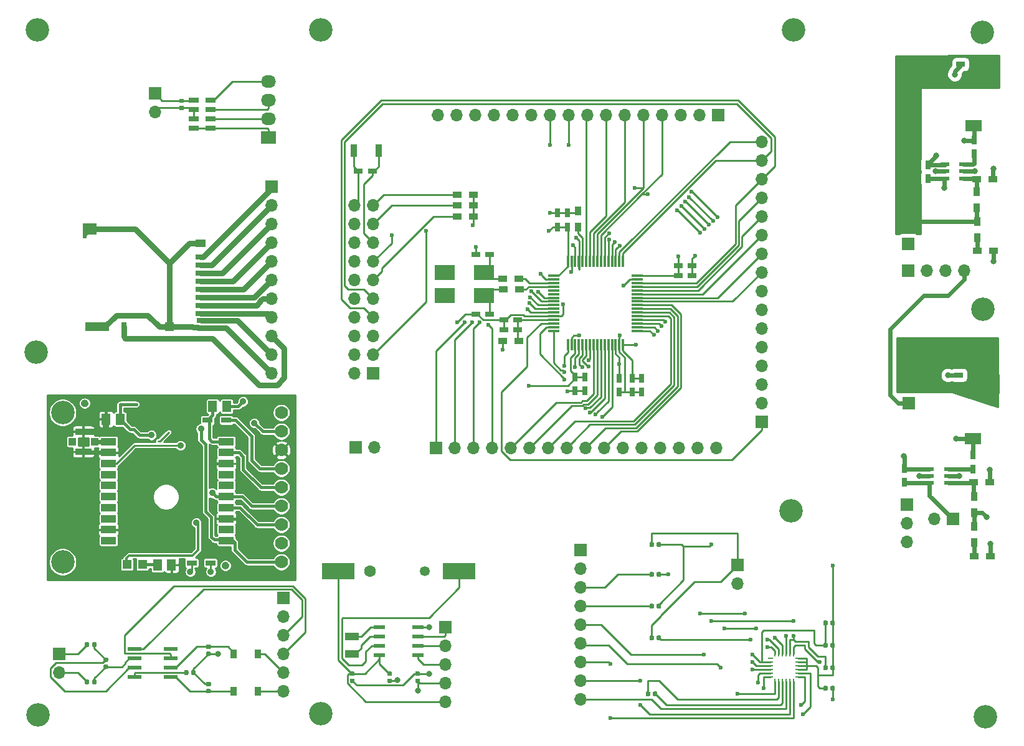
<source format=gbr>
G04 #@! TF.GenerationSoftware,KiCad,Pcbnew,5.0.1-33cea8e~68~ubuntu16.04.1*
G04 #@! TF.CreationDate,2018-10-22T20:59:01-07:00*
G04 #@! TF.ProjectId,integrated-board,696E74656772617465642D626F617264,rev?*
G04 #@! TF.SameCoordinates,Original*
G04 #@! TF.FileFunction,Copper,L1,Top,Signal*
G04 #@! TF.FilePolarity,Positive*
%FSLAX46Y46*%
G04 Gerber Fmt 4.6, Leading zero omitted, Abs format (unit mm)*
G04 Created by KiCad (PCBNEW 5.0.1-33cea8e~68~ubuntu16.04.1) date Mon 22 Oct 2018 08:59:01 PM PDT*
%MOMM*%
%LPD*%
G01*
G04 APERTURE LIST*
G04 #@! TA.AperFunction,ComponentPad*
%ADD10C,3.200000*%
G04 #@! TD*
G04 #@! TA.AperFunction,SMDPad,CuDef*
%ADD11R,1.400000X0.700000*%
G04 #@! TD*
G04 #@! TA.AperFunction,SMDPad,CuDef*
%ADD12R,1.900000X1.500000*%
G04 #@! TD*
G04 #@! TA.AperFunction,SMDPad,CuDef*
%ADD13R,1.400000X1.000000*%
G04 #@! TD*
G04 #@! TA.AperFunction,SMDPad,CuDef*
%ADD14R,1.200000X1.200000*%
G04 #@! TD*
G04 #@! TA.AperFunction,SMDPad,CuDef*
%ADD15R,3.200000X1.200000*%
G04 #@! TD*
G04 #@! TA.AperFunction,SMDPad,CuDef*
%ADD16R,1.200000X0.700000*%
G04 #@! TD*
G04 #@! TA.AperFunction,SMDPad,CuDef*
%ADD17R,0.500000X0.500000*%
G04 #@! TD*
G04 #@! TA.AperFunction,SMDPad,CuDef*
%ADD18R,0.800000X1.200000*%
G04 #@! TD*
G04 #@! TA.AperFunction,SMDPad,CuDef*
%ADD19C,0.200000*%
G04 #@! TD*
G04 #@! TA.AperFunction,Conductor*
%ADD20C,0.100000*%
G04 #@! TD*
G04 #@! TA.AperFunction,SMDPad,CuDef*
%ADD21R,1.500000X0.300000*%
G04 #@! TD*
G04 #@! TA.AperFunction,SMDPad,CuDef*
%ADD22R,0.300000X1.500000*%
G04 #@! TD*
G04 #@! TA.AperFunction,SMDPad,CuDef*
%ADD23R,1.200000X0.900000*%
G04 #@! TD*
G04 #@! TA.AperFunction,SMDPad,CuDef*
%ADD24R,1.200000X0.750000*%
G04 #@! TD*
G04 #@! TA.AperFunction,SMDPad,CuDef*
%ADD25R,0.750000X1.200000*%
G04 #@! TD*
G04 #@! TA.AperFunction,SMDPad,CuDef*
%ADD26R,0.900000X1.200000*%
G04 #@! TD*
G04 #@! TA.AperFunction,ComponentPad*
%ADD27R,1.700000X1.700000*%
G04 #@! TD*
G04 #@! TA.AperFunction,ComponentPad*
%ADD28O,1.700000X1.700000*%
G04 #@! TD*
G04 #@! TA.AperFunction,SMDPad,CuDef*
%ADD29R,0.900000X1.700000*%
G04 #@! TD*
G04 #@! TA.AperFunction,SMDPad,CuDef*
%ADD30R,2.700000X2.100000*%
G04 #@! TD*
G04 #@! TA.AperFunction,SMDPad,CuDef*
%ADD31R,2.200000X1.500000*%
G04 #@! TD*
G04 #@! TA.AperFunction,SMDPad,CuDef*
%ADD32R,1.270000X0.558800*%
G04 #@! TD*
G04 #@! TA.AperFunction,ComponentPad*
%ADD33R,2.030000X1.730000*%
G04 #@! TD*
G04 #@! TA.AperFunction,ComponentPad*
%ADD34O,2.030000X1.730000*%
G04 #@! TD*
G04 #@! TA.AperFunction,SMDPad,CuDef*
%ADD35R,1.360000X0.650000*%
G04 #@! TD*
G04 #@! TA.AperFunction,SMDPad,CuDef*
%ADD36C,0.590000*%
G04 #@! TD*
G04 #@! TA.AperFunction,SMDPad,CuDef*
%ADD37R,1.650000X0.610000*%
G04 #@! TD*
G04 #@! TA.AperFunction,SMDPad,CuDef*
%ADD38R,1.905000X1.092200*%
G04 #@! TD*
G04 #@! TA.AperFunction,WasherPad*
%ADD39C,1.350000*%
G04 #@! TD*
G04 #@! TA.AperFunction,WasherPad*
%ADD40C,1.600000*%
G04 #@! TD*
G04 #@! TA.AperFunction,SMDPad,CuDef*
%ADD41R,4.500000X2.300000*%
G04 #@! TD*
G04 #@! TA.AperFunction,SMDPad,CuDef*
%ADD42R,0.290000X0.700000*%
G04 #@! TD*
G04 #@! TA.AperFunction,SMDPad,CuDef*
%ADD43R,0.700000X0.290000*%
G04 #@! TD*
G04 #@! TA.AperFunction,SMDPad,CuDef*
%ADD44R,1.980000X0.530000*%
G04 #@! TD*
G04 #@! TA.AperFunction,SMDPad,CuDef*
%ADD45R,2.000000X1.000000*%
G04 #@! TD*
G04 #@! TA.AperFunction,SMDPad,CuDef*
%ADD46R,1.240000X1.500000*%
G04 #@! TD*
G04 #@! TA.AperFunction,SMDPad,CuDef*
%ADD47R,1.350000X0.800000*%
G04 #@! TD*
G04 #@! TA.AperFunction,SMDPad,CuDef*
%ADD48C,1.000000*%
G04 #@! TD*
G04 #@! TA.AperFunction,SMDPad,CuDef*
%ADD49R,1.050000X1.000000*%
G04 #@! TD*
G04 #@! TA.AperFunction,SMDPad,CuDef*
%ADD50R,2.200000X0.850000*%
G04 #@! TD*
G04 #@! TA.AperFunction,ComponentPad*
%ADD51C,1.778000*%
G04 #@! TD*
G04 #@! TA.AperFunction,ViaPad*
%ADD52C,0.600000*%
G04 #@! TD*
G04 #@! TA.AperFunction,ViaPad*
%ADD53C,0.906400*%
G04 #@! TD*
G04 #@! TA.AperFunction,ViaPad*
%ADD54C,0.800000*%
G04 #@! TD*
G04 #@! TA.AperFunction,Conductor*
%ADD55C,0.250000*%
G04 #@! TD*
G04 #@! TA.AperFunction,Conductor*
%ADD56C,0.406400*%
G04 #@! TD*
G04 #@! TA.AperFunction,Conductor*
%ADD57C,0.609600*%
G04 #@! TD*
G04 #@! TA.AperFunction,Conductor*
%ADD58C,0.812800*%
G04 #@! TD*
G04 #@! TA.AperFunction,Conductor*
%ADD59C,0.750000*%
G04 #@! TD*
G04 #@! TA.AperFunction,Conductor*
%ADD60C,0.600000*%
G04 #@! TD*
G04 #@! TA.AperFunction,Conductor*
%ADD61C,0.254000*%
G04 #@! TD*
G04 #@! TA.AperFunction,Conductor*
%ADD62C,0.304800*%
G04 #@! TD*
G04 APERTURE END LIST*
D10*
G04 #@! TO.P,U$8,P$1*
G04 #@! TO.N,N/C*
X75300000Y-129875000D03*
G04 #@! TD*
G04 #@! TO.P,U$8,P$1*
G04 #@! TO.N,N/C*
X75075000Y-80525000D03*
G04 #@! TD*
G04 #@! TO.P,U$8,P$1*
G04 #@! TO.N,N/C*
X178050000Y-36600000D03*
G04 #@! TD*
G04 #@! TO.P,U$8,P$1*
G04 #@! TO.N,N/C*
X113750000Y-36600000D03*
G04 #@! TD*
G04 #@! TO.P,U$8,P$1*
G04 #@! TO.N,N/C*
X113775000Y-129725000D03*
G04 #@! TD*
G04 #@! TO.P,U$8,P$1*
G04 #@! TO.N,N/C*
X203775000Y-74675000D03*
G04 #@! TD*
G04 #@! TO.P,U$9,P$1*
G04 #@! TO.N,N/C*
X177675000Y-102125000D03*
G04 #@! TD*
G04 #@! TO.P,U$9,P$1*
G04 #@! TO.N,N/C*
X75200000Y-36600000D03*
G04 #@! TD*
G04 #@! TO.P,U$9,P$1*
G04 #@! TO.N,N/C*
X203675000Y-36975000D03*
G04 #@! TD*
G04 #@! TO.P,U$8,P$1*
G04 #@! TO.N,N/C*
X204100000Y-130075000D03*
G04 #@! TD*
D11*
G04 #@! TO.P,J2,1*
G04 #@! TO.N,Net-(J2-Pad1)*
X97380440Y-67566760D03*
D12*
G04 #@! TO.P,J2,11*
G04 #@! TO.N,Net-(J2-Pad11)*
X82380440Y-63766760D03*
D13*
X97380440Y-65666760D03*
D14*
X93180440Y-77066760D03*
D15*
X83380440Y-77066760D03*
D16*
G04 #@! TO.P,J2,9*
G04 #@! TO.N,Net-(J2-Pad9)*
X97480440Y-76216760D03*
D11*
G04 #@! TO.P,J2,2*
G04 #@! TO.N,Net-(J2-Pad2)*
X97380440Y-68666760D03*
G04 #@! TO.P,J2,3*
G04 #@! TO.N,Net-(J2-Pad3)*
X97380440Y-69766760D03*
G04 #@! TO.P,J2,4*
G04 #@! TO.N,Net-(J2-Pad4)*
X97380440Y-70866760D03*
G04 #@! TO.P,J2,5*
G04 #@! TO.N,Net-(J2-Pad5)*
X97380440Y-71966760D03*
G04 #@! TO.P,J2,6*
G04 #@! TO.N,Net-(J2-Pad6)*
X97380440Y-73066760D03*
G04 #@! TO.P,J2,7*
G04 #@! TO.N,Net-(J2-Pad7)*
X97380440Y-74166760D03*
G04 #@! TO.P,J2,8*
G04 #@! TO.N,Net-(J2-Pad8)*
X97380440Y-75266760D03*
D17*
G04 #@! TO.P,J2,11*
G04 #@! TO.N,Net-(J2-Pad11)*
X81680440Y-64766760D03*
D18*
G04 #@! TO.P,J2,10*
G04 #@! TO.N,Net-(J2-Pad10)*
X86980440Y-77066760D03*
D19*
G04 #@! TO.P,J2,11*
G04 #@! TO.N,Net-(J2-Pad11)*
X81930440Y-64516760D03*
D20*
G04 #@! TD*
G04 #@! TO.N,Net-(J2-Pad11)*
G04 #@! TO.C,J2*
G36*
X81789019Y-64516760D02*
X81930440Y-64375339D01*
X82071861Y-64516760D01*
X81930440Y-64658181D01*
X81789019Y-64516760D01*
X81789019Y-64516760D01*
G37*
D21*
G04 #@! TO.P,U1,1*
G04 #@! TO.N,+3V3*
X145426980Y-70092880D03*
G04 #@! TO.P,U1,2*
G04 #@! TO.N,PC13*
X145426980Y-70592880D03*
G04 #@! TO.P,U1,3*
G04 #@! TO.N,Net-(0k1-Pad1)*
X145426980Y-71092880D03*
G04 #@! TO.P,U1,4*
G04 #@! TO.N,Net-(0k2-Pad1)*
X145426980Y-71592880D03*
G04 #@! TO.P,U1,5*
G04 #@! TO.N,Net-(U1-Pad5)*
X145426980Y-72092880D03*
G04 #@! TO.P,U1,6*
G04 #@! TO.N,Net-(U1-Pad6)*
X145426980Y-72592880D03*
G04 #@! TO.P,U1,7*
G04 #@! TO.N,RST*
X145426980Y-73092880D03*
G04 #@! TO.P,U1,8*
G04 #@! TO.N,PC0*
X145426980Y-73592880D03*
G04 #@! TO.P,U1,9*
G04 #@! TO.N,PC1*
X145426980Y-74092880D03*
G04 #@! TO.P,U1,10*
G04 #@! TO.N,PC2*
X145426980Y-74592880D03*
G04 #@! TO.P,U1,11*
G04 #@! TO.N,PC3*
X145426980Y-75092880D03*
G04 #@! TO.P,U1,12*
G04 #@! TO.N,GND*
X145426980Y-75592880D03*
G04 #@! TO.P,U1,13*
G04 #@! TO.N,+3.3VA*
X145426980Y-76092880D03*
G04 #@! TO.P,U1,14*
G04 #@! TO.N,PA0*
X145426980Y-76592880D03*
G04 #@! TO.P,U1,15*
G04 #@! TO.N,PA1*
X145426980Y-77092880D03*
G04 #@! TO.P,U1,16*
G04 #@! TO.N,PA2*
X145426980Y-77592880D03*
D22*
G04 #@! TO.P,U1,17*
G04 #@! TO.N,PA3*
X147346980Y-79512880D03*
G04 #@! TO.P,U1,18*
G04 #@! TO.N,GND*
X147846980Y-79512880D03*
G04 #@! TO.P,U1,19*
G04 #@! TO.N,+3V3*
X148346980Y-79512880D03*
G04 #@! TO.P,U1,20*
G04 #@! TO.N,PA4*
X148846980Y-79512880D03*
G04 #@! TO.P,U1,21*
G04 #@! TO.N,PA5*
X149346980Y-79512880D03*
G04 #@! TO.P,U1,22*
G04 #@! TO.N,PA6*
X149846980Y-79512880D03*
G04 #@! TO.P,U1,23*
G04 #@! TO.N,PA7*
X150346980Y-79512880D03*
G04 #@! TO.P,U1,24*
G04 #@! TO.N,PC4*
X150846980Y-79512880D03*
G04 #@! TO.P,U1,25*
G04 #@! TO.N,PC5*
X151346980Y-79512880D03*
G04 #@! TO.P,U1,26*
G04 #@! TO.N,PB0*
X151846980Y-79512880D03*
G04 #@! TO.P,U1,27*
G04 #@! TO.N,PB1*
X152346980Y-79512880D03*
G04 #@! TO.P,U1,28*
G04 #@! TO.N,PB2*
X152846980Y-79512880D03*
G04 #@! TO.P,U1,29*
G04 #@! TO.N,PB10*
X153346980Y-79512880D03*
G04 #@! TO.P,U1,30*
G04 #@! TO.N,PB11*
X153846980Y-79512880D03*
G04 #@! TO.P,U1,31*
G04 #@! TO.N,GND*
X154346980Y-79512880D03*
G04 #@! TO.P,U1,32*
G04 #@! TO.N,+3V3*
X154846980Y-79512880D03*
D21*
G04 #@! TO.P,U1,33*
G04 #@! TO.N,PB12*
X156766980Y-77592880D03*
G04 #@! TO.P,U1,34*
G04 #@! TO.N,PB13*
X156766980Y-77092880D03*
G04 #@! TO.P,U1,35*
G04 #@! TO.N,PB14*
X156766980Y-76592880D03*
G04 #@! TO.P,U1,36*
G04 #@! TO.N,PB15*
X156766980Y-76092880D03*
G04 #@! TO.P,U1,37*
G04 #@! TO.N,PC6*
X156766980Y-75592880D03*
G04 #@! TO.P,U1,38*
G04 #@! TO.N,PC7*
X156766980Y-75092880D03*
G04 #@! TO.P,U1,39*
G04 #@! TO.N,PC8*
X156766980Y-74592880D03*
G04 #@! TO.P,U1,40*
G04 #@! TO.N,PC9*
X156766980Y-74092880D03*
G04 #@! TO.P,U1,41*
G04 #@! TO.N,PA8*
X156766980Y-73592880D03*
G04 #@! TO.P,U1,42*
G04 #@! TO.N,PA9*
X156766980Y-73092880D03*
G04 #@! TO.P,U1,43*
G04 #@! TO.N,PA10*
X156766980Y-72592880D03*
G04 #@! TO.P,U1,44*
G04 #@! TO.N,PA11*
X156766980Y-72092880D03*
G04 #@! TO.P,U1,45*
G04 #@! TO.N,PA12*
X156766980Y-71592880D03*
G04 #@! TO.P,U1,46*
G04 #@! TO.N,PA13*
X156766980Y-71092880D03*
G04 #@! TO.P,U1,47*
G04 #@! TO.N,GND*
X156766980Y-70592880D03*
G04 #@! TO.P,U1,48*
G04 #@! TO.N,+3V3*
X156766980Y-70092880D03*
D22*
G04 #@! TO.P,U1,49*
G04 #@! TO.N,PA14*
X154846980Y-68172880D03*
G04 #@! TO.P,U1,50*
G04 #@! TO.N,PA15*
X154346980Y-68172880D03*
G04 #@! TO.P,U1,51*
G04 #@! TO.N,PC10*
X153846980Y-68172880D03*
G04 #@! TO.P,U1,52*
G04 #@! TO.N,PC11*
X153346980Y-68172880D03*
G04 #@! TO.P,U1,53*
G04 #@! TO.N,PC12*
X152846980Y-68172880D03*
G04 #@! TO.P,U1,54*
G04 #@! TO.N,PD2*
X152346980Y-68172880D03*
G04 #@! TO.P,U1,55*
G04 #@! TO.N,PB3*
X151846980Y-68172880D03*
G04 #@! TO.P,U1,56*
G04 #@! TO.N,PB4*
X151346980Y-68172880D03*
G04 #@! TO.P,U1,57*
G04 #@! TO.N,PB5*
X150846980Y-68172880D03*
G04 #@! TO.P,U1,58*
G04 #@! TO.N,PB6*
X150346980Y-68172880D03*
G04 #@! TO.P,U1,59*
G04 #@! TO.N,PB7*
X149846980Y-68172880D03*
G04 #@! TO.P,U1,60*
G04 #@! TO.N,Net-(10k4-Pad1)*
X149346980Y-68172880D03*
G04 #@! TO.P,U1,61*
G04 #@! TO.N,PB8*
X148846980Y-68172880D03*
G04 #@! TO.P,U1,62*
G04 #@! TO.N,PB9*
X148346980Y-68172880D03*
G04 #@! TO.P,U1,63*
G04 #@! TO.N,GND*
X147846980Y-68172880D03*
G04 #@! TO.P,U1,64*
G04 #@! TO.N,+3V3*
X147346980Y-68172880D03*
G04 #@! TD*
D23*
G04 #@! TO.P,0k1,1*
G04 #@! TO.N,Net-(0k1-Pad1)*
X140723800Y-70525640D03*
G04 #@! TO.P,0k1,2*
G04 #@! TO.N,Net-(0k1-Pad2)*
X138523800Y-70525640D03*
G04 #@! TD*
G04 #@! TO.P,0k2,1*
G04 #@! TO.N,Net-(0k2-Pad1)*
X140733960Y-71953120D03*
G04 #@! TO.P,0k2,2*
G04 #@! TO.N,Net-(0k2-Pad2)*
X138533960Y-71953120D03*
G04 #@! TD*
D24*
G04 #@! TO.P,1uF1,1*
G04 #@! TO.N,GND*
X138648400Y-77459840D03*
G04 #@! TO.P,1uF1,2*
G04 #@! TO.N,+3.3VA*
X140548400Y-77459840D03*
G04 #@! TD*
D25*
G04 #@! TO.P,1uF2,1*
G04 #@! TO.N,GND*
X147304760Y-61549240D03*
G04 #@! TO.P,1uF2,2*
G04 #@! TO.N,+3V3*
X147304760Y-63449240D03*
G04 #@! TD*
G04 #@! TO.P,1uF3,1*
G04 #@! TO.N,GND*
X148336000Y-85770800D03*
G04 #@! TO.P,1uF3,2*
G04 #@! TO.N,+3V3*
X148336000Y-83870800D03*
G04 #@! TD*
G04 #@! TO.P,1uF4,1*
G04 #@! TO.N,GND*
X156077920Y-85953640D03*
G04 #@! TO.P,1uF4,2*
G04 #@! TO.N,+3V3*
X156077920Y-84053640D03*
G04 #@! TD*
D24*
G04 #@! TO.P,1uF5,1*
G04 #@! TO.N,GND*
X164256760Y-68717160D03*
G04 #@! TO.P,1uF5,2*
G04 #@! TO.N,+3V3*
X162356760Y-68717160D03*
G04 #@! TD*
D25*
G04 #@! TO.P,4.7uF1,1*
G04 #@! TO.N,GND*
X154340560Y-85958760D03*
G04 #@! TO.P,4.7uF1,2*
G04 #@! TO.N,PB11*
X154340560Y-84058760D03*
G04 #@! TD*
D23*
G04 #@! TO.P,10k1,1*
G04 #@! TO.N,GND*
X134485560Y-62016640D03*
G04 #@! TO.P,10k1,2*
G04 #@! TO.N,Net-(10k1-Pad2)*
X132285560Y-62016640D03*
G04 #@! TD*
G04 #@! TO.P,10k2,1*
G04 #@! TO.N,GND*
X134485560Y-59115960D03*
G04 #@! TO.P,10k2,2*
G04 #@! TO.N,Net-(10k2-Pad2)*
X132285560Y-59115960D03*
G04 #@! TD*
G04 #@! TO.P,10k3,1*
G04 #@! TO.N,GND*
X134485560Y-60558680D03*
G04 #@! TO.P,10k3,2*
G04 #@! TO.N,Net-(10k3-Pad2)*
X132285560Y-60558680D03*
G04 #@! TD*
D26*
G04 #@! TO.P,10k4,1*
G04 #@! TO.N,Net-(10k4-Pad1)*
X148722080Y-63449200D03*
G04 #@! TO.P,10k4,2*
G04 #@! TO.N,GND*
X148722080Y-61249200D03*
G04 #@! TD*
D24*
G04 #@! TO.P,10nF1,1*
G04 #@! TO.N,GND*
X138650940Y-76116180D03*
G04 #@! TO.P,10nF1,2*
G04 #@! TO.N,+3.3VA*
X140550940Y-76116180D03*
G04 #@! TD*
D23*
G04 #@! TO.P,22uH1,1*
G04 #@! TO.N,+3.3VA*
X140718720Y-78958440D03*
G04 #@! TO.P,22uH1,2*
G04 #@! TO.N,+3V3*
X138518720Y-78958440D03*
G04 #@! TD*
D24*
G04 #@! TO.P,100nF1,1*
G04 #@! TO.N,RST*
X120777000Y-55864760D03*
G04 #@! TO.P,100nF1,2*
G04 #@! TO.N,GND*
X118877000Y-55864760D03*
G04 #@! TD*
D25*
G04 #@! TO.P,100nF2,1*
G04 #@! TO.N,GND*
X145948400Y-61549240D03*
G04 #@! TO.P,100nF2,2*
G04 #@! TO.N,+3V3*
X145948400Y-63449240D03*
G04 #@! TD*
G04 #@! TO.P,100nF3,1*
G04 #@! TO.N,GND*
X149687280Y-85770800D03*
G04 #@! TO.P,100nF3,2*
G04 #@! TO.N,+3V3*
X149687280Y-83870800D03*
G04 #@! TD*
G04 #@! TO.P,100nF4,1*
G04 #@! TO.N,GND*
X157403800Y-85953600D03*
G04 #@! TO.P,100nF4,2*
G04 #@! TO.N,+3V3*
X157403800Y-84053600D03*
G04 #@! TD*
D24*
G04 #@! TO.P,100nF5,1*
G04 #@! TO.N,GND*
X164251680Y-70078600D03*
G04 #@! TO.P,100nF5,2*
G04 #@! TO.N,+3V3*
X162351680Y-70078600D03*
G04 #@! TD*
G04 #@! TO.P,C1,1*
G04 #@! TO.N,Net-(0k1-Pad2)*
X136713000Y-67238880D03*
G04 #@! TO.P,C1,2*
G04 #@! TO.N,GND*
X134813000Y-67238880D03*
G04 #@! TD*
G04 #@! TO.P,C2,1*
G04 #@! TO.N,Net-(0k2-Pad2)*
X136707920Y-75311000D03*
G04 #@! TO.P,C2,2*
G04 #@! TO.N,GND*
X134807920Y-75311000D03*
G04 #@! TD*
D27*
G04 #@! TO.P,J1,1*
G04 #@! TO.N,+3V3*
X120904000Y-83362800D03*
D28*
G04 #@! TO.P,J1,2*
X118364000Y-83362800D03*
G04 #@! TO.P,J1,3*
G04 #@! TO.N,PB4*
X120904000Y-80822800D03*
G04 #@! TO.P,J1,4*
G04 #@! TO.N,GND*
X118364000Y-80822800D03*
G04 #@! TO.P,J1,5*
G04 #@! TO.N,PA15*
X120904000Y-78282800D03*
G04 #@! TO.P,J1,6*
G04 #@! TO.N,GND*
X118364000Y-78282800D03*
G04 #@! TO.P,J1,7*
G04 #@! TO.N,PA13*
X120904000Y-75742800D03*
G04 #@! TO.P,J1,8*
G04 #@! TO.N,GND*
X118364000Y-75742800D03*
G04 #@! TO.P,J1,9*
G04 #@! TO.N,PA14*
X120904000Y-73202800D03*
G04 #@! TO.P,J1,10*
G04 #@! TO.N,GND*
X118364000Y-73202800D03*
G04 #@! TO.P,J1,11*
G04 #@! TO.N,Net-(10k1-Pad2)*
X120904000Y-70662800D03*
G04 #@! TO.P,J1,12*
G04 #@! TO.N,GND*
X118364000Y-70662800D03*
G04 #@! TO.P,J1,13*
G04 #@! TO.N,PB3*
X120904000Y-68122800D03*
G04 #@! TO.P,J1,14*
G04 #@! TO.N,GND*
X118364000Y-68122800D03*
G04 #@! TO.P,J1,15*
G04 #@! TO.N,RST*
X120904000Y-65582800D03*
G04 #@! TO.P,J1,16*
G04 #@! TO.N,GND*
X118364000Y-65582800D03*
G04 #@! TO.P,J1,17*
G04 #@! TO.N,Net-(10k3-Pad2)*
X120904000Y-63042800D03*
G04 #@! TO.P,J1,18*
G04 #@! TO.N,GND*
X118364000Y-63042800D03*
G04 #@! TO.P,J1,19*
G04 #@! TO.N,Net-(10k2-Pad2)*
X120904000Y-60502800D03*
G04 #@! TO.P,J1,20*
G04 #@! TO.N,GND*
X118364000Y-60502800D03*
G04 #@! TD*
D27*
G04 #@! TO.P,J3,1*
G04 #@! TO.N,PA0*
X173730920Y-89951560D03*
D28*
G04 #@! TO.P,J3,2*
G04 #@! TO.N,PA1*
X173730920Y-87411560D03*
G04 #@! TO.P,J3,3*
G04 #@! TO.N,PA2*
X173730920Y-84871560D03*
G04 #@! TO.P,J3,4*
G04 #@! TO.N,PA3*
X173730920Y-82331560D03*
G04 #@! TO.P,J3,5*
G04 #@! TO.N,PA4*
X173730920Y-79791560D03*
G04 #@! TO.P,J3,6*
G04 #@! TO.N,PA5*
X173730920Y-77251560D03*
G04 #@! TO.P,J3,7*
G04 #@! TO.N,PA6*
X173730920Y-74711560D03*
G04 #@! TO.P,J3,8*
G04 #@! TO.N,PA7*
X173730920Y-72171560D03*
G04 #@! TO.P,J3,9*
G04 #@! TO.N,PA8*
X173730920Y-69631560D03*
G04 #@! TO.P,J3,10*
G04 #@! TO.N,PA9*
X173730920Y-67091560D03*
G04 #@! TO.P,J3,11*
G04 #@! TO.N,PA10*
X173730920Y-64551560D03*
G04 #@! TO.P,J3,12*
G04 #@! TO.N,PA11*
X173730920Y-62011560D03*
G04 #@! TO.P,J3,13*
G04 #@! TO.N,PA12*
X173730920Y-59471560D03*
G04 #@! TO.P,J3,14*
G04 #@! TO.N,PA13*
X173730920Y-56931560D03*
G04 #@! TO.P,J3,15*
G04 #@! TO.N,PA14*
X173730920Y-54391560D03*
G04 #@! TO.P,J3,16*
G04 #@! TO.N,PA15*
X173730920Y-51851560D03*
G04 #@! TD*
D27*
G04 #@! TO.P,J4,1*
G04 #@! TO.N,PB0*
X167746680Y-48280320D03*
D28*
G04 #@! TO.P,J4,2*
G04 #@! TO.N,PB1*
X165206680Y-48280320D03*
G04 #@! TO.P,J4,3*
G04 #@! TO.N,PB2*
X162666680Y-48280320D03*
G04 #@! TO.P,J4,4*
G04 #@! TO.N,PB3*
X160126680Y-48280320D03*
G04 #@! TO.P,J4,5*
G04 #@! TO.N,PB4*
X157586680Y-48280320D03*
G04 #@! TO.P,J4,6*
G04 #@! TO.N,PB5*
X155046680Y-48280320D03*
G04 #@! TO.P,J4,7*
G04 #@! TO.N,PB6*
X152506680Y-48280320D03*
G04 #@! TO.P,J4,8*
G04 #@! TO.N,PB7*
X149966680Y-48280320D03*
G04 #@! TO.P,J4,9*
G04 #@! TO.N,PB8*
X147426680Y-48280320D03*
G04 #@! TO.P,J4,10*
G04 #@! TO.N,PB9*
X144886680Y-48280320D03*
G04 #@! TO.P,J4,11*
G04 #@! TO.N,PB10*
X142346680Y-48280320D03*
G04 #@! TO.P,J4,12*
G04 #@! TO.N,PB11*
X139806680Y-48280320D03*
G04 #@! TO.P,J4,13*
G04 #@! TO.N,PB12*
X137266680Y-48280320D03*
G04 #@! TO.P,J4,14*
G04 #@! TO.N,PB13*
X134726680Y-48280320D03*
G04 #@! TO.P,J4,15*
G04 #@! TO.N,PB14*
X132186680Y-48280320D03*
G04 #@! TO.P,J4,16*
G04 #@! TO.N,PB15*
X129646680Y-48280320D03*
G04 #@! TD*
D27*
G04 #@! TO.P,J5,1*
G04 #@! TO.N,PC0*
X129453640Y-93502480D03*
D28*
G04 #@! TO.P,J5,2*
G04 #@! TO.N,PC1*
X131993640Y-93502480D03*
G04 #@! TO.P,J5,3*
G04 #@! TO.N,PC2*
X134533640Y-93502480D03*
G04 #@! TO.P,J5,4*
G04 #@! TO.N,PC3*
X137073640Y-93502480D03*
G04 #@! TO.P,J5,5*
G04 #@! TO.N,PC4*
X139613640Y-93502480D03*
G04 #@! TO.P,J5,6*
G04 #@! TO.N,PC5*
X142153640Y-93502480D03*
G04 #@! TO.P,J5,7*
G04 #@! TO.N,PC6*
X144693640Y-93502480D03*
G04 #@! TO.P,J5,8*
G04 #@! TO.N,PC7*
X147233640Y-93502480D03*
G04 #@! TO.P,J5,9*
G04 #@! TO.N,PC8*
X149773640Y-93502480D03*
G04 #@! TO.P,J5,10*
G04 #@! TO.N,PC9*
X152313640Y-93502480D03*
G04 #@! TO.P,J5,11*
G04 #@! TO.N,PC10*
X154853640Y-93502480D03*
G04 #@! TO.P,J5,12*
G04 #@! TO.N,PC11*
X157393640Y-93502480D03*
G04 #@! TO.P,J5,13*
G04 #@! TO.N,PC12*
X159933640Y-93502480D03*
G04 #@! TO.P,J5,14*
G04 #@! TO.N,PC13*
X162473640Y-93502480D03*
G04 #@! TO.P,J5,15*
G04 #@! TO.N,Net-(J5-Pad15)*
X165013640Y-93502480D03*
G04 #@! TO.P,J5,16*
G04 #@! TO.N,PD2*
X167553640Y-93502480D03*
G04 #@! TD*
D27*
G04 #@! TO.P,J6,1*
G04 #@! TO.N,GND*
X118465600Y-93487240D03*
D28*
G04 #@! TO.P,J6,2*
G04 #@! TO.N,+3V3*
X121005600Y-93487240D03*
G04 #@! TD*
D27*
G04 #@! TO.P,J9,1*
G04 #@! TO.N,Net-(J2-Pad1)*
X107071480Y-57969400D03*
D28*
G04 #@! TO.P,J9,2*
G04 #@! TO.N,Net-(J2-Pad2)*
X107071480Y-60509400D03*
G04 #@! TO.P,J9,3*
G04 #@! TO.N,Net-(J2-Pad3)*
X107071480Y-63049400D03*
G04 #@! TO.P,J9,4*
G04 #@! TO.N,Net-(J2-Pad4)*
X107071480Y-65589400D03*
G04 #@! TO.P,J9,5*
G04 #@! TO.N,Net-(J2-Pad5)*
X107071480Y-68129400D03*
G04 #@! TO.P,J9,6*
G04 #@! TO.N,Net-(J2-Pad6)*
X107071480Y-70669400D03*
G04 #@! TO.P,J9,7*
G04 #@! TO.N,Net-(J2-Pad7)*
X107071480Y-73209400D03*
G04 #@! TO.P,J9,8*
G04 #@! TO.N,Net-(J2-Pad8)*
X107071480Y-75749400D03*
G04 #@! TO.P,J9,9*
G04 #@! TO.N,Net-(J2-Pad10)*
X107071480Y-78289400D03*
G04 #@! TO.P,J9,10*
G04 #@! TO.N,Net-(J2-Pad9)*
X107071480Y-80829400D03*
G04 #@! TO.P,J9,11*
G04 #@! TO.N,Net-(J2-Pad11)*
X107071480Y-83369400D03*
G04 #@! TD*
D29*
G04 #@! TO.P,SW1,1*
G04 #@! TO.N,GND*
X118248960Y-53030120D03*
G04 #@! TO.P,SW1,2*
G04 #@! TO.N,RST*
X121648960Y-53030120D03*
G04 #@! TD*
D30*
G04 #@! TO.P,Y1,1*
G04 #@! TO.N,Net-(0k1-Pad2)*
X135944120Y-69686840D03*
G04 #@! TO.P,Y1,2*
G04 #@! TO.N,Net-(Y1-Pad2)*
X130644120Y-69686840D03*
G04 #@! TO.P,Y1,3*
G04 #@! TO.N,Net-(Y1-Pad3)*
X130644120Y-72786840D03*
G04 #@! TO.P,Y1,4*
G04 #@! TO.N,Net-(0k2-Pad2)*
X135944120Y-72786840D03*
G04 #@! TD*
D25*
G04 #@! TO.P,C16,1*
G04 #@! TO.N,Net-(C16-Pad1)*
X196275000Y-56875000D03*
G04 #@! TO.P,C16,2*
G04 #@! TO.N,Net-(C16-Pad2)*
X196275000Y-54975000D03*
G04 #@! TD*
G04 #@! TO.P,C17,1*
G04 #@! TO.N,Net-(C17-Pad1)*
X202550000Y-51625000D03*
G04 #@! TO.P,C17,2*
G04 #@! TO.N,Net-(C17-Pad2)*
X202550000Y-53525000D03*
G04 #@! TD*
D24*
G04 #@! TO.P,C18,1*
G04 #@! TO.N,Net-(C18-Pad1)*
X202625000Y-41300000D03*
G04 #@! TO.P,C18,2*
G04 #@! TO.N,Net-(C16-Pad2)*
X200725000Y-41300000D03*
G04 #@! TD*
D25*
G04 #@! TO.P,C19,1*
G04 #@! TO.N,Net-(C16-Pad1)*
X193059080Y-98197980D03*
G04 #@! TO.P,C19,2*
G04 #@! TO.N,Net-(C16-Pad2)*
X193059080Y-96297980D03*
G04 #@! TD*
G04 #@! TO.P,C20,1*
G04 #@! TO.N,Net-(C20-Pad1)*
X202396120Y-94492080D03*
G04 #@! TO.P,C20,2*
G04 #@! TO.N,Net-(C20-Pad2)*
X202396120Y-96392080D03*
G04 #@! TD*
D24*
G04 #@! TO.P,C21,1*
G04 #@! TO.N,Net-(C21-Pad1)*
X202365720Y-83603100D03*
G04 #@! TO.P,C21,2*
G04 #@! TO.N,Net-(C16-Pad2)*
X200465720Y-83603100D03*
G04 #@! TD*
D27*
G04 #@! TO.P,J10,1*
G04 #@! TO.N,Net-(C16-Pad2)*
X193722020Y-87402940D03*
D28*
G04 #@! TO.P,J10,2*
G04 #@! TO.N,Net-(C21-Pad1)*
X193722020Y-84862940D03*
G04 #@! TD*
D31*
G04 #@! TO.P,L2,1*
G04 #@! TO.N,Net-(C18-Pad1)*
X202523400Y-43274600D03*
G04 #@! TO.P,L2,2*
G04 #@! TO.N,Net-(C17-Pad1)*
X202523400Y-49674600D03*
G04 #@! TD*
G04 #@! TO.P,L3,1*
G04 #@! TO.N,Net-(C21-Pad1)*
X202383420Y-85831080D03*
G04 #@! TO.P,L3,2*
G04 #@! TO.N,Net-(C20-Pad1)*
X202383420Y-92231080D03*
G04 #@! TD*
D23*
G04 #@! TO.P,R5,1*
G04 #@! TO.N,Net-(C16-Pad2)*
X205150000Y-57000000D03*
G04 #@! TO.P,R5,2*
G04 #@! TO.N,Net-(R5-Pad2)*
X202950000Y-57000000D03*
G04 #@! TD*
D26*
G04 #@! TO.P,R6,1*
G04 #@! TO.N,Net-(R5-Pad2)*
X202952260Y-58647680D03*
G04 #@! TO.P,R6,2*
G04 #@! TO.N,Net-(C18-Pad1)*
X202952260Y-60847680D03*
G04 #@! TD*
D23*
G04 #@! TO.P,R7,1*
G04 #@! TO.N,Net-(C16-Pad2)*
X204727840Y-98213180D03*
G04 #@! TO.P,R7,2*
G04 #@! TO.N,Net-(R7-Pad2)*
X202527840Y-98213180D03*
G04 #@! TD*
D26*
G04 #@! TO.P,R8,1*
G04 #@! TO.N,Net-(R7-Pad2)*
X202558680Y-100140860D03*
G04 #@! TO.P,R8,2*
G04 #@! TO.N,Net-(C21-Pad1)*
X202558680Y-102340860D03*
G04 #@! TD*
D32*
G04 #@! TO.P,U3,1*
G04 #@! TO.N,Net-(C16-Pad2)*
X196500780Y-96404700D03*
G04 #@! TO.P,U3,2*
G04 #@! TO.N,Net-(C20-Pad1)*
X196500780Y-97344500D03*
G04 #@! TO.P,U3,3*
G04 #@! TO.N,Net-(C16-Pad1)*
X196500780Y-98284300D03*
G04 #@! TO.P,U3,4*
G04 #@! TO.N,Net-(R7-Pad2)*
X199091580Y-98284300D03*
G04 #@! TO.P,U3,5*
G04 #@! TO.N,Net-(C16-Pad1)*
X199091580Y-97344500D03*
G04 #@! TO.P,U3,6*
G04 #@! TO.N,Net-(C20-Pad2)*
X199091580Y-96404700D03*
G04 #@! TD*
D27*
G04 #@! TO.P,J7,1*
G04 #@! TO.N,Net-(C16-Pad1)*
X199663080Y-103216980D03*
D28*
G04 #@! TO.P,J7,2*
G04 #@! TO.N,Net-(C16-Pad2)*
X197123080Y-103216980D03*
G04 #@! TD*
D27*
G04 #@! TO.P,J8,1*
G04 #@! TO.N,Net-(C16-Pad2)*
X193600000Y-65750000D03*
D28*
G04 #@! TO.P,J8,2*
G04 #@! TO.N,Net-(C18-Pad1)*
X193600000Y-63210000D03*
G04 #@! TD*
D32*
G04 #@! TO.P,U2,1*
G04 #@! TO.N,Net-(C16-Pad2)*
X198579600Y-54960200D03*
G04 #@! TO.P,U2,2*
G04 #@! TO.N,Net-(C17-Pad1)*
X198579600Y-55900000D03*
G04 #@! TO.P,U2,3*
G04 #@! TO.N,Net-(C16-Pad1)*
X198579600Y-56839800D03*
G04 #@! TO.P,U2,4*
G04 #@! TO.N,Net-(R5-Pad2)*
X201170400Y-56839800D03*
G04 #@! TO.P,U2,5*
G04 #@! TO.N,Net-(C16-Pad1)*
X201170400Y-55900000D03*
G04 #@! TO.P,U2,6*
G04 #@! TO.N,Net-(C17-Pad2)*
X201170400Y-54960200D03*
G04 #@! TD*
D26*
G04 #@! TO.P,D4,1*
G04 #@! TO.N,Net-(D4-Pad1)*
X202563760Y-106425180D03*
G04 #@! TO.P,D4,2*
G04 #@! TO.N,Net-(C21-Pad1)*
X202563760Y-104225180D03*
G04 #@! TD*
G04 #@! TO.P,D5,1*
G04 #@! TO.N,Net-(D5-Pad1)*
X202964960Y-64960120D03*
G04 #@! TO.P,D5,2*
G04 #@! TO.N,Net-(C18-Pad1)*
X202964960Y-62760120D03*
G04 #@! TD*
D23*
G04 #@! TO.P,R9,1*
G04 #@! TO.N,Net-(C16-Pad2)*
X204761040Y-108286820D03*
G04 #@! TO.P,R9,2*
G04 #@! TO.N,Net-(D4-Pad1)*
X202561040Y-108286820D03*
G04 #@! TD*
G04 #@! TO.P,R10,1*
G04 #@! TO.N,Net-(C16-Pad2)*
X205167500Y-66684600D03*
G04 #@! TO.P,R10,2*
G04 #@! TO.N,Net-(D5-Pad1)*
X202967500Y-66684600D03*
G04 #@! TD*
D27*
G04 #@! TO.P,J13,1*
G04 #@! TO.N,Net-(C16-Pad2)*
X193600000Y-69400000D03*
D28*
G04 #@! TO.P,J13,2*
X196140000Y-69400000D03*
G04 #@! TO.P,J13,3*
X198680000Y-69400000D03*
G04 #@! TO.P,J13,4*
X201220000Y-69400000D03*
G04 #@! TD*
D27*
G04 #@! TO.P,J14,1*
G04 #@! TO.N,Net-(C21-Pad1)*
X193549300Y-80727820D03*
D28*
G04 #@! TO.P,J14,2*
X196089300Y-80727820D03*
G04 #@! TO.P,J14,3*
X198629300Y-80727820D03*
G04 #@! TO.P,J14,4*
X201169300Y-80727820D03*
G04 #@! TO.P,J14,5*
X203709300Y-80727820D03*
G04 #@! TD*
D27*
G04 #@! TO.P,J12,1*
G04 #@! TO.N,Net-(C16-Pad2)*
X193475640Y-101207840D03*
D28*
G04 #@! TO.P,J12,2*
X193475640Y-103747840D03*
G04 #@! TO.P,J12,3*
X193475640Y-106287840D03*
G04 #@! TD*
D27*
G04 #@! TO.P,J15,1*
G04 #@! TO.N,Net-(C18-Pad1)*
X193600000Y-41840000D03*
D28*
G04 #@! TO.P,J15,2*
X193600000Y-44380000D03*
G04 #@! TO.P,J15,3*
X193600000Y-46920000D03*
G04 #@! TO.P,J15,4*
X193600000Y-49460000D03*
G04 #@! TO.P,J15,5*
X193600000Y-52000000D03*
G04 #@! TO.P,J15,6*
X193600000Y-54540000D03*
G04 #@! TO.P,J15,7*
X193600000Y-57080000D03*
G04 #@! TO.P,J15,8*
X193600000Y-59620000D03*
G04 #@! TD*
D33*
G04 #@! TO.P,,1*
G04 #@! TO.N,/CSB*
X106614900Y-51274240D03*
D34*
G04 #@! TO.P,,2*
G04 #@! TO.N,/SDO*
X106614900Y-48734240D03*
G04 #@! TO.P,,3*
G04 #@! TO.N,/SDI*
X106614900Y-46194240D03*
G04 #@! TO.P,,4*
G04 #@! TO.N,/SCLK*
X106614900Y-43654240D03*
G04 #@! TD*
D35*
G04 #@! TO.P,U1,1*
G04 #@! TO.N,+3V3*
X96454900Y-46234240D03*
G04 #@! TO.P,U1,8*
G04 #@! TO.N,/SCLK*
X98804900Y-46234240D03*
G04 #@! TO.P,U1,2*
G04 #@! TO.N,GND*
X96454900Y-47484240D03*
G04 #@! TO.P,U1,3*
X96454900Y-48734240D03*
G04 #@! TO.P,U1,4*
G04 #@! TO.N,/CSB*
X96454900Y-49984240D03*
G04 #@! TO.P,U1,5*
X98804900Y-49984240D03*
G04 #@! TO.P,U1,6*
G04 #@! TO.N,/SDO*
X98804900Y-48734240D03*
G04 #@! TO.P,U1,7*
G04 #@! TO.N,/SDI*
X98804900Y-47484240D03*
G04 #@! TD*
D20*
G04 #@! TO.N,+3V3*
G04 #@! TO.C,C1*
G36*
X95021858Y-45999950D02*
X95036176Y-46002074D01*
X95050217Y-46005591D01*
X95063846Y-46010468D01*
X95076931Y-46016657D01*
X95089347Y-46024098D01*
X95100973Y-46032721D01*
X95111698Y-46042442D01*
X95121419Y-46053167D01*
X95130042Y-46064793D01*
X95137483Y-46077209D01*
X95143672Y-46090294D01*
X95148549Y-46103923D01*
X95152066Y-46117964D01*
X95154190Y-46132282D01*
X95154900Y-46146740D01*
X95154900Y-46441740D01*
X95154190Y-46456198D01*
X95152066Y-46470516D01*
X95148549Y-46484557D01*
X95143672Y-46498186D01*
X95137483Y-46511271D01*
X95130042Y-46523687D01*
X95121419Y-46535313D01*
X95111698Y-46546038D01*
X95100973Y-46555759D01*
X95089347Y-46564382D01*
X95076931Y-46571823D01*
X95063846Y-46578012D01*
X95050217Y-46582889D01*
X95036176Y-46586406D01*
X95021858Y-46588530D01*
X95007400Y-46589240D01*
X94662400Y-46589240D01*
X94647942Y-46588530D01*
X94633624Y-46586406D01*
X94619583Y-46582889D01*
X94605954Y-46578012D01*
X94592869Y-46571823D01*
X94580453Y-46564382D01*
X94568827Y-46555759D01*
X94558102Y-46546038D01*
X94548381Y-46535313D01*
X94539758Y-46523687D01*
X94532317Y-46511271D01*
X94526128Y-46498186D01*
X94521251Y-46484557D01*
X94517734Y-46470516D01*
X94515610Y-46456198D01*
X94514900Y-46441740D01*
X94514900Y-46146740D01*
X94515610Y-46132282D01*
X94517734Y-46117964D01*
X94521251Y-46103923D01*
X94526128Y-46090294D01*
X94532317Y-46077209D01*
X94539758Y-46064793D01*
X94548381Y-46053167D01*
X94558102Y-46042442D01*
X94568827Y-46032721D01*
X94580453Y-46024098D01*
X94592869Y-46016657D01*
X94605954Y-46010468D01*
X94619583Y-46005591D01*
X94633624Y-46002074D01*
X94647942Y-45999950D01*
X94662400Y-45999240D01*
X95007400Y-45999240D01*
X95021858Y-45999950D01*
X95021858Y-45999950D01*
G37*
D36*
G04 #@! TD*
G04 #@! TO.P,C1,1*
G04 #@! TO.N,+3V3*
X94834900Y-46294240D03*
D20*
G04 #@! TO.N,GND*
G04 #@! TO.C,C1*
G36*
X95021858Y-46969950D02*
X95036176Y-46972074D01*
X95050217Y-46975591D01*
X95063846Y-46980468D01*
X95076931Y-46986657D01*
X95089347Y-46994098D01*
X95100973Y-47002721D01*
X95111698Y-47012442D01*
X95121419Y-47023167D01*
X95130042Y-47034793D01*
X95137483Y-47047209D01*
X95143672Y-47060294D01*
X95148549Y-47073923D01*
X95152066Y-47087964D01*
X95154190Y-47102282D01*
X95154900Y-47116740D01*
X95154900Y-47411740D01*
X95154190Y-47426198D01*
X95152066Y-47440516D01*
X95148549Y-47454557D01*
X95143672Y-47468186D01*
X95137483Y-47481271D01*
X95130042Y-47493687D01*
X95121419Y-47505313D01*
X95111698Y-47516038D01*
X95100973Y-47525759D01*
X95089347Y-47534382D01*
X95076931Y-47541823D01*
X95063846Y-47548012D01*
X95050217Y-47552889D01*
X95036176Y-47556406D01*
X95021858Y-47558530D01*
X95007400Y-47559240D01*
X94662400Y-47559240D01*
X94647942Y-47558530D01*
X94633624Y-47556406D01*
X94619583Y-47552889D01*
X94605954Y-47548012D01*
X94592869Y-47541823D01*
X94580453Y-47534382D01*
X94568827Y-47525759D01*
X94558102Y-47516038D01*
X94548381Y-47505313D01*
X94539758Y-47493687D01*
X94532317Y-47481271D01*
X94526128Y-47468186D01*
X94521251Y-47454557D01*
X94517734Y-47440516D01*
X94515610Y-47426198D01*
X94514900Y-47411740D01*
X94514900Y-47116740D01*
X94515610Y-47102282D01*
X94517734Y-47087964D01*
X94521251Y-47073923D01*
X94526128Y-47060294D01*
X94532317Y-47047209D01*
X94539758Y-47034793D01*
X94548381Y-47023167D01*
X94558102Y-47012442D01*
X94568827Y-47002721D01*
X94580453Y-46994098D01*
X94592869Y-46986657D01*
X94605954Y-46980468D01*
X94619583Y-46975591D01*
X94633624Y-46972074D01*
X94647942Y-46969950D01*
X94662400Y-46969240D01*
X95007400Y-46969240D01*
X95021858Y-46969950D01*
X95021858Y-46969950D01*
G37*
D36*
G04 #@! TD*
G04 #@! TO.P,C1,2*
G04 #@! TO.N,GND*
X94834900Y-47264240D03*
D27*
G04 #@! TO.P,,1*
G04 #@! TO.N,+3V3*
X91214900Y-45314240D03*
D28*
G04 #@! TO.P,,2*
G04 #@! TO.N,GND*
X91214900Y-47854240D03*
G04 #@! TD*
D37*
G04 #@! TO.P,IC1,8*
G04 #@! TO.N,Net-(C1-Pad1)*
X127005080Y-117894560D03*
G04 #@! TO.P,IC1,7*
G04 #@! TO.N,/SQW*
X127005080Y-119164560D03*
G04 #@! TO.P,IC1,6*
G04 #@! TO.N,/SCL*
X127005080Y-120434560D03*
G04 #@! TO.P,IC1,5*
G04 #@! TO.N,/SDA*
X127005080Y-121704560D03*
G04 #@! TO.P,IC1,4*
G04 #@! TO.N,GND*
X121745080Y-121704560D03*
G04 #@! TO.P,IC1,3*
G04 #@! TO.N,Net-(B1-Pad2)*
X121745080Y-120434560D03*
G04 #@! TO.P,IC1,2*
G04 #@! TO.N,Net-(IC1-Pad2)*
X121745080Y-119164560D03*
G04 #@! TO.P,IC1,1*
G04 #@! TO.N,Net-(IC1-Pad1)*
X121745080Y-117894560D03*
G04 #@! TD*
D28*
G04 #@! TO.P,JP2,5*
G04 #@! TO.N,GND*
X130725080Y-128054560D03*
G04 #@! TO.P,JP2,4*
G04 #@! TO.N,VCC*
X130725080Y-125514560D03*
G04 #@! TO.P,JP2,3*
G04 #@! TO.N,/SDA*
X130725080Y-122974560D03*
G04 #@! TO.P,JP2,2*
G04 #@! TO.N,/SCL*
X130725080Y-120434560D03*
D27*
G04 #@! TO.P,JP2,1*
G04 #@! TO.N,/SQW*
X130725080Y-117894560D03*
G04 #@! TD*
D20*
G04 #@! TO.N,GND*
G04 #@! TO.C,C1*
G36*
X118212038Y-123950270D02*
X118226356Y-123952394D01*
X118240397Y-123955911D01*
X118254026Y-123960788D01*
X118267111Y-123966977D01*
X118279527Y-123974418D01*
X118291153Y-123983041D01*
X118301878Y-123992762D01*
X118311599Y-124003487D01*
X118320222Y-124015113D01*
X118327663Y-124027529D01*
X118333852Y-124040614D01*
X118338729Y-124054243D01*
X118342246Y-124068284D01*
X118344370Y-124082602D01*
X118345080Y-124097060D01*
X118345080Y-124392060D01*
X118344370Y-124406518D01*
X118342246Y-124420836D01*
X118338729Y-124434877D01*
X118333852Y-124448506D01*
X118327663Y-124461591D01*
X118320222Y-124474007D01*
X118311599Y-124485633D01*
X118301878Y-124496358D01*
X118291153Y-124506079D01*
X118279527Y-124514702D01*
X118267111Y-124522143D01*
X118254026Y-124528332D01*
X118240397Y-124533209D01*
X118226356Y-124536726D01*
X118212038Y-124538850D01*
X118197580Y-124539560D01*
X117852580Y-124539560D01*
X117838122Y-124538850D01*
X117823804Y-124536726D01*
X117809763Y-124533209D01*
X117796134Y-124528332D01*
X117783049Y-124522143D01*
X117770633Y-124514702D01*
X117759007Y-124506079D01*
X117748282Y-124496358D01*
X117738561Y-124485633D01*
X117729938Y-124474007D01*
X117722497Y-124461591D01*
X117716308Y-124448506D01*
X117711431Y-124434877D01*
X117707914Y-124420836D01*
X117705790Y-124406518D01*
X117705080Y-124392060D01*
X117705080Y-124097060D01*
X117705790Y-124082602D01*
X117707914Y-124068284D01*
X117711431Y-124054243D01*
X117716308Y-124040614D01*
X117722497Y-124027529D01*
X117729938Y-124015113D01*
X117738561Y-124003487D01*
X117748282Y-123992762D01*
X117759007Y-123983041D01*
X117770633Y-123974418D01*
X117783049Y-123966977D01*
X117796134Y-123960788D01*
X117809763Y-123955911D01*
X117823804Y-123952394D01*
X117838122Y-123950270D01*
X117852580Y-123949560D01*
X118197580Y-123949560D01*
X118212038Y-123950270D01*
X118212038Y-123950270D01*
G37*
D36*
G04 #@! TD*
G04 #@! TO.P,C1,2*
G04 #@! TO.N,GND*
X118025080Y-124244560D03*
D20*
G04 #@! TO.N,Net-(C1-Pad1)*
G04 #@! TO.C,C1*
G36*
X118212038Y-124920270D02*
X118226356Y-124922394D01*
X118240397Y-124925911D01*
X118254026Y-124930788D01*
X118267111Y-124936977D01*
X118279527Y-124944418D01*
X118291153Y-124953041D01*
X118301878Y-124962762D01*
X118311599Y-124973487D01*
X118320222Y-124985113D01*
X118327663Y-124997529D01*
X118333852Y-125010614D01*
X118338729Y-125024243D01*
X118342246Y-125038284D01*
X118344370Y-125052602D01*
X118345080Y-125067060D01*
X118345080Y-125362060D01*
X118344370Y-125376518D01*
X118342246Y-125390836D01*
X118338729Y-125404877D01*
X118333852Y-125418506D01*
X118327663Y-125431591D01*
X118320222Y-125444007D01*
X118311599Y-125455633D01*
X118301878Y-125466358D01*
X118291153Y-125476079D01*
X118279527Y-125484702D01*
X118267111Y-125492143D01*
X118254026Y-125498332D01*
X118240397Y-125503209D01*
X118226356Y-125506726D01*
X118212038Y-125508850D01*
X118197580Y-125509560D01*
X117852580Y-125509560D01*
X117838122Y-125508850D01*
X117823804Y-125506726D01*
X117809763Y-125503209D01*
X117796134Y-125498332D01*
X117783049Y-125492143D01*
X117770633Y-125484702D01*
X117759007Y-125476079D01*
X117748282Y-125466358D01*
X117738561Y-125455633D01*
X117729938Y-125444007D01*
X117722497Y-125431591D01*
X117716308Y-125418506D01*
X117711431Y-125404877D01*
X117707914Y-125390836D01*
X117705790Y-125376518D01*
X117705080Y-125362060D01*
X117705080Y-125067060D01*
X117705790Y-125052602D01*
X117707914Y-125038284D01*
X117711431Y-125024243D01*
X117716308Y-125010614D01*
X117722497Y-124997529D01*
X117729938Y-124985113D01*
X117738561Y-124973487D01*
X117748282Y-124962762D01*
X117759007Y-124953041D01*
X117770633Y-124944418D01*
X117783049Y-124936977D01*
X117796134Y-124930788D01*
X117809763Y-124925911D01*
X117823804Y-124922394D01*
X117838122Y-124920270D01*
X117852580Y-124919560D01*
X118197580Y-124919560D01*
X118212038Y-124920270D01*
X118212038Y-124920270D01*
G37*
D36*
G04 #@! TD*
G04 #@! TO.P,C1,1*
G04 #@! TO.N,Net-(C1-Pad1)*
X118025080Y-125214560D03*
D20*
G04 #@! TO.N,VCC*
G04 #@! TO.C,C2*
G36*
X123292038Y-124920270D02*
X123306356Y-124922394D01*
X123320397Y-124925911D01*
X123334026Y-124930788D01*
X123347111Y-124936977D01*
X123359527Y-124944418D01*
X123371153Y-124953041D01*
X123381878Y-124962762D01*
X123391599Y-124973487D01*
X123400222Y-124985113D01*
X123407663Y-124997529D01*
X123413852Y-125010614D01*
X123418729Y-125024243D01*
X123422246Y-125038284D01*
X123424370Y-125052602D01*
X123425080Y-125067060D01*
X123425080Y-125362060D01*
X123424370Y-125376518D01*
X123422246Y-125390836D01*
X123418729Y-125404877D01*
X123413852Y-125418506D01*
X123407663Y-125431591D01*
X123400222Y-125444007D01*
X123391599Y-125455633D01*
X123381878Y-125466358D01*
X123371153Y-125476079D01*
X123359527Y-125484702D01*
X123347111Y-125492143D01*
X123334026Y-125498332D01*
X123320397Y-125503209D01*
X123306356Y-125506726D01*
X123292038Y-125508850D01*
X123277580Y-125509560D01*
X122932580Y-125509560D01*
X122918122Y-125508850D01*
X122903804Y-125506726D01*
X122889763Y-125503209D01*
X122876134Y-125498332D01*
X122863049Y-125492143D01*
X122850633Y-125484702D01*
X122839007Y-125476079D01*
X122828282Y-125466358D01*
X122818561Y-125455633D01*
X122809938Y-125444007D01*
X122802497Y-125431591D01*
X122796308Y-125418506D01*
X122791431Y-125404877D01*
X122787914Y-125390836D01*
X122785790Y-125376518D01*
X122785080Y-125362060D01*
X122785080Y-125067060D01*
X122785790Y-125052602D01*
X122787914Y-125038284D01*
X122791431Y-125024243D01*
X122796308Y-125010614D01*
X122802497Y-124997529D01*
X122809938Y-124985113D01*
X122818561Y-124973487D01*
X122828282Y-124962762D01*
X122839007Y-124953041D01*
X122850633Y-124944418D01*
X122863049Y-124936977D01*
X122876134Y-124930788D01*
X122889763Y-124925911D01*
X122903804Y-124922394D01*
X122918122Y-124920270D01*
X122932580Y-124919560D01*
X123277580Y-124919560D01*
X123292038Y-124920270D01*
X123292038Y-124920270D01*
G37*
D36*
G04 #@! TD*
G04 #@! TO.P,C2,1*
G04 #@! TO.N,VCC*
X123105080Y-125214560D03*
D20*
G04 #@! TO.N,GND*
G04 #@! TO.C,C2*
G36*
X123292038Y-123950270D02*
X123306356Y-123952394D01*
X123320397Y-123955911D01*
X123334026Y-123960788D01*
X123347111Y-123966977D01*
X123359527Y-123974418D01*
X123371153Y-123983041D01*
X123381878Y-123992762D01*
X123391599Y-124003487D01*
X123400222Y-124015113D01*
X123407663Y-124027529D01*
X123413852Y-124040614D01*
X123418729Y-124054243D01*
X123422246Y-124068284D01*
X123424370Y-124082602D01*
X123425080Y-124097060D01*
X123425080Y-124392060D01*
X123424370Y-124406518D01*
X123422246Y-124420836D01*
X123418729Y-124434877D01*
X123413852Y-124448506D01*
X123407663Y-124461591D01*
X123400222Y-124474007D01*
X123391599Y-124485633D01*
X123381878Y-124496358D01*
X123371153Y-124506079D01*
X123359527Y-124514702D01*
X123347111Y-124522143D01*
X123334026Y-124528332D01*
X123320397Y-124533209D01*
X123306356Y-124536726D01*
X123292038Y-124538850D01*
X123277580Y-124539560D01*
X122932580Y-124539560D01*
X122918122Y-124538850D01*
X122903804Y-124536726D01*
X122889763Y-124533209D01*
X122876134Y-124528332D01*
X122863049Y-124522143D01*
X122850633Y-124514702D01*
X122839007Y-124506079D01*
X122828282Y-124496358D01*
X122818561Y-124485633D01*
X122809938Y-124474007D01*
X122802497Y-124461591D01*
X122796308Y-124448506D01*
X122791431Y-124434877D01*
X122787914Y-124420836D01*
X122785790Y-124406518D01*
X122785080Y-124392060D01*
X122785080Y-124097060D01*
X122785790Y-124082602D01*
X122787914Y-124068284D01*
X122791431Y-124054243D01*
X122796308Y-124040614D01*
X122802497Y-124027529D01*
X122809938Y-124015113D01*
X122818561Y-124003487D01*
X122828282Y-123992762D01*
X122839007Y-123983041D01*
X122850633Y-123974418D01*
X122863049Y-123966977D01*
X122876134Y-123960788D01*
X122889763Y-123955911D01*
X122903804Y-123952394D01*
X122918122Y-123950270D01*
X122932580Y-123949560D01*
X123277580Y-123949560D01*
X123292038Y-123950270D01*
X123292038Y-123950270D01*
G37*
D36*
G04 #@! TD*
G04 #@! TO.P,C2,2*
G04 #@! TO.N,GND*
X123105080Y-124244560D03*
D38*
G04 #@! TO.P,Q1,2*
G04 #@! TO.N,Net-(IC1-Pad2)*
X118025080Y-121602960D03*
G04 #@! TO.P,Q1,1*
G04 #@! TO.N,Net-(IC1-Pad1)*
X118025080Y-119164560D03*
G04 #@! TD*
D20*
G04 #@! TO.N,Net-(C1-Pad1)*
G04 #@! TO.C,R3*
G36*
X127102038Y-123950270D02*
X127116356Y-123952394D01*
X127130397Y-123955911D01*
X127144026Y-123960788D01*
X127157111Y-123966977D01*
X127169527Y-123974418D01*
X127181153Y-123983041D01*
X127191878Y-123992762D01*
X127201599Y-124003487D01*
X127210222Y-124015113D01*
X127217663Y-124027529D01*
X127223852Y-124040614D01*
X127228729Y-124054243D01*
X127232246Y-124068284D01*
X127234370Y-124082602D01*
X127235080Y-124097060D01*
X127235080Y-124392060D01*
X127234370Y-124406518D01*
X127232246Y-124420836D01*
X127228729Y-124434877D01*
X127223852Y-124448506D01*
X127217663Y-124461591D01*
X127210222Y-124474007D01*
X127201599Y-124485633D01*
X127191878Y-124496358D01*
X127181153Y-124506079D01*
X127169527Y-124514702D01*
X127157111Y-124522143D01*
X127144026Y-124528332D01*
X127130397Y-124533209D01*
X127116356Y-124536726D01*
X127102038Y-124538850D01*
X127087580Y-124539560D01*
X126742580Y-124539560D01*
X126728122Y-124538850D01*
X126713804Y-124536726D01*
X126699763Y-124533209D01*
X126686134Y-124528332D01*
X126673049Y-124522143D01*
X126660633Y-124514702D01*
X126649007Y-124506079D01*
X126638282Y-124496358D01*
X126628561Y-124485633D01*
X126619938Y-124474007D01*
X126612497Y-124461591D01*
X126606308Y-124448506D01*
X126601431Y-124434877D01*
X126597914Y-124420836D01*
X126595790Y-124406518D01*
X126595080Y-124392060D01*
X126595080Y-124097060D01*
X126595790Y-124082602D01*
X126597914Y-124068284D01*
X126601431Y-124054243D01*
X126606308Y-124040614D01*
X126612497Y-124027529D01*
X126619938Y-124015113D01*
X126628561Y-124003487D01*
X126638282Y-123992762D01*
X126649007Y-123983041D01*
X126660633Y-123974418D01*
X126673049Y-123966977D01*
X126686134Y-123960788D01*
X126699763Y-123955911D01*
X126713804Y-123952394D01*
X126728122Y-123950270D01*
X126742580Y-123949560D01*
X127087580Y-123949560D01*
X127102038Y-123950270D01*
X127102038Y-123950270D01*
G37*
D36*
G04 #@! TD*
G04 #@! TO.P,R3,2*
G04 #@! TO.N,Net-(C1-Pad1)*
X126915080Y-124244560D03*
D20*
G04 #@! TO.N,VCC*
G04 #@! TO.C,R3*
G36*
X127102038Y-124920270D02*
X127116356Y-124922394D01*
X127130397Y-124925911D01*
X127144026Y-124930788D01*
X127157111Y-124936977D01*
X127169527Y-124944418D01*
X127181153Y-124953041D01*
X127191878Y-124962762D01*
X127201599Y-124973487D01*
X127210222Y-124985113D01*
X127217663Y-124997529D01*
X127223852Y-125010614D01*
X127228729Y-125024243D01*
X127232246Y-125038284D01*
X127234370Y-125052602D01*
X127235080Y-125067060D01*
X127235080Y-125362060D01*
X127234370Y-125376518D01*
X127232246Y-125390836D01*
X127228729Y-125404877D01*
X127223852Y-125418506D01*
X127217663Y-125431591D01*
X127210222Y-125444007D01*
X127201599Y-125455633D01*
X127191878Y-125466358D01*
X127181153Y-125476079D01*
X127169527Y-125484702D01*
X127157111Y-125492143D01*
X127144026Y-125498332D01*
X127130397Y-125503209D01*
X127116356Y-125506726D01*
X127102038Y-125508850D01*
X127087580Y-125509560D01*
X126742580Y-125509560D01*
X126728122Y-125508850D01*
X126713804Y-125506726D01*
X126699763Y-125503209D01*
X126686134Y-125498332D01*
X126673049Y-125492143D01*
X126660633Y-125484702D01*
X126649007Y-125476079D01*
X126638282Y-125466358D01*
X126628561Y-125455633D01*
X126619938Y-125444007D01*
X126612497Y-125431591D01*
X126606308Y-125418506D01*
X126601431Y-125404877D01*
X126597914Y-125390836D01*
X126595790Y-125376518D01*
X126595080Y-125362060D01*
X126595080Y-125067060D01*
X126595790Y-125052602D01*
X126597914Y-125038284D01*
X126601431Y-125024243D01*
X126606308Y-125010614D01*
X126612497Y-124997529D01*
X126619938Y-124985113D01*
X126628561Y-124973487D01*
X126638282Y-124962762D01*
X126649007Y-124953041D01*
X126660633Y-124944418D01*
X126673049Y-124936977D01*
X126686134Y-124930788D01*
X126699763Y-124925911D01*
X126713804Y-124922394D01*
X126728122Y-124920270D01*
X126742580Y-124919560D01*
X127087580Y-124919560D01*
X127102038Y-124920270D01*
X127102038Y-124920270D01*
G37*
D36*
G04 #@! TD*
G04 #@! TO.P,R3,1*
G04 #@! TO.N,VCC*
X126915080Y-125214560D03*
D39*
G04 #@! TO.P,B1,*
G04 #@! TO.N,*
X127875080Y-110274560D03*
D40*
X120425080Y-110274560D03*
D41*
G04 #@! TO.P,B1,2*
G04 #@! TO.N,Net-(B1-Pad2)*
X132575080Y-110274560D03*
G04 #@! TO.P,B1,1*
G04 #@! TO.N,GND*
X116175080Y-110274560D03*
G04 #@! TD*
D27*
G04 #@! TO.P,J2,1*
G04 #@! TO.N,Net-(C1-Pad2)*
X170408300Y-109474160D03*
D28*
G04 #@! TO.P,J2,2*
G04 #@! TO.N,Net-(C1-Pad1)*
X170408300Y-112014160D03*
G04 #@! TD*
D20*
G04 #@! TO.N,Net-(C1-Pad1)*
G04 #@! TO.C,C1*
G36*
X182531258Y-117028870D02*
X182545576Y-117030994D01*
X182559617Y-117034511D01*
X182573246Y-117039388D01*
X182586331Y-117045577D01*
X182598747Y-117053018D01*
X182610373Y-117061641D01*
X182621098Y-117071362D01*
X182630819Y-117082087D01*
X182639442Y-117093713D01*
X182646883Y-117106129D01*
X182653072Y-117119214D01*
X182657949Y-117132843D01*
X182661466Y-117146884D01*
X182663590Y-117161202D01*
X182664300Y-117175660D01*
X182664300Y-117520660D01*
X182663590Y-117535118D01*
X182661466Y-117549436D01*
X182657949Y-117563477D01*
X182653072Y-117577106D01*
X182646883Y-117590191D01*
X182639442Y-117602607D01*
X182630819Y-117614233D01*
X182621098Y-117624958D01*
X182610373Y-117634679D01*
X182598747Y-117643302D01*
X182586331Y-117650743D01*
X182573246Y-117656932D01*
X182559617Y-117661809D01*
X182545576Y-117665326D01*
X182531258Y-117667450D01*
X182516800Y-117668160D01*
X182221800Y-117668160D01*
X182207342Y-117667450D01*
X182193024Y-117665326D01*
X182178983Y-117661809D01*
X182165354Y-117656932D01*
X182152269Y-117650743D01*
X182139853Y-117643302D01*
X182128227Y-117634679D01*
X182117502Y-117624958D01*
X182107781Y-117614233D01*
X182099158Y-117602607D01*
X182091717Y-117590191D01*
X182085528Y-117577106D01*
X182080651Y-117563477D01*
X182077134Y-117549436D01*
X182075010Y-117535118D01*
X182074300Y-117520660D01*
X182074300Y-117175660D01*
X182075010Y-117161202D01*
X182077134Y-117146884D01*
X182080651Y-117132843D01*
X182085528Y-117119214D01*
X182091717Y-117106129D01*
X182099158Y-117093713D01*
X182107781Y-117082087D01*
X182117502Y-117071362D01*
X182128227Y-117061641D01*
X182139853Y-117053018D01*
X182152269Y-117045577D01*
X182165354Y-117039388D01*
X182178983Y-117034511D01*
X182193024Y-117030994D01*
X182207342Y-117028870D01*
X182221800Y-117028160D01*
X182516800Y-117028160D01*
X182531258Y-117028870D01*
X182531258Y-117028870D01*
G37*
D36*
G04 #@! TD*
G04 #@! TO.P,C1,1*
G04 #@! TO.N,Net-(C1-Pad1)*
X182369300Y-117348160D03*
D20*
G04 #@! TO.N,Net-(C1-Pad2)*
G04 #@! TO.C,C1*
G36*
X183501258Y-117028870D02*
X183515576Y-117030994D01*
X183529617Y-117034511D01*
X183543246Y-117039388D01*
X183556331Y-117045577D01*
X183568747Y-117053018D01*
X183580373Y-117061641D01*
X183591098Y-117071362D01*
X183600819Y-117082087D01*
X183609442Y-117093713D01*
X183616883Y-117106129D01*
X183623072Y-117119214D01*
X183627949Y-117132843D01*
X183631466Y-117146884D01*
X183633590Y-117161202D01*
X183634300Y-117175660D01*
X183634300Y-117520660D01*
X183633590Y-117535118D01*
X183631466Y-117549436D01*
X183627949Y-117563477D01*
X183623072Y-117577106D01*
X183616883Y-117590191D01*
X183609442Y-117602607D01*
X183600819Y-117614233D01*
X183591098Y-117624958D01*
X183580373Y-117634679D01*
X183568747Y-117643302D01*
X183556331Y-117650743D01*
X183543246Y-117656932D01*
X183529617Y-117661809D01*
X183515576Y-117665326D01*
X183501258Y-117667450D01*
X183486800Y-117668160D01*
X183191800Y-117668160D01*
X183177342Y-117667450D01*
X183163024Y-117665326D01*
X183148983Y-117661809D01*
X183135354Y-117656932D01*
X183122269Y-117650743D01*
X183109853Y-117643302D01*
X183098227Y-117634679D01*
X183087502Y-117624958D01*
X183077781Y-117614233D01*
X183069158Y-117602607D01*
X183061717Y-117590191D01*
X183055528Y-117577106D01*
X183050651Y-117563477D01*
X183047134Y-117549436D01*
X183045010Y-117535118D01*
X183044300Y-117520660D01*
X183044300Y-117175660D01*
X183045010Y-117161202D01*
X183047134Y-117146884D01*
X183050651Y-117132843D01*
X183055528Y-117119214D01*
X183061717Y-117106129D01*
X183069158Y-117093713D01*
X183077781Y-117082087D01*
X183087502Y-117071362D01*
X183098227Y-117061641D01*
X183109853Y-117053018D01*
X183122269Y-117045577D01*
X183135354Y-117039388D01*
X183148983Y-117034511D01*
X183163024Y-117030994D01*
X183177342Y-117028870D01*
X183191800Y-117028160D01*
X183486800Y-117028160D01*
X183501258Y-117028870D01*
X183501258Y-117028870D01*
G37*
D36*
G04 #@! TD*
G04 #@! TO.P,C1,2*
G04 #@! TO.N,Net-(C1-Pad2)*
X183339300Y-117348160D03*
D20*
G04 #@! TO.N,Net-(C1-Pad2)*
G04 #@! TO.C,C2*
G36*
X183501258Y-120076870D02*
X183515576Y-120078994D01*
X183529617Y-120082511D01*
X183543246Y-120087388D01*
X183556331Y-120093577D01*
X183568747Y-120101018D01*
X183580373Y-120109641D01*
X183591098Y-120119362D01*
X183600819Y-120130087D01*
X183609442Y-120141713D01*
X183616883Y-120154129D01*
X183623072Y-120167214D01*
X183627949Y-120180843D01*
X183631466Y-120194884D01*
X183633590Y-120209202D01*
X183634300Y-120223660D01*
X183634300Y-120568660D01*
X183633590Y-120583118D01*
X183631466Y-120597436D01*
X183627949Y-120611477D01*
X183623072Y-120625106D01*
X183616883Y-120638191D01*
X183609442Y-120650607D01*
X183600819Y-120662233D01*
X183591098Y-120672958D01*
X183580373Y-120682679D01*
X183568747Y-120691302D01*
X183556331Y-120698743D01*
X183543246Y-120704932D01*
X183529617Y-120709809D01*
X183515576Y-120713326D01*
X183501258Y-120715450D01*
X183486800Y-120716160D01*
X183191800Y-120716160D01*
X183177342Y-120715450D01*
X183163024Y-120713326D01*
X183148983Y-120709809D01*
X183135354Y-120704932D01*
X183122269Y-120698743D01*
X183109853Y-120691302D01*
X183098227Y-120682679D01*
X183087502Y-120672958D01*
X183077781Y-120662233D01*
X183069158Y-120650607D01*
X183061717Y-120638191D01*
X183055528Y-120625106D01*
X183050651Y-120611477D01*
X183047134Y-120597436D01*
X183045010Y-120583118D01*
X183044300Y-120568660D01*
X183044300Y-120223660D01*
X183045010Y-120209202D01*
X183047134Y-120194884D01*
X183050651Y-120180843D01*
X183055528Y-120167214D01*
X183061717Y-120154129D01*
X183069158Y-120141713D01*
X183077781Y-120130087D01*
X183087502Y-120119362D01*
X183098227Y-120109641D01*
X183109853Y-120101018D01*
X183122269Y-120093577D01*
X183135354Y-120087388D01*
X183148983Y-120082511D01*
X183163024Y-120078994D01*
X183177342Y-120076870D01*
X183191800Y-120076160D01*
X183486800Y-120076160D01*
X183501258Y-120076870D01*
X183501258Y-120076870D01*
G37*
D36*
G04 #@! TD*
G04 #@! TO.P,C2,2*
G04 #@! TO.N,Net-(C1-Pad2)*
X183339300Y-120396160D03*
D20*
G04 #@! TO.N,Net-(C1-Pad1)*
G04 #@! TO.C,C2*
G36*
X182531258Y-120076870D02*
X182545576Y-120078994D01*
X182559617Y-120082511D01*
X182573246Y-120087388D01*
X182586331Y-120093577D01*
X182598747Y-120101018D01*
X182610373Y-120109641D01*
X182621098Y-120119362D01*
X182630819Y-120130087D01*
X182639442Y-120141713D01*
X182646883Y-120154129D01*
X182653072Y-120167214D01*
X182657949Y-120180843D01*
X182661466Y-120194884D01*
X182663590Y-120209202D01*
X182664300Y-120223660D01*
X182664300Y-120568660D01*
X182663590Y-120583118D01*
X182661466Y-120597436D01*
X182657949Y-120611477D01*
X182653072Y-120625106D01*
X182646883Y-120638191D01*
X182639442Y-120650607D01*
X182630819Y-120662233D01*
X182621098Y-120672958D01*
X182610373Y-120682679D01*
X182598747Y-120691302D01*
X182586331Y-120698743D01*
X182573246Y-120704932D01*
X182559617Y-120709809D01*
X182545576Y-120713326D01*
X182531258Y-120715450D01*
X182516800Y-120716160D01*
X182221800Y-120716160D01*
X182207342Y-120715450D01*
X182193024Y-120713326D01*
X182178983Y-120709809D01*
X182165354Y-120704932D01*
X182152269Y-120698743D01*
X182139853Y-120691302D01*
X182128227Y-120682679D01*
X182117502Y-120672958D01*
X182107781Y-120662233D01*
X182099158Y-120650607D01*
X182091717Y-120638191D01*
X182085528Y-120625106D01*
X182080651Y-120611477D01*
X182077134Y-120597436D01*
X182075010Y-120583118D01*
X182074300Y-120568660D01*
X182074300Y-120223660D01*
X182075010Y-120209202D01*
X182077134Y-120194884D01*
X182080651Y-120180843D01*
X182085528Y-120167214D01*
X182091717Y-120154129D01*
X182099158Y-120141713D01*
X182107781Y-120130087D01*
X182117502Y-120119362D01*
X182128227Y-120109641D01*
X182139853Y-120101018D01*
X182152269Y-120093577D01*
X182165354Y-120087388D01*
X182178983Y-120082511D01*
X182193024Y-120078994D01*
X182207342Y-120076870D01*
X182221800Y-120076160D01*
X182516800Y-120076160D01*
X182531258Y-120076870D01*
X182531258Y-120076870D01*
G37*
D36*
G04 #@! TD*
G04 #@! TO.P,C2,1*
G04 #@! TO.N,Net-(C1-Pad1)*
X182369300Y-120396160D03*
D20*
G04 #@! TO.N,Net-(C3-Pad1)*
G04 #@! TO.C,C3*
G36*
X158401258Y-126680870D02*
X158415576Y-126682994D01*
X158429617Y-126686511D01*
X158443246Y-126691388D01*
X158456331Y-126697577D01*
X158468747Y-126705018D01*
X158480373Y-126713641D01*
X158491098Y-126723362D01*
X158500819Y-126734087D01*
X158509442Y-126745713D01*
X158516883Y-126758129D01*
X158523072Y-126771214D01*
X158527949Y-126784843D01*
X158531466Y-126798884D01*
X158533590Y-126813202D01*
X158534300Y-126827660D01*
X158534300Y-127172660D01*
X158533590Y-127187118D01*
X158531466Y-127201436D01*
X158527949Y-127215477D01*
X158523072Y-127229106D01*
X158516883Y-127242191D01*
X158509442Y-127254607D01*
X158500819Y-127266233D01*
X158491098Y-127276958D01*
X158480373Y-127286679D01*
X158468747Y-127295302D01*
X158456331Y-127302743D01*
X158443246Y-127308932D01*
X158429617Y-127313809D01*
X158415576Y-127317326D01*
X158401258Y-127319450D01*
X158386800Y-127320160D01*
X158091800Y-127320160D01*
X158077342Y-127319450D01*
X158063024Y-127317326D01*
X158048983Y-127313809D01*
X158035354Y-127308932D01*
X158022269Y-127302743D01*
X158009853Y-127295302D01*
X157998227Y-127286679D01*
X157987502Y-127276958D01*
X157977781Y-127266233D01*
X157969158Y-127254607D01*
X157961717Y-127242191D01*
X157955528Y-127229106D01*
X157950651Y-127215477D01*
X157947134Y-127201436D01*
X157945010Y-127187118D01*
X157944300Y-127172660D01*
X157944300Y-126827660D01*
X157945010Y-126813202D01*
X157947134Y-126798884D01*
X157950651Y-126784843D01*
X157955528Y-126771214D01*
X157961717Y-126758129D01*
X157969158Y-126745713D01*
X157977781Y-126734087D01*
X157987502Y-126723362D01*
X157998227Y-126713641D01*
X158009853Y-126705018D01*
X158022269Y-126697577D01*
X158035354Y-126691388D01*
X158048983Y-126686511D01*
X158063024Y-126682994D01*
X158077342Y-126680870D01*
X158091800Y-126680160D01*
X158386800Y-126680160D01*
X158401258Y-126680870D01*
X158401258Y-126680870D01*
G37*
D36*
G04 #@! TD*
G04 #@! TO.P,C3,1*
G04 #@! TO.N,Net-(C3-Pad1)*
X158239300Y-127000160D03*
D20*
G04 #@! TO.N,Net-(C3-Pad2)*
G04 #@! TO.C,C3*
G36*
X159371258Y-126680870D02*
X159385576Y-126682994D01*
X159399617Y-126686511D01*
X159413246Y-126691388D01*
X159426331Y-126697577D01*
X159438747Y-126705018D01*
X159450373Y-126713641D01*
X159461098Y-126723362D01*
X159470819Y-126734087D01*
X159479442Y-126745713D01*
X159486883Y-126758129D01*
X159493072Y-126771214D01*
X159497949Y-126784843D01*
X159501466Y-126798884D01*
X159503590Y-126813202D01*
X159504300Y-126827660D01*
X159504300Y-127172660D01*
X159503590Y-127187118D01*
X159501466Y-127201436D01*
X159497949Y-127215477D01*
X159493072Y-127229106D01*
X159486883Y-127242191D01*
X159479442Y-127254607D01*
X159470819Y-127266233D01*
X159461098Y-127276958D01*
X159450373Y-127286679D01*
X159438747Y-127295302D01*
X159426331Y-127302743D01*
X159413246Y-127308932D01*
X159399617Y-127313809D01*
X159385576Y-127317326D01*
X159371258Y-127319450D01*
X159356800Y-127320160D01*
X159061800Y-127320160D01*
X159047342Y-127319450D01*
X159033024Y-127317326D01*
X159018983Y-127313809D01*
X159005354Y-127308932D01*
X158992269Y-127302743D01*
X158979853Y-127295302D01*
X158968227Y-127286679D01*
X158957502Y-127276958D01*
X158947781Y-127266233D01*
X158939158Y-127254607D01*
X158931717Y-127242191D01*
X158925528Y-127229106D01*
X158920651Y-127215477D01*
X158917134Y-127201436D01*
X158915010Y-127187118D01*
X158914300Y-127172660D01*
X158914300Y-126827660D01*
X158915010Y-126813202D01*
X158917134Y-126798884D01*
X158920651Y-126784843D01*
X158925528Y-126771214D01*
X158931717Y-126758129D01*
X158939158Y-126745713D01*
X158947781Y-126734087D01*
X158957502Y-126723362D01*
X158968227Y-126713641D01*
X158979853Y-126705018D01*
X158992269Y-126697577D01*
X159005354Y-126691388D01*
X159018983Y-126686511D01*
X159033024Y-126682994D01*
X159047342Y-126680870D01*
X159061800Y-126680160D01*
X159356800Y-126680160D01*
X159371258Y-126680870D01*
X159371258Y-126680870D01*
G37*
D36*
G04 #@! TD*
G04 #@! TO.P,C3,2*
G04 #@! TO.N,Net-(C3-Pad2)*
X159209300Y-127000160D03*
D20*
G04 #@! TO.N,Net-(D1-Pad1)*
G04 #@! TO.C,D1*
G36*
X158909258Y-114742870D02*
X158923576Y-114744994D01*
X158937617Y-114748511D01*
X158951246Y-114753388D01*
X158964331Y-114759577D01*
X158976747Y-114767018D01*
X158988373Y-114775641D01*
X158999098Y-114785362D01*
X159008819Y-114796087D01*
X159017442Y-114807713D01*
X159024883Y-114820129D01*
X159031072Y-114833214D01*
X159035949Y-114846843D01*
X159039466Y-114860884D01*
X159041590Y-114875202D01*
X159042300Y-114889660D01*
X159042300Y-115234660D01*
X159041590Y-115249118D01*
X159039466Y-115263436D01*
X159035949Y-115277477D01*
X159031072Y-115291106D01*
X159024883Y-115304191D01*
X159017442Y-115316607D01*
X159008819Y-115328233D01*
X158999098Y-115338958D01*
X158988373Y-115348679D01*
X158976747Y-115357302D01*
X158964331Y-115364743D01*
X158951246Y-115370932D01*
X158937617Y-115375809D01*
X158923576Y-115379326D01*
X158909258Y-115381450D01*
X158894800Y-115382160D01*
X158599800Y-115382160D01*
X158585342Y-115381450D01*
X158571024Y-115379326D01*
X158556983Y-115375809D01*
X158543354Y-115370932D01*
X158530269Y-115364743D01*
X158517853Y-115357302D01*
X158506227Y-115348679D01*
X158495502Y-115338958D01*
X158485781Y-115328233D01*
X158477158Y-115316607D01*
X158469717Y-115304191D01*
X158463528Y-115291106D01*
X158458651Y-115277477D01*
X158455134Y-115263436D01*
X158453010Y-115249118D01*
X158452300Y-115234660D01*
X158452300Y-114889660D01*
X158453010Y-114875202D01*
X158455134Y-114860884D01*
X158458651Y-114846843D01*
X158463528Y-114833214D01*
X158469717Y-114820129D01*
X158477158Y-114807713D01*
X158485781Y-114796087D01*
X158495502Y-114785362D01*
X158506227Y-114775641D01*
X158517853Y-114767018D01*
X158530269Y-114759577D01*
X158543354Y-114753388D01*
X158556983Y-114748511D01*
X158571024Y-114744994D01*
X158585342Y-114742870D01*
X158599800Y-114742160D01*
X158894800Y-114742160D01*
X158909258Y-114742870D01*
X158909258Y-114742870D01*
G37*
D36*
G04 #@! TD*
G04 #@! TO.P,D1,1*
G04 #@! TO.N,Net-(D1-Pad1)*
X158747300Y-115062160D03*
D20*
G04 #@! TO.N,Net-(D1-Pad2)*
G04 #@! TO.C,D1*
G36*
X159879258Y-114742870D02*
X159893576Y-114744994D01*
X159907617Y-114748511D01*
X159921246Y-114753388D01*
X159934331Y-114759577D01*
X159946747Y-114767018D01*
X159958373Y-114775641D01*
X159969098Y-114785362D01*
X159978819Y-114796087D01*
X159987442Y-114807713D01*
X159994883Y-114820129D01*
X160001072Y-114833214D01*
X160005949Y-114846843D01*
X160009466Y-114860884D01*
X160011590Y-114875202D01*
X160012300Y-114889660D01*
X160012300Y-115234660D01*
X160011590Y-115249118D01*
X160009466Y-115263436D01*
X160005949Y-115277477D01*
X160001072Y-115291106D01*
X159994883Y-115304191D01*
X159987442Y-115316607D01*
X159978819Y-115328233D01*
X159969098Y-115338958D01*
X159958373Y-115348679D01*
X159946747Y-115357302D01*
X159934331Y-115364743D01*
X159921246Y-115370932D01*
X159907617Y-115375809D01*
X159893576Y-115379326D01*
X159879258Y-115381450D01*
X159864800Y-115382160D01*
X159569800Y-115382160D01*
X159555342Y-115381450D01*
X159541024Y-115379326D01*
X159526983Y-115375809D01*
X159513354Y-115370932D01*
X159500269Y-115364743D01*
X159487853Y-115357302D01*
X159476227Y-115348679D01*
X159465502Y-115338958D01*
X159455781Y-115328233D01*
X159447158Y-115316607D01*
X159439717Y-115304191D01*
X159433528Y-115291106D01*
X159428651Y-115277477D01*
X159425134Y-115263436D01*
X159423010Y-115249118D01*
X159422300Y-115234660D01*
X159422300Y-114889660D01*
X159423010Y-114875202D01*
X159425134Y-114860884D01*
X159428651Y-114846843D01*
X159433528Y-114833214D01*
X159439717Y-114820129D01*
X159447158Y-114807713D01*
X159455781Y-114796087D01*
X159465502Y-114785362D01*
X159476227Y-114775641D01*
X159487853Y-114767018D01*
X159500269Y-114759577D01*
X159513354Y-114753388D01*
X159526983Y-114748511D01*
X159541024Y-114744994D01*
X159555342Y-114742870D01*
X159569800Y-114742160D01*
X159864800Y-114742160D01*
X159879258Y-114742870D01*
X159879258Y-114742870D01*
G37*
D36*
G04 #@! TD*
G04 #@! TO.P,D1,2*
G04 #@! TO.N,Net-(D1-Pad2)*
X159717300Y-115062160D03*
D20*
G04 #@! TO.N,Net-(D2-Pad2)*
G04 #@! TO.C,D2*
G36*
X159879258Y-110424870D02*
X159893576Y-110426994D01*
X159907617Y-110430511D01*
X159921246Y-110435388D01*
X159934331Y-110441577D01*
X159946747Y-110449018D01*
X159958373Y-110457641D01*
X159969098Y-110467362D01*
X159978819Y-110478087D01*
X159987442Y-110489713D01*
X159994883Y-110502129D01*
X160001072Y-110515214D01*
X160005949Y-110528843D01*
X160009466Y-110542884D01*
X160011590Y-110557202D01*
X160012300Y-110571660D01*
X160012300Y-110916660D01*
X160011590Y-110931118D01*
X160009466Y-110945436D01*
X160005949Y-110959477D01*
X160001072Y-110973106D01*
X159994883Y-110986191D01*
X159987442Y-110998607D01*
X159978819Y-111010233D01*
X159969098Y-111020958D01*
X159958373Y-111030679D01*
X159946747Y-111039302D01*
X159934331Y-111046743D01*
X159921246Y-111052932D01*
X159907617Y-111057809D01*
X159893576Y-111061326D01*
X159879258Y-111063450D01*
X159864800Y-111064160D01*
X159569800Y-111064160D01*
X159555342Y-111063450D01*
X159541024Y-111061326D01*
X159526983Y-111057809D01*
X159513354Y-111052932D01*
X159500269Y-111046743D01*
X159487853Y-111039302D01*
X159476227Y-111030679D01*
X159465502Y-111020958D01*
X159455781Y-111010233D01*
X159447158Y-110998607D01*
X159439717Y-110986191D01*
X159433528Y-110973106D01*
X159428651Y-110959477D01*
X159425134Y-110945436D01*
X159423010Y-110931118D01*
X159422300Y-110916660D01*
X159422300Y-110571660D01*
X159423010Y-110557202D01*
X159425134Y-110542884D01*
X159428651Y-110528843D01*
X159433528Y-110515214D01*
X159439717Y-110502129D01*
X159447158Y-110489713D01*
X159455781Y-110478087D01*
X159465502Y-110467362D01*
X159476227Y-110457641D01*
X159487853Y-110449018D01*
X159500269Y-110441577D01*
X159513354Y-110435388D01*
X159526983Y-110430511D01*
X159541024Y-110426994D01*
X159555342Y-110424870D01*
X159569800Y-110424160D01*
X159864800Y-110424160D01*
X159879258Y-110424870D01*
X159879258Y-110424870D01*
G37*
D36*
G04 #@! TD*
G04 #@! TO.P,D2,2*
G04 #@! TO.N,Net-(D2-Pad2)*
X159717300Y-110744160D03*
D20*
G04 #@! TO.N,Net-(D2-Pad1)*
G04 #@! TO.C,D2*
G36*
X158909258Y-110424870D02*
X158923576Y-110426994D01*
X158937617Y-110430511D01*
X158951246Y-110435388D01*
X158964331Y-110441577D01*
X158976747Y-110449018D01*
X158988373Y-110457641D01*
X158999098Y-110467362D01*
X159008819Y-110478087D01*
X159017442Y-110489713D01*
X159024883Y-110502129D01*
X159031072Y-110515214D01*
X159035949Y-110528843D01*
X159039466Y-110542884D01*
X159041590Y-110557202D01*
X159042300Y-110571660D01*
X159042300Y-110916660D01*
X159041590Y-110931118D01*
X159039466Y-110945436D01*
X159035949Y-110959477D01*
X159031072Y-110973106D01*
X159024883Y-110986191D01*
X159017442Y-110998607D01*
X159008819Y-111010233D01*
X158999098Y-111020958D01*
X158988373Y-111030679D01*
X158976747Y-111039302D01*
X158964331Y-111046743D01*
X158951246Y-111052932D01*
X158937617Y-111057809D01*
X158923576Y-111061326D01*
X158909258Y-111063450D01*
X158894800Y-111064160D01*
X158599800Y-111064160D01*
X158585342Y-111063450D01*
X158571024Y-111061326D01*
X158556983Y-111057809D01*
X158543354Y-111052932D01*
X158530269Y-111046743D01*
X158517853Y-111039302D01*
X158506227Y-111030679D01*
X158495502Y-111020958D01*
X158485781Y-111010233D01*
X158477158Y-110998607D01*
X158469717Y-110986191D01*
X158463528Y-110973106D01*
X158458651Y-110959477D01*
X158455134Y-110945436D01*
X158453010Y-110931118D01*
X158452300Y-110916660D01*
X158452300Y-110571660D01*
X158453010Y-110557202D01*
X158455134Y-110542884D01*
X158458651Y-110528843D01*
X158463528Y-110515214D01*
X158469717Y-110502129D01*
X158477158Y-110489713D01*
X158485781Y-110478087D01*
X158495502Y-110467362D01*
X158506227Y-110457641D01*
X158517853Y-110449018D01*
X158530269Y-110441577D01*
X158543354Y-110435388D01*
X158556983Y-110430511D01*
X158571024Y-110426994D01*
X158585342Y-110424870D01*
X158599800Y-110424160D01*
X158894800Y-110424160D01*
X158909258Y-110424870D01*
X158909258Y-110424870D01*
G37*
D36*
G04 #@! TD*
G04 #@! TO.P,D2,1*
G04 #@! TO.N,Net-(D2-Pad1)*
X158747300Y-110744160D03*
D27*
G04 #@! TO.P,J1,1*
G04 #@! TO.N,Net-(J1-Pad1)*
X149073301Y-107439161D03*
D28*
G04 #@! TO.P,J1,2*
G04 #@! TO.N,Net-(J1-Pad2)*
X149073301Y-109979161D03*
G04 #@! TO.P,J1,3*
G04 #@! TO.N,Net-(D2-Pad1)*
X149073301Y-112519161D03*
G04 #@! TO.P,J1,4*
G04 #@! TO.N,Net-(D1-Pad1)*
X149073301Y-115059161D03*
G04 #@! TO.P,J1,5*
G04 #@! TO.N,Net-(J1-Pad5)*
X149073301Y-117599161D03*
G04 #@! TO.P,J1,6*
G04 #@! TO.N,Net-(J1-Pad6)*
X149073301Y-120139161D03*
G04 #@! TO.P,J1,7*
G04 #@! TO.N,Net-(J1-Pad7)*
X149073301Y-122679161D03*
G04 #@! TO.P,J1,8*
G04 #@! TO.N,Net-(J1-Pad8)*
X149073301Y-125219161D03*
G04 #@! TO.P,J1,9*
G04 #@! TO.N,Net-(J1-Pad9)*
X149073301Y-127759161D03*
G04 #@! TD*
D20*
G04 #@! TO.N,Net-(C1-Pad2)*
G04 #@! TO.C,R1*
G36*
X158909258Y-106360870D02*
X158923576Y-106362994D01*
X158937617Y-106366511D01*
X158951246Y-106371388D01*
X158964331Y-106377577D01*
X158976747Y-106385018D01*
X158988373Y-106393641D01*
X158999098Y-106403362D01*
X159008819Y-106414087D01*
X159017442Y-106425713D01*
X159024883Y-106438129D01*
X159031072Y-106451214D01*
X159035949Y-106464843D01*
X159039466Y-106478884D01*
X159041590Y-106493202D01*
X159042300Y-106507660D01*
X159042300Y-106852660D01*
X159041590Y-106867118D01*
X159039466Y-106881436D01*
X159035949Y-106895477D01*
X159031072Y-106909106D01*
X159024883Y-106922191D01*
X159017442Y-106934607D01*
X159008819Y-106946233D01*
X158999098Y-106956958D01*
X158988373Y-106966679D01*
X158976747Y-106975302D01*
X158964331Y-106982743D01*
X158951246Y-106988932D01*
X158937617Y-106993809D01*
X158923576Y-106997326D01*
X158909258Y-106999450D01*
X158894800Y-107000160D01*
X158599800Y-107000160D01*
X158585342Y-106999450D01*
X158571024Y-106997326D01*
X158556983Y-106993809D01*
X158543354Y-106988932D01*
X158530269Y-106982743D01*
X158517853Y-106975302D01*
X158506227Y-106966679D01*
X158495502Y-106956958D01*
X158485781Y-106946233D01*
X158477158Y-106934607D01*
X158469717Y-106922191D01*
X158463528Y-106909106D01*
X158458651Y-106895477D01*
X158455134Y-106881436D01*
X158453010Y-106867118D01*
X158452300Y-106852660D01*
X158452300Y-106507660D01*
X158453010Y-106493202D01*
X158455134Y-106478884D01*
X158458651Y-106464843D01*
X158463528Y-106451214D01*
X158469717Y-106438129D01*
X158477158Y-106425713D01*
X158485781Y-106414087D01*
X158495502Y-106403362D01*
X158506227Y-106393641D01*
X158517853Y-106385018D01*
X158530269Y-106377577D01*
X158543354Y-106371388D01*
X158556983Y-106366511D01*
X158571024Y-106362994D01*
X158585342Y-106360870D01*
X158599800Y-106360160D01*
X158894800Y-106360160D01*
X158909258Y-106360870D01*
X158909258Y-106360870D01*
G37*
D36*
G04 #@! TD*
G04 #@! TO.P,R1,1*
G04 #@! TO.N,Net-(C1-Pad2)*
X158747300Y-106680160D03*
D20*
G04 #@! TO.N,Net-(D1-Pad2)*
G04 #@! TO.C,R1*
G36*
X159879258Y-106360870D02*
X159893576Y-106362994D01*
X159907617Y-106366511D01*
X159921246Y-106371388D01*
X159934331Y-106377577D01*
X159946747Y-106385018D01*
X159958373Y-106393641D01*
X159969098Y-106403362D01*
X159978819Y-106414087D01*
X159987442Y-106425713D01*
X159994883Y-106438129D01*
X160001072Y-106451214D01*
X160005949Y-106464843D01*
X160009466Y-106478884D01*
X160011590Y-106493202D01*
X160012300Y-106507660D01*
X160012300Y-106852660D01*
X160011590Y-106867118D01*
X160009466Y-106881436D01*
X160005949Y-106895477D01*
X160001072Y-106909106D01*
X159994883Y-106922191D01*
X159987442Y-106934607D01*
X159978819Y-106946233D01*
X159969098Y-106956958D01*
X159958373Y-106966679D01*
X159946747Y-106975302D01*
X159934331Y-106982743D01*
X159921246Y-106988932D01*
X159907617Y-106993809D01*
X159893576Y-106997326D01*
X159879258Y-106999450D01*
X159864800Y-107000160D01*
X159569800Y-107000160D01*
X159555342Y-106999450D01*
X159541024Y-106997326D01*
X159526983Y-106993809D01*
X159513354Y-106988932D01*
X159500269Y-106982743D01*
X159487853Y-106975302D01*
X159476227Y-106966679D01*
X159465502Y-106956958D01*
X159455781Y-106946233D01*
X159447158Y-106934607D01*
X159439717Y-106922191D01*
X159433528Y-106909106D01*
X159428651Y-106895477D01*
X159425134Y-106881436D01*
X159423010Y-106867118D01*
X159422300Y-106852660D01*
X159422300Y-106507660D01*
X159423010Y-106493202D01*
X159425134Y-106478884D01*
X159428651Y-106464843D01*
X159433528Y-106451214D01*
X159439717Y-106438129D01*
X159447158Y-106425713D01*
X159455781Y-106414087D01*
X159465502Y-106403362D01*
X159476227Y-106393641D01*
X159487853Y-106385018D01*
X159500269Y-106377577D01*
X159513354Y-106371388D01*
X159526983Y-106366511D01*
X159541024Y-106362994D01*
X159555342Y-106360870D01*
X159569800Y-106360160D01*
X159864800Y-106360160D01*
X159879258Y-106360870D01*
X159879258Y-106360870D01*
G37*
D36*
G04 #@! TD*
G04 #@! TO.P,R1,2*
G04 #@! TO.N,Net-(D1-Pad2)*
X159717300Y-106680160D03*
D20*
G04 #@! TO.N,Net-(C1-Pad2)*
G04 #@! TO.C,R2*
G36*
X182531258Y-125918870D02*
X182545576Y-125920994D01*
X182559617Y-125924511D01*
X182573246Y-125929388D01*
X182586331Y-125935577D01*
X182598747Y-125943018D01*
X182610373Y-125951641D01*
X182621098Y-125961362D01*
X182630819Y-125972087D01*
X182639442Y-125983713D01*
X182646883Y-125996129D01*
X182653072Y-126009214D01*
X182657949Y-126022843D01*
X182661466Y-126036884D01*
X182663590Y-126051202D01*
X182664300Y-126065660D01*
X182664300Y-126410660D01*
X182663590Y-126425118D01*
X182661466Y-126439436D01*
X182657949Y-126453477D01*
X182653072Y-126467106D01*
X182646883Y-126480191D01*
X182639442Y-126492607D01*
X182630819Y-126504233D01*
X182621098Y-126514958D01*
X182610373Y-126524679D01*
X182598747Y-126533302D01*
X182586331Y-126540743D01*
X182573246Y-126546932D01*
X182559617Y-126551809D01*
X182545576Y-126555326D01*
X182531258Y-126557450D01*
X182516800Y-126558160D01*
X182221800Y-126558160D01*
X182207342Y-126557450D01*
X182193024Y-126555326D01*
X182178983Y-126551809D01*
X182165354Y-126546932D01*
X182152269Y-126540743D01*
X182139853Y-126533302D01*
X182128227Y-126524679D01*
X182117502Y-126514958D01*
X182107781Y-126504233D01*
X182099158Y-126492607D01*
X182091717Y-126480191D01*
X182085528Y-126467106D01*
X182080651Y-126453477D01*
X182077134Y-126439436D01*
X182075010Y-126425118D01*
X182074300Y-126410660D01*
X182074300Y-126065660D01*
X182075010Y-126051202D01*
X182077134Y-126036884D01*
X182080651Y-126022843D01*
X182085528Y-126009214D01*
X182091717Y-125996129D01*
X182099158Y-125983713D01*
X182107781Y-125972087D01*
X182117502Y-125961362D01*
X182128227Y-125951641D01*
X182139853Y-125943018D01*
X182152269Y-125935577D01*
X182165354Y-125929388D01*
X182178983Y-125924511D01*
X182193024Y-125920994D01*
X182207342Y-125918870D01*
X182221800Y-125918160D01*
X182516800Y-125918160D01*
X182531258Y-125918870D01*
X182531258Y-125918870D01*
G37*
D36*
G04 #@! TD*
G04 #@! TO.P,R2,1*
G04 #@! TO.N,Net-(C1-Pad2)*
X182369300Y-126238160D03*
D20*
G04 #@! TO.N,Net-(R2-Pad2)*
G04 #@! TO.C,R2*
G36*
X183501258Y-125918870D02*
X183515576Y-125920994D01*
X183529617Y-125924511D01*
X183543246Y-125929388D01*
X183556331Y-125935577D01*
X183568747Y-125943018D01*
X183580373Y-125951641D01*
X183591098Y-125961362D01*
X183600819Y-125972087D01*
X183609442Y-125983713D01*
X183616883Y-125996129D01*
X183623072Y-126009214D01*
X183627949Y-126022843D01*
X183631466Y-126036884D01*
X183633590Y-126051202D01*
X183634300Y-126065660D01*
X183634300Y-126410660D01*
X183633590Y-126425118D01*
X183631466Y-126439436D01*
X183627949Y-126453477D01*
X183623072Y-126467106D01*
X183616883Y-126480191D01*
X183609442Y-126492607D01*
X183600819Y-126504233D01*
X183591098Y-126514958D01*
X183580373Y-126524679D01*
X183568747Y-126533302D01*
X183556331Y-126540743D01*
X183543246Y-126546932D01*
X183529617Y-126551809D01*
X183515576Y-126555326D01*
X183501258Y-126557450D01*
X183486800Y-126558160D01*
X183191800Y-126558160D01*
X183177342Y-126557450D01*
X183163024Y-126555326D01*
X183148983Y-126551809D01*
X183135354Y-126546932D01*
X183122269Y-126540743D01*
X183109853Y-126533302D01*
X183098227Y-126524679D01*
X183087502Y-126514958D01*
X183077781Y-126504233D01*
X183069158Y-126492607D01*
X183061717Y-126480191D01*
X183055528Y-126467106D01*
X183050651Y-126453477D01*
X183047134Y-126439436D01*
X183045010Y-126425118D01*
X183044300Y-126410660D01*
X183044300Y-126065660D01*
X183045010Y-126051202D01*
X183047134Y-126036884D01*
X183050651Y-126022843D01*
X183055528Y-126009214D01*
X183061717Y-125996129D01*
X183069158Y-125983713D01*
X183077781Y-125972087D01*
X183087502Y-125961362D01*
X183098227Y-125951641D01*
X183109853Y-125943018D01*
X183122269Y-125935577D01*
X183135354Y-125929388D01*
X183148983Y-125924511D01*
X183163024Y-125920994D01*
X183177342Y-125918870D01*
X183191800Y-125918160D01*
X183486800Y-125918160D01*
X183501258Y-125918870D01*
X183501258Y-125918870D01*
G37*
D36*
G04 #@! TD*
G04 #@! TO.P,R2,2*
G04 #@! TO.N,Net-(R2-Pad2)*
X183339300Y-126238160D03*
D20*
G04 #@! TO.N,Net-(R3-Pad2)*
G04 #@! TO.C,R3*
G36*
X159879258Y-119060870D02*
X159893576Y-119062994D01*
X159907617Y-119066511D01*
X159921246Y-119071388D01*
X159934331Y-119077577D01*
X159946747Y-119085018D01*
X159958373Y-119093641D01*
X159969098Y-119103362D01*
X159978819Y-119114087D01*
X159987442Y-119125713D01*
X159994883Y-119138129D01*
X160001072Y-119151214D01*
X160005949Y-119164843D01*
X160009466Y-119178884D01*
X160011590Y-119193202D01*
X160012300Y-119207660D01*
X160012300Y-119552660D01*
X160011590Y-119567118D01*
X160009466Y-119581436D01*
X160005949Y-119595477D01*
X160001072Y-119609106D01*
X159994883Y-119622191D01*
X159987442Y-119634607D01*
X159978819Y-119646233D01*
X159969098Y-119656958D01*
X159958373Y-119666679D01*
X159946747Y-119675302D01*
X159934331Y-119682743D01*
X159921246Y-119688932D01*
X159907617Y-119693809D01*
X159893576Y-119697326D01*
X159879258Y-119699450D01*
X159864800Y-119700160D01*
X159569800Y-119700160D01*
X159555342Y-119699450D01*
X159541024Y-119697326D01*
X159526983Y-119693809D01*
X159513354Y-119688932D01*
X159500269Y-119682743D01*
X159487853Y-119675302D01*
X159476227Y-119666679D01*
X159465502Y-119656958D01*
X159455781Y-119646233D01*
X159447158Y-119634607D01*
X159439717Y-119622191D01*
X159433528Y-119609106D01*
X159428651Y-119595477D01*
X159425134Y-119581436D01*
X159423010Y-119567118D01*
X159422300Y-119552660D01*
X159422300Y-119207660D01*
X159423010Y-119193202D01*
X159425134Y-119178884D01*
X159428651Y-119164843D01*
X159433528Y-119151214D01*
X159439717Y-119138129D01*
X159447158Y-119125713D01*
X159455781Y-119114087D01*
X159465502Y-119103362D01*
X159476227Y-119093641D01*
X159487853Y-119085018D01*
X159500269Y-119077577D01*
X159513354Y-119071388D01*
X159526983Y-119066511D01*
X159541024Y-119062994D01*
X159555342Y-119060870D01*
X159569800Y-119060160D01*
X159864800Y-119060160D01*
X159879258Y-119060870D01*
X159879258Y-119060870D01*
G37*
D36*
G04 #@! TD*
G04 #@! TO.P,R3,2*
G04 #@! TO.N,Net-(R3-Pad2)*
X159717300Y-119380160D03*
D20*
G04 #@! TO.N,Net-(C1-Pad2)*
G04 #@! TO.C,R3*
G36*
X158909258Y-119060870D02*
X158923576Y-119062994D01*
X158937617Y-119066511D01*
X158951246Y-119071388D01*
X158964331Y-119077577D01*
X158976747Y-119085018D01*
X158988373Y-119093641D01*
X158999098Y-119103362D01*
X159008819Y-119114087D01*
X159017442Y-119125713D01*
X159024883Y-119138129D01*
X159031072Y-119151214D01*
X159035949Y-119164843D01*
X159039466Y-119178884D01*
X159041590Y-119193202D01*
X159042300Y-119207660D01*
X159042300Y-119552660D01*
X159041590Y-119567118D01*
X159039466Y-119581436D01*
X159035949Y-119595477D01*
X159031072Y-119609106D01*
X159024883Y-119622191D01*
X159017442Y-119634607D01*
X159008819Y-119646233D01*
X158999098Y-119656958D01*
X158988373Y-119666679D01*
X158976747Y-119675302D01*
X158964331Y-119682743D01*
X158951246Y-119688932D01*
X158937617Y-119693809D01*
X158923576Y-119697326D01*
X158909258Y-119699450D01*
X158894800Y-119700160D01*
X158599800Y-119700160D01*
X158585342Y-119699450D01*
X158571024Y-119697326D01*
X158556983Y-119693809D01*
X158543354Y-119688932D01*
X158530269Y-119682743D01*
X158517853Y-119675302D01*
X158506227Y-119666679D01*
X158495502Y-119656958D01*
X158485781Y-119646233D01*
X158477158Y-119634607D01*
X158469717Y-119622191D01*
X158463528Y-119609106D01*
X158458651Y-119595477D01*
X158455134Y-119581436D01*
X158453010Y-119567118D01*
X158452300Y-119552660D01*
X158452300Y-119207660D01*
X158453010Y-119193202D01*
X158455134Y-119178884D01*
X158458651Y-119164843D01*
X158463528Y-119151214D01*
X158469717Y-119138129D01*
X158477158Y-119125713D01*
X158485781Y-119114087D01*
X158495502Y-119103362D01*
X158506227Y-119093641D01*
X158517853Y-119085018D01*
X158530269Y-119077577D01*
X158543354Y-119071388D01*
X158556983Y-119066511D01*
X158571024Y-119062994D01*
X158585342Y-119060870D01*
X158599800Y-119060160D01*
X158894800Y-119060160D01*
X158909258Y-119060870D01*
X158909258Y-119060870D01*
G37*
D36*
G04 #@! TD*
G04 #@! TO.P,R3,1*
G04 #@! TO.N,Net-(C1-Pad2)*
X158747300Y-119380160D03*
D20*
G04 #@! TO.N,Net-(C1-Pad2)*
G04 #@! TO.C,R4*
G36*
X183501258Y-123124870D02*
X183515576Y-123126994D01*
X183529617Y-123130511D01*
X183543246Y-123135388D01*
X183556331Y-123141577D01*
X183568747Y-123149018D01*
X183580373Y-123157641D01*
X183591098Y-123167362D01*
X183600819Y-123178087D01*
X183609442Y-123189713D01*
X183616883Y-123202129D01*
X183623072Y-123215214D01*
X183627949Y-123228843D01*
X183631466Y-123242884D01*
X183633590Y-123257202D01*
X183634300Y-123271660D01*
X183634300Y-123616660D01*
X183633590Y-123631118D01*
X183631466Y-123645436D01*
X183627949Y-123659477D01*
X183623072Y-123673106D01*
X183616883Y-123686191D01*
X183609442Y-123698607D01*
X183600819Y-123710233D01*
X183591098Y-123720958D01*
X183580373Y-123730679D01*
X183568747Y-123739302D01*
X183556331Y-123746743D01*
X183543246Y-123752932D01*
X183529617Y-123757809D01*
X183515576Y-123761326D01*
X183501258Y-123763450D01*
X183486800Y-123764160D01*
X183191800Y-123764160D01*
X183177342Y-123763450D01*
X183163024Y-123761326D01*
X183148983Y-123757809D01*
X183135354Y-123752932D01*
X183122269Y-123746743D01*
X183109853Y-123739302D01*
X183098227Y-123730679D01*
X183087502Y-123720958D01*
X183077781Y-123710233D01*
X183069158Y-123698607D01*
X183061717Y-123686191D01*
X183055528Y-123673106D01*
X183050651Y-123659477D01*
X183047134Y-123645436D01*
X183045010Y-123631118D01*
X183044300Y-123616660D01*
X183044300Y-123271660D01*
X183045010Y-123257202D01*
X183047134Y-123242884D01*
X183050651Y-123228843D01*
X183055528Y-123215214D01*
X183061717Y-123202129D01*
X183069158Y-123189713D01*
X183077781Y-123178087D01*
X183087502Y-123167362D01*
X183098227Y-123157641D01*
X183109853Y-123149018D01*
X183122269Y-123141577D01*
X183135354Y-123135388D01*
X183148983Y-123130511D01*
X183163024Y-123126994D01*
X183177342Y-123124870D01*
X183191800Y-123124160D01*
X183486800Y-123124160D01*
X183501258Y-123124870D01*
X183501258Y-123124870D01*
G37*
D36*
G04 #@! TD*
G04 #@! TO.P,R4,2*
G04 #@! TO.N,Net-(C1-Pad2)*
X183339300Y-123444160D03*
D20*
G04 #@! TO.N,Net-(D2-Pad2)*
G04 #@! TO.C,R4*
G36*
X182531258Y-123124870D02*
X182545576Y-123126994D01*
X182559617Y-123130511D01*
X182573246Y-123135388D01*
X182586331Y-123141577D01*
X182598747Y-123149018D01*
X182610373Y-123157641D01*
X182621098Y-123167362D01*
X182630819Y-123178087D01*
X182639442Y-123189713D01*
X182646883Y-123202129D01*
X182653072Y-123215214D01*
X182657949Y-123228843D01*
X182661466Y-123242884D01*
X182663590Y-123257202D01*
X182664300Y-123271660D01*
X182664300Y-123616660D01*
X182663590Y-123631118D01*
X182661466Y-123645436D01*
X182657949Y-123659477D01*
X182653072Y-123673106D01*
X182646883Y-123686191D01*
X182639442Y-123698607D01*
X182630819Y-123710233D01*
X182621098Y-123720958D01*
X182610373Y-123730679D01*
X182598747Y-123739302D01*
X182586331Y-123746743D01*
X182573246Y-123752932D01*
X182559617Y-123757809D01*
X182545576Y-123761326D01*
X182531258Y-123763450D01*
X182516800Y-123764160D01*
X182221800Y-123764160D01*
X182207342Y-123763450D01*
X182193024Y-123761326D01*
X182178983Y-123757809D01*
X182165354Y-123752932D01*
X182152269Y-123746743D01*
X182139853Y-123739302D01*
X182128227Y-123730679D01*
X182117502Y-123720958D01*
X182107781Y-123710233D01*
X182099158Y-123698607D01*
X182091717Y-123686191D01*
X182085528Y-123673106D01*
X182080651Y-123659477D01*
X182077134Y-123645436D01*
X182075010Y-123631118D01*
X182074300Y-123616660D01*
X182074300Y-123271660D01*
X182075010Y-123257202D01*
X182077134Y-123242884D01*
X182080651Y-123228843D01*
X182085528Y-123215214D01*
X182091717Y-123202129D01*
X182099158Y-123189713D01*
X182107781Y-123178087D01*
X182117502Y-123167362D01*
X182128227Y-123157641D01*
X182139853Y-123149018D01*
X182152269Y-123141577D01*
X182165354Y-123135388D01*
X182178983Y-123130511D01*
X182193024Y-123126994D01*
X182207342Y-123124870D01*
X182221800Y-123124160D01*
X182516800Y-123124160D01*
X182531258Y-123124870D01*
X182531258Y-123124870D01*
G37*
D36*
G04 #@! TD*
G04 #@! TO.P,R4,1*
G04 #@! TO.N,Net-(D2-Pad2)*
X182369300Y-123444160D03*
D42*
G04 #@! TO.P,U1,24*
G04 #@! TO.N,Net-(J1-Pad1)*
X175508300Y-121569160D03*
G04 #@! TO.P,U1,23*
G04 #@! TO.N,Net-(R3-Pad2)*
X176008300Y-121569160D03*
G04 #@! TO.P,U1,22*
G04 #@! TO.N,Net-(R2-Pad2)*
X176508300Y-121569160D03*
G04 #@! TO.P,U1,21*
G04 #@! TO.N,Net-(J1-Pad2)*
X177008300Y-121569160D03*
G04 #@! TO.P,U1,20*
G04 #@! TO.N,Net-(D2-Pad2)*
X177508300Y-121569160D03*
G04 #@! TO.P,U1,19*
G04 #@! TO.N,Net-(D1-Pad2)*
X178008300Y-121569160D03*
D43*
G04 #@! TO.P,U1,18*
G04 #@! TO.N,Net-(C1-Pad2)*
X178633300Y-122194160D03*
G04 #@! TO.P,U1,17*
X178633300Y-122694160D03*
G04 #@! TO.P,U1,16*
X178633300Y-123194160D03*
G04 #@! TO.P,U1,15*
X178633300Y-123694160D03*
G04 #@! TO.P,U1,14*
G04 #@! TO.N,Net-(J1-Pad5)*
X178633300Y-124194160D03*
G04 #@! TO.P,U1,13*
G04 #@! TO.N,Net-(J1-Pad6)*
X178633300Y-124694160D03*
D42*
G04 #@! TO.P,U1,12*
G04 #@! TO.N,Net-(J1-Pad7)*
X178008300Y-125319160D03*
G04 #@! TO.P,U1,11*
G04 #@! TO.N,Net-(J1-Pad8)*
X177508300Y-125319160D03*
G04 #@! TO.P,U1,10*
G04 #@! TO.N,Net-(J1-Pad9)*
X177008300Y-125319160D03*
G04 #@! TO.P,U1,9*
G04 #@! TO.N,Net-(C3-Pad2)*
X176508300Y-125319160D03*
G04 #@! TO.P,U1,8*
G04 #@! TO.N,Net-(C3-Pad1)*
X176008300Y-125319160D03*
G04 #@! TO.P,U1,7*
G04 #@! TO.N,Net-(C1-Pad1)*
X175508300Y-125319160D03*
D43*
G04 #@! TO.P,U1,6*
X174883300Y-124694160D03*
G04 #@! TO.P,U1,5*
X174883300Y-124194160D03*
G04 #@! TO.P,U1,4*
X174883300Y-123694160D03*
G04 #@! TO.P,U1,3*
X174883300Y-123194160D03*
G04 #@! TO.P,U1,2*
X174883300Y-122694160D03*
G04 #@! TO.P,U1,1*
G04 #@! TO.N,N/C*
X174883300Y-122194160D03*
G04 #@! TD*
D20*
G04 #@! TO.N,Net-(C1-Pad1)*
G04 #@! TO.C,C1*
G36*
X84719438Y-122045590D02*
X84733756Y-122047714D01*
X84747797Y-122051231D01*
X84761426Y-122056108D01*
X84774511Y-122062297D01*
X84786927Y-122069738D01*
X84798553Y-122078361D01*
X84809278Y-122088082D01*
X84818999Y-122098807D01*
X84827622Y-122110433D01*
X84835063Y-122122849D01*
X84841252Y-122135934D01*
X84846129Y-122149563D01*
X84849646Y-122163604D01*
X84851770Y-122177922D01*
X84852480Y-122192380D01*
X84852480Y-122487380D01*
X84851770Y-122501838D01*
X84849646Y-122516156D01*
X84846129Y-122530197D01*
X84841252Y-122543826D01*
X84835063Y-122556911D01*
X84827622Y-122569327D01*
X84818999Y-122580953D01*
X84809278Y-122591678D01*
X84798553Y-122601399D01*
X84786927Y-122610022D01*
X84774511Y-122617463D01*
X84761426Y-122623652D01*
X84747797Y-122628529D01*
X84733756Y-122632046D01*
X84719438Y-122634170D01*
X84704980Y-122634880D01*
X84359980Y-122634880D01*
X84345522Y-122634170D01*
X84331204Y-122632046D01*
X84317163Y-122628529D01*
X84303534Y-122623652D01*
X84290449Y-122617463D01*
X84278033Y-122610022D01*
X84266407Y-122601399D01*
X84255682Y-122591678D01*
X84245961Y-122580953D01*
X84237338Y-122569327D01*
X84229897Y-122556911D01*
X84223708Y-122543826D01*
X84218831Y-122530197D01*
X84215314Y-122516156D01*
X84213190Y-122501838D01*
X84212480Y-122487380D01*
X84212480Y-122192380D01*
X84213190Y-122177922D01*
X84215314Y-122163604D01*
X84218831Y-122149563D01*
X84223708Y-122135934D01*
X84229897Y-122122849D01*
X84237338Y-122110433D01*
X84245961Y-122098807D01*
X84255682Y-122088082D01*
X84266407Y-122078361D01*
X84278033Y-122069738D01*
X84290449Y-122062297D01*
X84303534Y-122056108D01*
X84317163Y-122051231D01*
X84331204Y-122047714D01*
X84345522Y-122045590D01*
X84359980Y-122044880D01*
X84704980Y-122044880D01*
X84719438Y-122045590D01*
X84719438Y-122045590D01*
G37*
D36*
G04 #@! TD*
G04 #@! TO.P,C1,1*
G04 #@! TO.N,Net-(C1-Pad1)*
X84532480Y-122339880D03*
D20*
G04 #@! TO.N,Net-(C1-Pad2)*
G04 #@! TO.C,C1*
G36*
X84719438Y-123015590D02*
X84733756Y-123017714D01*
X84747797Y-123021231D01*
X84761426Y-123026108D01*
X84774511Y-123032297D01*
X84786927Y-123039738D01*
X84798553Y-123048361D01*
X84809278Y-123058082D01*
X84818999Y-123068807D01*
X84827622Y-123080433D01*
X84835063Y-123092849D01*
X84841252Y-123105934D01*
X84846129Y-123119563D01*
X84849646Y-123133604D01*
X84851770Y-123147922D01*
X84852480Y-123162380D01*
X84852480Y-123457380D01*
X84851770Y-123471838D01*
X84849646Y-123486156D01*
X84846129Y-123500197D01*
X84841252Y-123513826D01*
X84835063Y-123526911D01*
X84827622Y-123539327D01*
X84818999Y-123550953D01*
X84809278Y-123561678D01*
X84798553Y-123571399D01*
X84786927Y-123580022D01*
X84774511Y-123587463D01*
X84761426Y-123593652D01*
X84747797Y-123598529D01*
X84733756Y-123602046D01*
X84719438Y-123604170D01*
X84704980Y-123604880D01*
X84359980Y-123604880D01*
X84345522Y-123604170D01*
X84331204Y-123602046D01*
X84317163Y-123598529D01*
X84303534Y-123593652D01*
X84290449Y-123587463D01*
X84278033Y-123580022D01*
X84266407Y-123571399D01*
X84255682Y-123561678D01*
X84245961Y-123550953D01*
X84237338Y-123539327D01*
X84229897Y-123526911D01*
X84223708Y-123513826D01*
X84218831Y-123500197D01*
X84215314Y-123486156D01*
X84213190Y-123471838D01*
X84212480Y-123457380D01*
X84212480Y-123162380D01*
X84213190Y-123147922D01*
X84215314Y-123133604D01*
X84218831Y-123119563D01*
X84223708Y-123105934D01*
X84229897Y-123092849D01*
X84237338Y-123080433D01*
X84245961Y-123068807D01*
X84255682Y-123058082D01*
X84266407Y-123048361D01*
X84278033Y-123039738D01*
X84290449Y-123032297D01*
X84303534Y-123026108D01*
X84317163Y-123021231D01*
X84331204Y-123017714D01*
X84345522Y-123015590D01*
X84359980Y-123014880D01*
X84704980Y-123014880D01*
X84719438Y-123015590D01*
X84719438Y-123015590D01*
G37*
D36*
G04 #@! TD*
G04 #@! TO.P,C1,2*
G04 #@! TO.N,Net-(C1-Pad2)*
X84532480Y-123309880D03*
D20*
G04 #@! TO.N,Net-(C2-Pad2)*
G04 #@! TO.C,C2*
G36*
X96609438Y-123775590D02*
X96623756Y-123777714D01*
X96637797Y-123781231D01*
X96651426Y-123786108D01*
X96664511Y-123792297D01*
X96676927Y-123799738D01*
X96688553Y-123808361D01*
X96699278Y-123818082D01*
X96708999Y-123828807D01*
X96717622Y-123840433D01*
X96725063Y-123852849D01*
X96731252Y-123865934D01*
X96736129Y-123879563D01*
X96739646Y-123893604D01*
X96741770Y-123907922D01*
X96742480Y-123922380D01*
X96742480Y-124267380D01*
X96741770Y-124281838D01*
X96739646Y-124296156D01*
X96736129Y-124310197D01*
X96731252Y-124323826D01*
X96725063Y-124336911D01*
X96717622Y-124349327D01*
X96708999Y-124360953D01*
X96699278Y-124371678D01*
X96688553Y-124381399D01*
X96676927Y-124390022D01*
X96664511Y-124397463D01*
X96651426Y-124403652D01*
X96637797Y-124408529D01*
X96623756Y-124412046D01*
X96609438Y-124414170D01*
X96594980Y-124414880D01*
X96299980Y-124414880D01*
X96285522Y-124414170D01*
X96271204Y-124412046D01*
X96257163Y-124408529D01*
X96243534Y-124403652D01*
X96230449Y-124397463D01*
X96218033Y-124390022D01*
X96206407Y-124381399D01*
X96195682Y-124371678D01*
X96185961Y-124360953D01*
X96177338Y-124349327D01*
X96169897Y-124336911D01*
X96163708Y-124323826D01*
X96158831Y-124310197D01*
X96155314Y-124296156D01*
X96153190Y-124281838D01*
X96152480Y-124267380D01*
X96152480Y-123922380D01*
X96153190Y-123907922D01*
X96155314Y-123893604D01*
X96158831Y-123879563D01*
X96163708Y-123865934D01*
X96169897Y-123852849D01*
X96177338Y-123840433D01*
X96185961Y-123828807D01*
X96195682Y-123818082D01*
X96206407Y-123808361D01*
X96218033Y-123799738D01*
X96230449Y-123792297D01*
X96243534Y-123786108D01*
X96257163Y-123781231D01*
X96271204Y-123777714D01*
X96285522Y-123775590D01*
X96299980Y-123774880D01*
X96594980Y-123774880D01*
X96609438Y-123775590D01*
X96609438Y-123775590D01*
G37*
D36*
G04 #@! TD*
G04 #@! TO.P,C2,2*
G04 #@! TO.N,Net-(C2-Pad2)*
X96447480Y-124094880D03*
D20*
G04 #@! TO.N,Net-(C2-Pad1)*
G04 #@! TO.C,C2*
G36*
X95639438Y-123775590D02*
X95653756Y-123777714D01*
X95667797Y-123781231D01*
X95681426Y-123786108D01*
X95694511Y-123792297D01*
X95706927Y-123799738D01*
X95718553Y-123808361D01*
X95729278Y-123818082D01*
X95738999Y-123828807D01*
X95747622Y-123840433D01*
X95755063Y-123852849D01*
X95761252Y-123865934D01*
X95766129Y-123879563D01*
X95769646Y-123893604D01*
X95771770Y-123907922D01*
X95772480Y-123922380D01*
X95772480Y-124267380D01*
X95771770Y-124281838D01*
X95769646Y-124296156D01*
X95766129Y-124310197D01*
X95761252Y-124323826D01*
X95755063Y-124336911D01*
X95747622Y-124349327D01*
X95738999Y-124360953D01*
X95729278Y-124371678D01*
X95718553Y-124381399D01*
X95706927Y-124390022D01*
X95694511Y-124397463D01*
X95681426Y-124403652D01*
X95667797Y-124408529D01*
X95653756Y-124412046D01*
X95639438Y-124414170D01*
X95624980Y-124414880D01*
X95329980Y-124414880D01*
X95315522Y-124414170D01*
X95301204Y-124412046D01*
X95287163Y-124408529D01*
X95273534Y-124403652D01*
X95260449Y-124397463D01*
X95248033Y-124390022D01*
X95236407Y-124381399D01*
X95225682Y-124371678D01*
X95215961Y-124360953D01*
X95207338Y-124349327D01*
X95199897Y-124336911D01*
X95193708Y-124323826D01*
X95188831Y-124310197D01*
X95185314Y-124296156D01*
X95183190Y-124281838D01*
X95182480Y-124267380D01*
X95182480Y-123922380D01*
X95183190Y-123907922D01*
X95185314Y-123893604D01*
X95188831Y-123879563D01*
X95193708Y-123865934D01*
X95199897Y-123852849D01*
X95207338Y-123840433D01*
X95215961Y-123828807D01*
X95225682Y-123818082D01*
X95236407Y-123808361D01*
X95248033Y-123799738D01*
X95260449Y-123792297D01*
X95273534Y-123786108D01*
X95287163Y-123781231D01*
X95301204Y-123777714D01*
X95315522Y-123775590D01*
X95329980Y-123774880D01*
X95624980Y-123774880D01*
X95639438Y-123775590D01*
X95639438Y-123775590D01*
G37*
D36*
G04 #@! TD*
G04 #@! TO.P,C2,1*
G04 #@! TO.N,Net-(C2-Pad1)*
X95477480Y-124094880D03*
D27*
G04 #@! TO.P,J1,1*
G04 #@! TO.N,Net-(J1-Pad1)*
X78182480Y-121554880D03*
D28*
G04 #@! TO.P,J1,2*
G04 #@! TO.N,Net-(J1-Pad2)*
X78182480Y-124094880D03*
G04 #@! TD*
D27*
G04 #@! TO.P,J2,1*
G04 #@! TO.N,+5V*
X108662480Y-113934880D03*
D28*
G04 #@! TO.P,J2,2*
G04 #@! TO.N,Net-(C2-Pad2)*
X108662480Y-116474880D03*
G04 #@! TO.P,J2,3*
G04 #@! TO.N,GND*
X108662480Y-119014880D03*
G04 #@! TO.P,J2,4*
G04 #@! TO.N,Net-(J2-Pad4)*
X108662480Y-121554880D03*
G04 #@! TO.P,J2,5*
G04 #@! TO.N,Net-(D2-Pad1)*
X108662480Y-124094880D03*
G04 #@! TO.P,J2,6*
G04 #@! TO.N,Net-(D1-Pad1)*
X108662480Y-126634880D03*
G04 #@! TD*
D20*
G04 #@! TO.N,Net-(C1-Pad1)*
G04 #@! TO.C,L1*
G36*
X83124438Y-119965590D02*
X83138756Y-119967714D01*
X83152797Y-119971231D01*
X83166426Y-119976108D01*
X83179511Y-119982297D01*
X83191927Y-119989738D01*
X83203553Y-119998361D01*
X83214278Y-120008082D01*
X83223999Y-120018807D01*
X83232622Y-120030433D01*
X83240063Y-120042849D01*
X83246252Y-120055934D01*
X83251129Y-120069563D01*
X83254646Y-120083604D01*
X83256770Y-120097922D01*
X83257480Y-120112380D01*
X83257480Y-120457380D01*
X83256770Y-120471838D01*
X83254646Y-120486156D01*
X83251129Y-120500197D01*
X83246252Y-120513826D01*
X83240063Y-120526911D01*
X83232622Y-120539327D01*
X83223999Y-120550953D01*
X83214278Y-120561678D01*
X83203553Y-120571399D01*
X83191927Y-120580022D01*
X83179511Y-120587463D01*
X83166426Y-120593652D01*
X83152797Y-120598529D01*
X83138756Y-120602046D01*
X83124438Y-120604170D01*
X83109980Y-120604880D01*
X82814980Y-120604880D01*
X82800522Y-120604170D01*
X82786204Y-120602046D01*
X82772163Y-120598529D01*
X82758534Y-120593652D01*
X82745449Y-120587463D01*
X82733033Y-120580022D01*
X82721407Y-120571399D01*
X82710682Y-120561678D01*
X82700961Y-120550953D01*
X82692338Y-120539327D01*
X82684897Y-120526911D01*
X82678708Y-120513826D01*
X82673831Y-120500197D01*
X82670314Y-120486156D01*
X82668190Y-120471838D01*
X82667480Y-120457380D01*
X82667480Y-120112380D01*
X82668190Y-120097922D01*
X82670314Y-120083604D01*
X82673831Y-120069563D01*
X82678708Y-120055934D01*
X82684897Y-120042849D01*
X82692338Y-120030433D01*
X82700961Y-120018807D01*
X82710682Y-120008082D01*
X82721407Y-119998361D01*
X82733033Y-119989738D01*
X82745449Y-119982297D01*
X82758534Y-119976108D01*
X82772163Y-119971231D01*
X82786204Y-119967714D01*
X82800522Y-119965590D01*
X82814980Y-119964880D01*
X83109980Y-119964880D01*
X83124438Y-119965590D01*
X83124438Y-119965590D01*
G37*
D36*
G04 #@! TD*
G04 #@! TO.P,L1,1*
G04 #@! TO.N,Net-(C1-Pad1)*
X82962480Y-120284880D03*
D20*
G04 #@! TO.N,Net-(J1-Pad1)*
G04 #@! TO.C,L1*
G36*
X82154438Y-119965590D02*
X82168756Y-119967714D01*
X82182797Y-119971231D01*
X82196426Y-119976108D01*
X82209511Y-119982297D01*
X82221927Y-119989738D01*
X82233553Y-119998361D01*
X82244278Y-120008082D01*
X82253999Y-120018807D01*
X82262622Y-120030433D01*
X82270063Y-120042849D01*
X82276252Y-120055934D01*
X82281129Y-120069563D01*
X82284646Y-120083604D01*
X82286770Y-120097922D01*
X82287480Y-120112380D01*
X82287480Y-120457380D01*
X82286770Y-120471838D01*
X82284646Y-120486156D01*
X82281129Y-120500197D01*
X82276252Y-120513826D01*
X82270063Y-120526911D01*
X82262622Y-120539327D01*
X82253999Y-120550953D01*
X82244278Y-120561678D01*
X82233553Y-120571399D01*
X82221927Y-120580022D01*
X82209511Y-120587463D01*
X82196426Y-120593652D01*
X82182797Y-120598529D01*
X82168756Y-120602046D01*
X82154438Y-120604170D01*
X82139980Y-120604880D01*
X81844980Y-120604880D01*
X81830522Y-120604170D01*
X81816204Y-120602046D01*
X81802163Y-120598529D01*
X81788534Y-120593652D01*
X81775449Y-120587463D01*
X81763033Y-120580022D01*
X81751407Y-120571399D01*
X81740682Y-120561678D01*
X81730961Y-120550953D01*
X81722338Y-120539327D01*
X81714897Y-120526911D01*
X81708708Y-120513826D01*
X81703831Y-120500197D01*
X81700314Y-120486156D01*
X81698190Y-120471838D01*
X81697480Y-120457380D01*
X81697480Y-120112380D01*
X81698190Y-120097922D01*
X81700314Y-120083604D01*
X81703831Y-120069563D01*
X81708708Y-120055934D01*
X81714897Y-120042849D01*
X81722338Y-120030433D01*
X81730961Y-120018807D01*
X81740682Y-120008082D01*
X81751407Y-119998361D01*
X81763033Y-119989738D01*
X81775449Y-119982297D01*
X81788534Y-119976108D01*
X81802163Y-119971231D01*
X81816204Y-119967714D01*
X81830522Y-119965590D01*
X81844980Y-119964880D01*
X82139980Y-119964880D01*
X82154438Y-119965590D01*
X82154438Y-119965590D01*
G37*
D36*
G04 #@! TD*
G04 #@! TO.P,L1,2*
G04 #@! TO.N,Net-(J1-Pad1)*
X81992480Y-120284880D03*
D20*
G04 #@! TO.N,Net-(J1-Pad2)*
G04 #@! TO.C,L2*
G36*
X82154438Y-125045590D02*
X82168756Y-125047714D01*
X82182797Y-125051231D01*
X82196426Y-125056108D01*
X82209511Y-125062297D01*
X82221927Y-125069738D01*
X82233553Y-125078361D01*
X82244278Y-125088082D01*
X82253999Y-125098807D01*
X82262622Y-125110433D01*
X82270063Y-125122849D01*
X82276252Y-125135934D01*
X82281129Y-125149563D01*
X82284646Y-125163604D01*
X82286770Y-125177922D01*
X82287480Y-125192380D01*
X82287480Y-125537380D01*
X82286770Y-125551838D01*
X82284646Y-125566156D01*
X82281129Y-125580197D01*
X82276252Y-125593826D01*
X82270063Y-125606911D01*
X82262622Y-125619327D01*
X82253999Y-125630953D01*
X82244278Y-125641678D01*
X82233553Y-125651399D01*
X82221927Y-125660022D01*
X82209511Y-125667463D01*
X82196426Y-125673652D01*
X82182797Y-125678529D01*
X82168756Y-125682046D01*
X82154438Y-125684170D01*
X82139980Y-125684880D01*
X81844980Y-125684880D01*
X81830522Y-125684170D01*
X81816204Y-125682046D01*
X81802163Y-125678529D01*
X81788534Y-125673652D01*
X81775449Y-125667463D01*
X81763033Y-125660022D01*
X81751407Y-125651399D01*
X81740682Y-125641678D01*
X81730961Y-125630953D01*
X81722338Y-125619327D01*
X81714897Y-125606911D01*
X81708708Y-125593826D01*
X81703831Y-125580197D01*
X81700314Y-125566156D01*
X81698190Y-125551838D01*
X81697480Y-125537380D01*
X81697480Y-125192380D01*
X81698190Y-125177922D01*
X81700314Y-125163604D01*
X81703831Y-125149563D01*
X81708708Y-125135934D01*
X81714897Y-125122849D01*
X81722338Y-125110433D01*
X81730961Y-125098807D01*
X81740682Y-125088082D01*
X81751407Y-125078361D01*
X81763033Y-125069738D01*
X81775449Y-125062297D01*
X81788534Y-125056108D01*
X81802163Y-125051231D01*
X81816204Y-125047714D01*
X81830522Y-125045590D01*
X81844980Y-125044880D01*
X82139980Y-125044880D01*
X82154438Y-125045590D01*
X82154438Y-125045590D01*
G37*
D36*
G04 #@! TD*
G04 #@! TO.P,L2,2*
G04 #@! TO.N,Net-(J1-Pad2)*
X81992480Y-125364880D03*
D20*
G04 #@! TO.N,Net-(C1-Pad2)*
G04 #@! TO.C,L2*
G36*
X83124438Y-125045590D02*
X83138756Y-125047714D01*
X83152797Y-125051231D01*
X83166426Y-125056108D01*
X83179511Y-125062297D01*
X83191927Y-125069738D01*
X83203553Y-125078361D01*
X83214278Y-125088082D01*
X83223999Y-125098807D01*
X83232622Y-125110433D01*
X83240063Y-125122849D01*
X83246252Y-125135934D01*
X83251129Y-125149563D01*
X83254646Y-125163604D01*
X83256770Y-125177922D01*
X83257480Y-125192380D01*
X83257480Y-125537380D01*
X83256770Y-125551838D01*
X83254646Y-125566156D01*
X83251129Y-125580197D01*
X83246252Y-125593826D01*
X83240063Y-125606911D01*
X83232622Y-125619327D01*
X83223999Y-125630953D01*
X83214278Y-125641678D01*
X83203553Y-125651399D01*
X83191927Y-125660022D01*
X83179511Y-125667463D01*
X83166426Y-125673652D01*
X83152797Y-125678529D01*
X83138756Y-125682046D01*
X83124438Y-125684170D01*
X83109980Y-125684880D01*
X82814980Y-125684880D01*
X82800522Y-125684170D01*
X82786204Y-125682046D01*
X82772163Y-125678529D01*
X82758534Y-125673652D01*
X82745449Y-125667463D01*
X82733033Y-125660022D01*
X82721407Y-125651399D01*
X82710682Y-125641678D01*
X82700961Y-125630953D01*
X82692338Y-125619327D01*
X82684897Y-125606911D01*
X82678708Y-125593826D01*
X82673831Y-125580197D01*
X82670314Y-125566156D01*
X82668190Y-125551838D01*
X82667480Y-125537380D01*
X82667480Y-125192380D01*
X82668190Y-125177922D01*
X82670314Y-125163604D01*
X82673831Y-125149563D01*
X82678708Y-125135934D01*
X82684897Y-125122849D01*
X82692338Y-125110433D01*
X82700961Y-125098807D01*
X82710682Y-125088082D01*
X82721407Y-125078361D01*
X82733033Y-125069738D01*
X82745449Y-125062297D01*
X82758534Y-125056108D01*
X82772163Y-125051231D01*
X82786204Y-125047714D01*
X82800522Y-125045590D01*
X82814980Y-125044880D01*
X83109980Y-125044880D01*
X83124438Y-125045590D01*
X83124438Y-125045590D01*
G37*
D36*
G04 #@! TD*
G04 #@! TO.P,L2,1*
G04 #@! TO.N,Net-(C1-Pad2)*
X82962480Y-125364880D03*
D20*
G04 #@! TO.N,Net-(C2-Pad2)*
G04 #@! TO.C,R1*
G36*
X98689438Y-125370590D02*
X98703756Y-125372714D01*
X98717797Y-125376231D01*
X98731426Y-125381108D01*
X98744511Y-125387297D01*
X98756927Y-125394738D01*
X98768553Y-125403361D01*
X98779278Y-125413082D01*
X98788999Y-125423807D01*
X98797622Y-125435433D01*
X98805063Y-125447849D01*
X98811252Y-125460934D01*
X98816129Y-125474563D01*
X98819646Y-125488604D01*
X98821770Y-125502922D01*
X98822480Y-125517380D01*
X98822480Y-125812380D01*
X98821770Y-125826838D01*
X98819646Y-125841156D01*
X98816129Y-125855197D01*
X98811252Y-125868826D01*
X98805063Y-125881911D01*
X98797622Y-125894327D01*
X98788999Y-125905953D01*
X98779278Y-125916678D01*
X98768553Y-125926399D01*
X98756927Y-125935022D01*
X98744511Y-125942463D01*
X98731426Y-125948652D01*
X98717797Y-125953529D01*
X98703756Y-125957046D01*
X98689438Y-125959170D01*
X98674980Y-125959880D01*
X98329980Y-125959880D01*
X98315522Y-125959170D01*
X98301204Y-125957046D01*
X98287163Y-125953529D01*
X98273534Y-125948652D01*
X98260449Y-125942463D01*
X98248033Y-125935022D01*
X98236407Y-125926399D01*
X98225682Y-125916678D01*
X98215961Y-125905953D01*
X98207338Y-125894327D01*
X98199897Y-125881911D01*
X98193708Y-125868826D01*
X98188831Y-125855197D01*
X98185314Y-125841156D01*
X98183190Y-125826838D01*
X98182480Y-125812380D01*
X98182480Y-125517380D01*
X98183190Y-125502922D01*
X98185314Y-125488604D01*
X98188831Y-125474563D01*
X98193708Y-125460934D01*
X98199897Y-125447849D01*
X98207338Y-125435433D01*
X98215961Y-125423807D01*
X98225682Y-125413082D01*
X98236407Y-125403361D01*
X98248033Y-125394738D01*
X98260449Y-125387297D01*
X98273534Y-125381108D01*
X98287163Y-125376231D01*
X98301204Y-125372714D01*
X98315522Y-125370590D01*
X98329980Y-125369880D01*
X98674980Y-125369880D01*
X98689438Y-125370590D01*
X98689438Y-125370590D01*
G37*
D36*
G04 #@! TD*
G04 #@! TO.P,R1,1*
G04 #@! TO.N,Net-(C2-Pad2)*
X98502480Y-125664880D03*
D20*
G04 #@! TO.N,Net-(D1-Pad2)*
G04 #@! TO.C,R1*
G36*
X98689438Y-126340590D02*
X98703756Y-126342714D01*
X98717797Y-126346231D01*
X98731426Y-126351108D01*
X98744511Y-126357297D01*
X98756927Y-126364738D01*
X98768553Y-126373361D01*
X98779278Y-126383082D01*
X98788999Y-126393807D01*
X98797622Y-126405433D01*
X98805063Y-126417849D01*
X98811252Y-126430934D01*
X98816129Y-126444563D01*
X98819646Y-126458604D01*
X98821770Y-126472922D01*
X98822480Y-126487380D01*
X98822480Y-126782380D01*
X98821770Y-126796838D01*
X98819646Y-126811156D01*
X98816129Y-126825197D01*
X98811252Y-126838826D01*
X98805063Y-126851911D01*
X98797622Y-126864327D01*
X98788999Y-126875953D01*
X98779278Y-126886678D01*
X98768553Y-126896399D01*
X98756927Y-126905022D01*
X98744511Y-126912463D01*
X98731426Y-126918652D01*
X98717797Y-126923529D01*
X98703756Y-126927046D01*
X98689438Y-126929170D01*
X98674980Y-126929880D01*
X98329980Y-126929880D01*
X98315522Y-126929170D01*
X98301204Y-126927046D01*
X98287163Y-126923529D01*
X98273534Y-126918652D01*
X98260449Y-126912463D01*
X98248033Y-126905022D01*
X98236407Y-126896399D01*
X98225682Y-126886678D01*
X98215961Y-126875953D01*
X98207338Y-126864327D01*
X98199897Y-126851911D01*
X98193708Y-126838826D01*
X98188831Y-126825197D01*
X98185314Y-126811156D01*
X98183190Y-126796838D01*
X98182480Y-126782380D01*
X98182480Y-126487380D01*
X98183190Y-126472922D01*
X98185314Y-126458604D01*
X98188831Y-126444563D01*
X98193708Y-126430934D01*
X98199897Y-126417849D01*
X98207338Y-126405433D01*
X98215961Y-126393807D01*
X98225682Y-126383082D01*
X98236407Y-126373361D01*
X98248033Y-126364738D01*
X98260449Y-126357297D01*
X98273534Y-126351108D01*
X98287163Y-126346231D01*
X98301204Y-126342714D01*
X98315522Y-126340590D01*
X98329980Y-126339880D01*
X98674980Y-126339880D01*
X98689438Y-126340590D01*
X98689438Y-126340590D01*
G37*
D36*
G04 #@! TD*
G04 #@! TO.P,R1,2*
G04 #@! TO.N,Net-(D1-Pad2)*
X98502480Y-126634880D03*
D20*
G04 #@! TO.N,Net-(C2-Pad2)*
G04 #@! TO.C,R2*
G36*
X98689438Y-121260590D02*
X98703756Y-121262714D01*
X98717797Y-121266231D01*
X98731426Y-121271108D01*
X98744511Y-121277297D01*
X98756927Y-121284738D01*
X98768553Y-121293361D01*
X98779278Y-121303082D01*
X98788999Y-121313807D01*
X98797622Y-121325433D01*
X98805063Y-121337849D01*
X98811252Y-121350934D01*
X98816129Y-121364563D01*
X98819646Y-121378604D01*
X98821770Y-121392922D01*
X98822480Y-121407380D01*
X98822480Y-121702380D01*
X98821770Y-121716838D01*
X98819646Y-121731156D01*
X98816129Y-121745197D01*
X98811252Y-121758826D01*
X98805063Y-121771911D01*
X98797622Y-121784327D01*
X98788999Y-121795953D01*
X98779278Y-121806678D01*
X98768553Y-121816399D01*
X98756927Y-121825022D01*
X98744511Y-121832463D01*
X98731426Y-121838652D01*
X98717797Y-121843529D01*
X98703756Y-121847046D01*
X98689438Y-121849170D01*
X98674980Y-121849880D01*
X98329980Y-121849880D01*
X98315522Y-121849170D01*
X98301204Y-121847046D01*
X98287163Y-121843529D01*
X98273534Y-121838652D01*
X98260449Y-121832463D01*
X98248033Y-121825022D01*
X98236407Y-121816399D01*
X98225682Y-121806678D01*
X98215961Y-121795953D01*
X98207338Y-121784327D01*
X98199897Y-121771911D01*
X98193708Y-121758826D01*
X98188831Y-121745197D01*
X98185314Y-121731156D01*
X98183190Y-121716838D01*
X98182480Y-121702380D01*
X98182480Y-121407380D01*
X98183190Y-121392922D01*
X98185314Y-121378604D01*
X98188831Y-121364563D01*
X98193708Y-121350934D01*
X98199897Y-121337849D01*
X98207338Y-121325433D01*
X98215961Y-121313807D01*
X98225682Y-121303082D01*
X98236407Y-121293361D01*
X98248033Y-121284738D01*
X98260449Y-121277297D01*
X98273534Y-121271108D01*
X98287163Y-121266231D01*
X98301204Y-121262714D01*
X98315522Y-121260590D01*
X98329980Y-121259880D01*
X98674980Y-121259880D01*
X98689438Y-121260590D01*
X98689438Y-121260590D01*
G37*
D36*
G04 #@! TD*
G04 #@! TO.P,R2,2*
G04 #@! TO.N,Net-(C2-Pad2)*
X98502480Y-121554880D03*
D20*
G04 #@! TO.N,Net-(D2-Pad2)*
G04 #@! TO.C,R2*
G36*
X98689438Y-120290590D02*
X98703756Y-120292714D01*
X98717797Y-120296231D01*
X98731426Y-120301108D01*
X98744511Y-120307297D01*
X98756927Y-120314738D01*
X98768553Y-120323361D01*
X98779278Y-120333082D01*
X98788999Y-120343807D01*
X98797622Y-120355433D01*
X98805063Y-120367849D01*
X98811252Y-120380934D01*
X98816129Y-120394563D01*
X98819646Y-120408604D01*
X98821770Y-120422922D01*
X98822480Y-120437380D01*
X98822480Y-120732380D01*
X98821770Y-120746838D01*
X98819646Y-120761156D01*
X98816129Y-120775197D01*
X98811252Y-120788826D01*
X98805063Y-120801911D01*
X98797622Y-120814327D01*
X98788999Y-120825953D01*
X98779278Y-120836678D01*
X98768553Y-120846399D01*
X98756927Y-120855022D01*
X98744511Y-120862463D01*
X98731426Y-120868652D01*
X98717797Y-120873529D01*
X98703756Y-120877046D01*
X98689438Y-120879170D01*
X98674980Y-120879880D01*
X98329980Y-120879880D01*
X98315522Y-120879170D01*
X98301204Y-120877046D01*
X98287163Y-120873529D01*
X98273534Y-120868652D01*
X98260449Y-120862463D01*
X98248033Y-120855022D01*
X98236407Y-120846399D01*
X98225682Y-120836678D01*
X98215961Y-120825953D01*
X98207338Y-120814327D01*
X98199897Y-120801911D01*
X98193708Y-120788826D01*
X98188831Y-120775197D01*
X98185314Y-120761156D01*
X98183190Y-120746838D01*
X98182480Y-120732380D01*
X98182480Y-120437380D01*
X98183190Y-120422922D01*
X98185314Y-120408604D01*
X98188831Y-120394563D01*
X98193708Y-120380934D01*
X98199897Y-120367849D01*
X98207338Y-120355433D01*
X98215961Y-120343807D01*
X98225682Y-120333082D01*
X98236407Y-120323361D01*
X98248033Y-120314738D01*
X98260449Y-120307297D01*
X98273534Y-120301108D01*
X98287163Y-120296231D01*
X98301204Y-120292714D01*
X98315522Y-120290590D01*
X98329980Y-120289880D01*
X98674980Y-120289880D01*
X98689438Y-120290590D01*
X98689438Y-120290590D01*
G37*
D36*
G04 #@! TD*
G04 #@! TO.P,R2,1*
G04 #@! TO.N,Net-(D2-Pad2)*
X98502480Y-120584880D03*
D44*
G04 #@! TO.P,U1,1*
G04 #@! TO.N,GND*
X88417480Y-120919880D03*
G04 #@! TO.P,U1,2*
G04 #@! TO.N,Net-(C1-Pad2)*
X88417480Y-122189880D03*
G04 #@! TO.P,U1,3*
G04 #@! TO.N,Net-(C1-Pad1)*
X88417480Y-123459880D03*
G04 #@! TO.P,U1,4*
G04 #@! TO.N,Net-(C2-Pad1)*
X88417480Y-124729880D03*
G04 #@! TO.P,U1,5*
G04 #@! TO.N,Net-(D1-Pad2)*
X93347480Y-124729880D03*
G04 #@! TO.P,U1,6*
G04 #@! TO.N,Net-(D2-Pad2)*
X93347480Y-123459880D03*
G04 #@! TO.P,U1,7*
G04 #@! TO.N,Net-(J2-Pad4)*
X93347480Y-122189880D03*
G04 #@! TO.P,U1,8*
G04 #@! TO.N,N/C*
X93347480Y-120919880D03*
G04 #@! TD*
D26*
G04 #@! TO.P,D1,2*
G04 #@! TO.N,Net-(D1-Pad2)*
X101932480Y-126634880D03*
G04 #@! TO.P,D1,1*
G04 #@! TO.N,Net-(D1-Pad1)*
X105232480Y-126634880D03*
G04 #@! TD*
G04 #@! TO.P,D2,1*
G04 #@! TO.N,Net-(D2-Pad1)*
X105232480Y-121554880D03*
G04 #@! TO.P,D2,2*
G04 #@! TO.N,Net-(D2-Pad2)*
X101932480Y-121554880D03*
G04 #@! TD*
D45*
G04 #@! TO.P,U1,P$20*
G04 #@! TO.N,Net-(U1-PadP$20)*
X84906259Y-106151092D03*
G04 #@! TO.P,U1,P$19*
G04 #@! TO.N,GND*
X84906259Y-104651092D03*
G04 #@! TO.P,U1,P$18*
G04 #@! TO.N,Net-(U1-PadP$18)*
X84906259Y-103151092D03*
G04 #@! TO.P,U1,P$17*
G04 #@! TO.N,Net-(U1-PadP$17)*
X84906259Y-101651092D03*
G04 #@! TO.P,U1,P$16*
G04 #@! TO.N,Net-(U1-PadP$16)*
X84906259Y-100151092D03*
G04 #@! TO.P,U1,P$15*
G04 #@! TO.N,Net-(U1-PadP$15)*
X84906259Y-98651092D03*
G04 #@! TO.P,U1,P$14*
G04 #@! TO.N,Net-(U1-PadP$14)*
X84906259Y-97151092D03*
G04 #@! TO.P,U1,P$13*
G04 #@! TO.N,/1PPS*
X84906259Y-95651092D03*
G04 #@! TO.P,U1,P$12*
G04 #@! TO.N,GND*
X84906259Y-94151092D03*
G04 #@! TO.P,U1,P$11*
G04 #@! TO.N,Net-(U$20-PadP$3)*
X84906259Y-92651092D03*
G04 #@! TO.P,U1,P$10*
G04 #@! TO.N,/RX_3V*
X100906259Y-92651092D03*
G04 #@! TO.P,U1,P$9*
G04 #@! TO.N,/TX*
X100906259Y-94151092D03*
G04 #@! TO.P,U1,P$8*
G04 #@! TO.N,GND*
X100906259Y-95651092D03*
G04 #@! TO.P,U1,P$7*
G04 #@! TO.N,Net-(U1-PadP$7)*
X100906259Y-97151092D03*
G04 #@! TO.P,U1,P$6*
G04 #@! TO.N,Net-(U1-PadP$6)*
X100906259Y-98651092D03*
G04 #@! TO.P,U1,P$5*
G04 #@! TO.N,/FIX*
X100906259Y-100151092D03*
G04 #@! TO.P,U1,P$4*
G04 #@! TO.N,/VBACKUP*
X100906259Y-101651092D03*
G04 #@! TO.P,U1,P$3*
G04 #@! TO.N,GND*
X100906259Y-103151092D03*
G04 #@! TO.P,U1,P$2*
G04 #@! TO.N,Net-(U1-PadP$2)*
X100906259Y-104651092D03*
G04 #@! TO.P,U1,P$1*
G04 #@! TO.N,3.3V*
X100906259Y-106151092D03*
G04 #@! TD*
D14*
G04 #@! TO.P,LED1,A*
G04 #@! TO.N,/FIX*
X87411259Y-109410092D03*
G04 #@! TO.P,LED1,C*
G04 #@! TO.N,Net-(LED1-PadC)*
X89511259Y-109410092D03*
G04 #@! TD*
D46*
G04 #@! TO.P,R1,2*
G04 #@! TO.N,Net-(LED1-PadC)*
X91575259Y-109458092D03*
G04 #@! TO.P,R1,1*
G04 #@! TO.N,GND*
X93475259Y-109458092D03*
G04 #@! TD*
G04 #@! TO.P,C1,2*
G04 #@! TO.N,GND*
X84566259Y-89622092D03*
G04 #@! TO.P,C1,1*
G04 #@! TO.N,3.3V*
X86466259Y-89622092D03*
G04 #@! TD*
D10*
G04 #@! TO.P,U$8,P$1*
G04 #@! TO.N,N/C*
X78682259Y-109053092D03*
G04 #@! TD*
G04 #@! TO.P,U$9,P$1*
G04 #@! TO.N,N/C*
X78682259Y-88733092D03*
G04 #@! TD*
D47*
G04 #@! TO.P,D1,A*
G04 #@! TO.N,/RX_3V*
X98367259Y-89749092D03*
G04 #@! TO.P,D1,C*
G04 #@! TO.N,/RX*
X100907259Y-89749092D03*
G04 #@! TD*
D46*
G04 #@! TO.P,R3,2*
G04 #@! TO.N,/RX_3V*
X99068259Y-87868092D03*
G04 #@! TO.P,R3,1*
G04 #@! TO.N,3.3V*
X100968259Y-87868092D03*
G04 #@! TD*
D20*
G04 #@! TO.N,N/C*
G04 #@! TO.C,FID1*
G36*
X81715769Y-86965499D02*
X81764305Y-86972698D01*
X81811902Y-86984621D01*
X81858102Y-87001151D01*
X81902458Y-87022130D01*
X81944545Y-87047356D01*
X81983957Y-87076586D01*
X82020313Y-87109538D01*
X82053265Y-87145894D01*
X82082495Y-87185306D01*
X82107721Y-87227393D01*
X82128700Y-87271749D01*
X82145230Y-87317949D01*
X82157153Y-87365546D01*
X82164352Y-87414082D01*
X82166760Y-87463091D01*
X82166760Y-87463093D01*
X82164352Y-87512102D01*
X82157153Y-87560638D01*
X82145230Y-87608235D01*
X82128700Y-87654435D01*
X82107721Y-87698791D01*
X82082495Y-87740878D01*
X82053265Y-87780290D01*
X82020313Y-87816646D01*
X81983957Y-87849598D01*
X81944545Y-87878828D01*
X81902458Y-87904054D01*
X81858102Y-87925033D01*
X81811902Y-87941563D01*
X81764305Y-87953486D01*
X81715769Y-87960685D01*
X81666760Y-87963093D01*
X81666758Y-87963093D01*
X81617749Y-87960685D01*
X81569213Y-87953486D01*
X81521616Y-87941563D01*
X81475416Y-87925033D01*
X81431060Y-87904054D01*
X81388973Y-87878828D01*
X81349561Y-87849598D01*
X81313205Y-87816646D01*
X81280253Y-87780290D01*
X81251023Y-87740878D01*
X81225797Y-87698791D01*
X81204818Y-87654435D01*
X81188288Y-87608235D01*
X81176365Y-87560638D01*
X81169166Y-87512102D01*
X81166758Y-87463093D01*
X81166758Y-87463091D01*
X81169166Y-87414082D01*
X81176365Y-87365546D01*
X81188288Y-87317949D01*
X81204818Y-87271749D01*
X81225797Y-87227393D01*
X81251023Y-87185306D01*
X81280253Y-87145894D01*
X81313205Y-87109538D01*
X81349561Y-87076586D01*
X81388973Y-87047356D01*
X81431060Y-87022130D01*
X81475416Y-87001151D01*
X81521616Y-86984621D01*
X81569213Y-86972698D01*
X81617749Y-86965499D01*
X81666758Y-86963091D01*
X81666760Y-86963091D01*
X81715769Y-86965499D01*
X81715769Y-86965499D01*
G37*
D48*
G04 #@! TD*
G04 #@! TO.P,FID1,1*
G04 #@! TO.N,N/C*
X81666759Y-87463092D03*
D20*
G04 #@! TO.N,N/C*
G04 #@! TO.C,FID2*
G36*
X100847769Y-109040499D02*
X100896305Y-109047698D01*
X100943902Y-109059621D01*
X100990102Y-109076151D01*
X101034458Y-109097130D01*
X101076545Y-109122356D01*
X101115957Y-109151586D01*
X101152313Y-109184538D01*
X101185265Y-109220894D01*
X101214495Y-109260306D01*
X101239721Y-109302393D01*
X101260700Y-109346749D01*
X101277230Y-109392949D01*
X101289153Y-109440546D01*
X101296352Y-109489082D01*
X101298760Y-109538091D01*
X101298760Y-109538093D01*
X101296352Y-109587102D01*
X101289153Y-109635638D01*
X101277230Y-109683235D01*
X101260700Y-109729435D01*
X101239721Y-109773791D01*
X101214495Y-109815878D01*
X101185265Y-109855290D01*
X101152313Y-109891646D01*
X101115957Y-109924598D01*
X101076545Y-109953828D01*
X101034458Y-109979054D01*
X100990102Y-110000033D01*
X100943902Y-110016563D01*
X100896305Y-110028486D01*
X100847769Y-110035685D01*
X100798760Y-110038093D01*
X100798758Y-110038093D01*
X100749749Y-110035685D01*
X100701213Y-110028486D01*
X100653616Y-110016563D01*
X100607416Y-110000033D01*
X100563060Y-109979054D01*
X100520973Y-109953828D01*
X100481561Y-109924598D01*
X100445205Y-109891646D01*
X100412253Y-109855290D01*
X100383023Y-109815878D01*
X100357797Y-109773791D01*
X100336818Y-109729435D01*
X100320288Y-109683235D01*
X100308365Y-109635638D01*
X100301166Y-109587102D01*
X100298758Y-109538093D01*
X100298758Y-109538091D01*
X100301166Y-109489082D01*
X100308365Y-109440546D01*
X100320288Y-109392949D01*
X100336818Y-109346749D01*
X100357797Y-109302393D01*
X100383023Y-109260306D01*
X100412253Y-109220894D01*
X100445205Y-109184538D01*
X100481561Y-109151586D01*
X100520973Y-109122356D01*
X100563060Y-109097130D01*
X100607416Y-109076151D01*
X100653616Y-109059621D01*
X100701213Y-109047698D01*
X100749749Y-109040499D01*
X100798758Y-109038091D01*
X100798760Y-109038091D01*
X100847769Y-109040499D01*
X100847769Y-109040499D01*
G37*
D48*
G04 #@! TD*
G04 #@! TO.P,FID2,1*
G04 #@! TO.N,N/C*
X100798759Y-109538092D03*
D49*
G04 #@! TO.P,U$20,P$4*
G04 #@! TO.N,N/C*
X79951259Y-92670092D03*
G04 #@! TO.P,U$20,P$3*
G04 #@! TO.N,Net-(U$20-PadP$3)*
X83001259Y-92670092D03*
D50*
G04 #@! TO.P,U$20,P$2*
G04 #@! TO.N,GND*
X81476259Y-94045092D03*
G04 #@! TO.P,U$20,P$1*
X81476259Y-91295092D03*
G04 #@! TD*
D51*
G04 #@! TO.P,JP1,9*
G04 #@! TO.N,3.3V*
X108400259Y-109053092D03*
G04 #@! TO.P,JP1,8*
G04 #@! TO.N,/ENABLE*
X108400259Y-106513092D03*
G04 #@! TO.P,JP1,7*
G04 #@! TO.N,/VBACKUP*
X108400259Y-103973092D03*
G04 #@! TO.P,JP1,6*
G04 #@! TO.N,/FIX*
X108400259Y-101433092D03*
G04 #@! TO.P,JP1,5*
G04 #@! TO.N,/TX*
X108400259Y-98893092D03*
G04 #@! TO.P,JP1,4*
G04 #@! TO.N,/RX*
X108400259Y-96353092D03*
G04 #@! TO.P,JP1,3*
G04 #@! TO.N,GND*
X108400259Y-93813092D03*
G04 #@! TO.P,JP1,2*
G04 #@! TO.N,VIN*
X108400259Y-91273092D03*
G04 #@! TO.P,JP1,1*
G04 #@! TO.N,/1PPS*
X108400259Y-88733092D03*
G04 #@! TD*
D47*
G04 #@! TO.P,D2,A*
G04 #@! TO.N,Net-(B1-Pad+$1)*
X96208259Y-109180092D03*
G04 #@! TO.P,D2,C*
G04 #@! TO.N,/VBACKUP*
X98748259Y-109180092D03*
G04 #@! TD*
D52*
G04 #@! TO.N,GND*
X134457440Y-63230760D03*
X164669720Y-67336912D03*
X148941193Y-78240184D03*
X154914355Y-71441309D03*
X147264130Y-85840471D03*
X146712132Y-73971051D03*
X134818120Y-66207800D03*
X132313680Y-76393040D03*
X147838160Y-69545200D03*
X144896840Y-61549280D03*
X154365960Y-78186280D03*
D53*
X97605259Y-87209092D03*
X99129259Y-95972092D03*
X103193259Y-106005092D03*
X86810259Y-104735092D03*
X94811259Y-109434092D03*
X87572259Y-106640092D03*
X89715259Y-105354092D03*
X90366259Y-101560092D03*
X93414259Y-102576092D03*
X92668259Y-95575092D03*
X91017259Y-97861092D03*
X93795259Y-97623092D03*
X86937259Y-101322092D03*
X87191259Y-96861092D03*
X88715259Y-94575092D03*
X88350259Y-99528092D03*
X88715259Y-103322092D03*
X91509259Y-103989092D03*
X95954259Y-106894092D03*
X94208259Y-105116092D03*
X95319259Y-103465092D03*
X99002259Y-98004092D03*
X99129259Y-94194092D03*
X86746759Y-93622592D03*
X81984259Y-95210092D03*
X83254259Y-94130592D03*
X79444259Y-94067092D03*
X83000259Y-104735092D03*
X80587259Y-102322092D03*
X81222259Y-104608092D03*
X79317259Y-97115092D03*
X78428259Y-99972592D03*
X80460259Y-95210092D03*
X81095259Y-89876092D03*
X85794259Y-91146092D03*
X96208259Y-94956092D03*
X96462259Y-100417092D03*
X96335259Y-97877092D03*
X91382259Y-107148092D03*
X97732259Y-108037092D03*
D52*
G04 #@! TO.N,+3V3*
X144768359Y-64009184D03*
X156632457Y-79510470D03*
X142031720Y-85054440D03*
X162366960Y-67437000D03*
X138518720Y-80159680D03*
G04 #@! TO.N,RST*
X143332200Y-72247760D03*
G04 #@! TO.N,PB4*
X128057393Y-63995278D03*
X156403040Y-58130440D03*
G04 #@! TO.N,PB3*
X123380639Y-64620279D03*
X158170880Y-59009280D03*
G04 #@! TO.N,PA1*
X146905102Y-84183096D03*
G04 #@! TO.N,PA2*
X146900627Y-83212052D03*
G04 #@! TO.N,PA3*
X146888567Y-82347800D03*
G04 #@! TO.N,PA4*
X148316097Y-82563835D03*
G04 #@! TO.N,PA5*
X149280703Y-82542713D03*
G04 #@! TO.N,PA6*
X150160819Y-82415700D03*
G04 #@! TO.N,PA7*
X150177756Y-81596630D03*
G04 #@! TO.N,PB0*
X149737538Y-88150551D03*
G04 #@! TO.N,PB1*
X150341005Y-88675761D03*
G04 #@! TO.N,PB2*
X151088255Y-88961481D03*
G04 #@! TO.N,PB8*
X147447000Y-52297873D03*
X148457920Y-64957960D03*
G04 #@! TO.N,PB9*
X144912080Y-52297873D03*
X148010880Y-65953640D03*
G04 #@! TO.N,PB10*
X152044257Y-89281037D03*
G04 #@! TO.N,PB12*
X167112686Y-62640997D03*
X163835828Y-59409063D03*
X159053755Y-78167393D03*
G04 #@! TO.N,PB13*
X163310830Y-60012702D03*
X166494303Y-63148562D03*
X159599016Y-77581992D03*
G04 #@! TO.N,PB14*
X162768269Y-60600605D03*
X165919454Y-63704950D03*
X160102792Y-76960532D03*
G04 #@! TO.N,PB15*
X162233326Y-61195448D03*
X165354598Y-64271479D03*
X160604200Y-76337160D03*
G04 #@! TO.N,PC0*
X133344920Y-76433680D03*
X142351760Y-72227440D03*
G04 #@! TO.N,PC1*
X134315200Y-76469240D03*
X142211397Y-73015032D03*
G04 #@! TO.N,PC2*
X135314158Y-76476122D03*
X142084668Y-73804932D03*
G04 #@! TO.N,PC3*
X136568061Y-76812589D03*
X141859000Y-74665840D03*
G04 #@! TO.N,PC10*
X154362890Y-65981027D03*
G04 #@! TO.N,PC11*
X153711822Y-65516130D03*
G04 #@! TO.N,PC12*
X152996515Y-65157863D03*
G04 #@! TO.N,PC13*
X143609529Y-69843378D03*
G04 #@! TO.N,PD2*
X152965372Y-64358457D03*
G04 #@! TO.N,PB11*
X164180520Y-58663840D03*
X167715794Y-62115389D03*
X154340560Y-82077560D03*
D54*
G04 #@! TO.N,Net-(C16-Pad1)*
X200531760Y-97324180D03*
X202675000Y-55875000D03*
X198475000Y-58125000D03*
G04 #@! TO.N,Net-(C16-Pad2)*
X204674500Y-96460580D03*
X204771020Y-106597720D03*
X193036220Y-94614000D03*
X199007760Y-83610720D03*
X199925000Y-42700000D03*
X197400000Y-53775000D03*
X205200000Y-68125000D03*
X205175000Y-55525000D03*
G04 #@! TO.N,Net-(C17-Pad1)*
X197300000Y-55875000D03*
X201250000Y-51700000D03*
G04 #@! TO.N,Net-(C20-Pad1)*
X195091080Y-97352120D03*
X200145680Y-92287360D03*
G04 #@! TO.N,Net-(C21-Pad1)*
X204275000Y-102925000D03*
G04 #@! TO.N,Net-(C1-Pad1)*
X128505080Y-117944560D03*
X128505080Y-124294560D03*
D52*
X173964300Y-126238160D03*
X173202300Y-125476160D03*
X172440300Y-123698160D03*
X172440300Y-122682160D03*
X172440300Y-121666160D03*
X170408300Y-127000160D03*
D54*
G04 #@! TO.N,VCC*
X124205080Y-125109570D03*
X126955080Y-126544560D03*
D52*
G04 #@! TO.N,Net-(D1-Pad2)*
X166852300Y-106680160D03*
X181584300Y-122682160D03*
G04 #@! TO.N,Net-(D2-Pad2)*
X161010300Y-110744160D03*
X166852300Y-117094160D03*
X178028300Y-119126160D03*
X178028300Y-117094160D03*
G04 #@! TO.N,Net-(J1-Pad1)*
X165328300Y-116078160D03*
X174472300Y-120650160D03*
X171424300Y-116078160D03*
G04 #@! TO.N,Net-(J1-Pad2)*
X172948300Y-118110160D03*
X177012300Y-119126160D03*
X168630300Y-118110160D03*
G04 #@! TO.N,Net-(J1-Pad5)*
X179298300Y-129794160D03*
X165836300Y-121666160D03*
G04 #@! TO.N,Net-(J1-Pad6)*
X179044300Y-128524160D03*
X168122300Y-123444160D03*
G04 #@! TO.N,Net-(J1-Pad7)*
X153136300Y-122936160D03*
X153136300Y-130302160D03*
G04 #@! TO.N,Net-(J1-Pad8)*
X157200300Y-125222160D03*
X157200300Y-128524160D03*
G04 #@! TO.N,Net-(R2-Pad2)*
X183339300Y-127739160D03*
X175488300Y-119380160D03*
G04 #@! TO.N,Net-(R3-Pad2)*
X174472300Y-119634160D03*
X172186300Y-119634160D03*
G04 #@! TO.N,Net-(C1-Pad2)*
X183339300Y-109497160D03*
D54*
G04 #@! TO.N,Net-(C2-Pad2)*
X99772480Y-121554880D03*
D53*
G04 #@! TO.N,3.3V*
X103193259Y-87209092D03*
X90747259Y-91781092D03*
X97478259Y-90892092D03*
G04 #@! TO.N,VIN*
X104717259Y-90130092D03*
G04 #@! TO.N,/1PPS*
X94684259Y-93178092D03*
G04 #@! TO.N,/FIX*
X99002259Y-99655092D03*
X96843259Y-103719092D03*
G04 #@! TO.N,/VBACKUP*
X98811759Y-110386592D03*
G04 #@! TO.N,Net-(B1-Pad+$1)*
X96017759Y-110386592D03*
G04 #@! TD*
D55*
G04 #@! TO.N,*
X91683659Y-92594192D02*
X91883659Y-92594192D01*
X91883659Y-92594192D02*
X93083659Y-91394192D01*
G04 #@! TO.N,Net-(0k1-Pad1)*
X140723800Y-70525640D02*
X141573800Y-70525640D01*
X141573800Y-70525640D02*
X142141040Y-71092880D01*
X142141040Y-71092880D02*
X144426980Y-71092880D01*
X144426980Y-71092880D02*
X145426980Y-71092880D01*
G04 #@! TO.N,Net-(0k1-Pad2)*
X138523800Y-70525640D02*
X136782920Y-70525640D01*
X136782920Y-70525640D02*
X135944120Y-69686840D01*
X136713000Y-67238880D02*
X136713000Y-68917960D01*
X136713000Y-68917960D02*
X135944120Y-69686840D01*
G04 #@! TO.N,Net-(0k2-Pad1)*
X142000800Y-71592880D02*
X141640560Y-71953120D01*
X141640560Y-71953120D02*
X140733960Y-71953120D01*
X145426980Y-71592880D02*
X142000800Y-71592880D01*
G04 #@! TO.N,Net-(0k2-Pad2)*
X138533960Y-71953120D02*
X136777840Y-71953120D01*
X136777840Y-71953120D02*
X135944120Y-72786840D01*
X136707920Y-73550640D02*
X135944120Y-72786840D01*
X136707920Y-75311000D02*
X136707920Y-73550640D01*
G04 #@! TO.N,GND*
X134485560Y-62016640D02*
X134485560Y-63202640D01*
X134485560Y-63202640D02*
X134457440Y-63230760D01*
X134485560Y-60558680D02*
X134485560Y-62016640D01*
X134485560Y-59115960D02*
X134485560Y-60558680D01*
X164369721Y-67636911D02*
X164669720Y-67336912D01*
X164256760Y-67749872D02*
X164369721Y-67636911D01*
X164256760Y-68717160D02*
X164256760Y-67749872D01*
X148119676Y-78240184D02*
X148516929Y-78240184D01*
X147846980Y-78512880D02*
X148119676Y-78240184D01*
X147846980Y-79512880D02*
X147846980Y-78512880D01*
X148516929Y-78240184D02*
X148941193Y-78240184D01*
X155214354Y-71141310D02*
X154914355Y-71441309D01*
X155762784Y-70592880D02*
X155214354Y-71141310D01*
X156766980Y-70592880D02*
X155762784Y-70592880D01*
X148336000Y-85770800D02*
X147333801Y-85770800D01*
X147333801Y-85770800D02*
X147264130Y-85840471D01*
X146712132Y-74395315D02*
X146712132Y-73971051D01*
X146426980Y-75592880D02*
X146712132Y-75307728D01*
X145426980Y-75592880D02*
X146426980Y-75592880D01*
X146712132Y-75307728D02*
X146712132Y-74395315D01*
X154346980Y-79512880D02*
X154346980Y-80497882D01*
X154346980Y-80497882D02*
X155040561Y-81191463D01*
X155040561Y-81191463D02*
X155040561Y-85883759D01*
X155040561Y-85883759D02*
X154965560Y-85958760D01*
X148336000Y-85770800D02*
X148336000Y-85545800D01*
X134813000Y-67238880D02*
X134813000Y-66212920D01*
X134813000Y-66212920D02*
X134818120Y-66207800D01*
X134807920Y-75311000D02*
X133395720Y-75311000D01*
X133395720Y-75311000D02*
X132313680Y-76393040D01*
X147846980Y-68172880D02*
X147846980Y-69536380D01*
X147846980Y-69536380D02*
X147838160Y-69545200D01*
X145948400Y-61549240D02*
X144896880Y-61549240D01*
X144896880Y-61549240D02*
X144896840Y-61549280D01*
X135032920Y-75311000D02*
X134807920Y-75311000D01*
X135838100Y-76116180D02*
X135032920Y-75311000D01*
X138650940Y-76116180D02*
X135838100Y-76116180D01*
X138650940Y-76116180D02*
X138650940Y-77457300D01*
X138650940Y-77457300D02*
X138648400Y-77459840D01*
X145426980Y-75592880D02*
X141475941Y-75592880D01*
X141475941Y-75592880D02*
X141299240Y-75416179D01*
X141299240Y-75416179D02*
X139575941Y-75416179D01*
X139575941Y-75416179D02*
X138875940Y-76116180D01*
X138875940Y-76116180D02*
X138650940Y-76116180D01*
X118248960Y-53030120D02*
X118248960Y-55236720D01*
X118248960Y-55236720D02*
X118877000Y-55864760D01*
X118877000Y-55864760D02*
X118877000Y-59989800D01*
X118877000Y-59989800D02*
X118364000Y-60502800D01*
X156077920Y-85953640D02*
X157403760Y-85953640D01*
X157403760Y-85953640D02*
X157403800Y-85953600D01*
X154965560Y-85958760D02*
X154970680Y-85953640D01*
X154970680Y-85953640D02*
X156077920Y-85953640D01*
X154340560Y-85958760D02*
X154965560Y-85958760D01*
X157383560Y-85933360D02*
X157403800Y-85953600D01*
X148336000Y-85770800D02*
X149687280Y-85770800D01*
X164256760Y-68717160D02*
X164256760Y-70073520D01*
X164256760Y-70073520D02*
X164251680Y-70078600D01*
X147304760Y-61549240D02*
X148422040Y-61549240D01*
X148422040Y-61549240D02*
X148722080Y-61249200D01*
X145948400Y-61549240D02*
X147304760Y-61549240D01*
X138653480Y-76118720D02*
X138650940Y-76116180D01*
X154346980Y-79512880D02*
X154346980Y-78205260D01*
X154346980Y-78205260D02*
X154365960Y-78186280D01*
X96234900Y-47264240D02*
X96454900Y-47484240D01*
X94834900Y-47264240D02*
X96234900Y-47264240D01*
X96454900Y-48734240D02*
X96454900Y-47484240D01*
X91804900Y-47264240D02*
X91214900Y-47854240D01*
X94834900Y-47264240D02*
X91804900Y-47264240D01*
X116175080Y-110274560D02*
X116175080Y-122394560D01*
X116175080Y-122394560D02*
X118025080Y-124244560D01*
X118445080Y-124244560D02*
X118025080Y-124244560D01*
X119760080Y-124244560D02*
X118445080Y-124244560D01*
X121745080Y-122259560D02*
X119760080Y-124244560D01*
X121745080Y-121704560D02*
X121745080Y-122259560D01*
X121745080Y-122884560D02*
X123105080Y-124244560D01*
X121745080Y-121704560D02*
X121745080Y-122884560D01*
X129522999Y-128054560D02*
X130725080Y-128054560D01*
X119876848Y-128054560D02*
X129522999Y-128054560D01*
X117380070Y-125557782D02*
X119876848Y-128054560D01*
X117380070Y-124469570D02*
X117380070Y-125557782D01*
X117605080Y-124244560D02*
X117380070Y-124469570D01*
X118025080Y-124244560D02*
X117605080Y-124244560D01*
X89657480Y-120919880D02*
X88417480Y-120919880D01*
X97817481Y-112759879D02*
X89657480Y-120919880D01*
X109772482Y-112759880D02*
X97817481Y-112759879D01*
X111202480Y-114189878D02*
X109772482Y-112759880D01*
X111202480Y-116474880D02*
X111202480Y-114189878D01*
X108662480Y-119014880D02*
X111202480Y-116474880D01*
D56*
X84566259Y-89622092D02*
X84566259Y-87638092D01*
X84566259Y-87638092D02*
X84614259Y-87590092D01*
X97605259Y-87209092D02*
X97158259Y-87656092D01*
X100906259Y-95651092D02*
X99450259Y-95651092D01*
X99450259Y-95651092D02*
X99129259Y-95972092D01*
X102244259Y-103151092D02*
X100906259Y-103151092D01*
X103193259Y-104100092D02*
X102244259Y-103151092D01*
X103193259Y-106005092D02*
X103193259Y-104100092D01*
D57*
X84906259Y-94151092D02*
X81560259Y-94151092D01*
X81560259Y-94151092D02*
X81476259Y-94067092D01*
X81476259Y-94067092D02*
X81879259Y-94067092D01*
D56*
X81879259Y-94067092D02*
X81962259Y-94067092D01*
X81476259Y-94045092D02*
X81476259Y-94067092D01*
D58*
X81476259Y-91295092D02*
X84566259Y-91295092D01*
X84566259Y-91295092D02*
X84566259Y-91273092D01*
X84566259Y-91273092D02*
X84566259Y-89622092D01*
X86937259Y-91273092D02*
X84566259Y-91273092D01*
D55*
G04 #@! TO.N,+3.3VA*
X140548400Y-77459840D02*
X140548400Y-78788120D01*
X140548400Y-78788120D02*
X140718720Y-78958440D01*
X140550940Y-76116180D02*
X140550940Y-77457300D01*
X140550940Y-77457300D02*
X140548400Y-77459840D01*
X145426980Y-76092880D02*
X140574240Y-76092880D01*
X140569160Y-76097960D02*
X140550940Y-76116180D01*
G04 #@! TO.N,+3V3*
X144768359Y-64004281D02*
X144768359Y-64009184D01*
X145323400Y-63449240D02*
X144768359Y-64004281D01*
X145948400Y-63449240D02*
X145323400Y-63449240D01*
X156630047Y-79512880D02*
X156632457Y-79510470D01*
X154846980Y-79512880D02*
X156630047Y-79512880D01*
X146905102Y-85059407D02*
X142036687Y-85059407D01*
X142036687Y-85059407D02*
X142031720Y-85054440D01*
X147372393Y-85059407D02*
X147329366Y-85059407D01*
X147329366Y-85059407D02*
X146905102Y-85059407D01*
X148336000Y-83870800D02*
X148336000Y-84095800D01*
X148336000Y-84095800D02*
X147372393Y-85059407D01*
X162356760Y-68717160D02*
X162356760Y-67447200D01*
X162356760Y-67447200D02*
X162366960Y-67437000D01*
X156077920Y-81671160D02*
X156077920Y-83203640D01*
X154846980Y-79512880D02*
X154846980Y-80361472D01*
X154846980Y-80361472D02*
X156077920Y-81592412D01*
X156077920Y-81592412D02*
X156077920Y-81671160D01*
X157403800Y-84053600D02*
X157403800Y-84278600D01*
X147691095Y-81798160D02*
X147691095Y-83000895D01*
X147691095Y-81290176D02*
X147691095Y-81798160D01*
X147691095Y-81798160D02*
X147691095Y-81925160D01*
X138518720Y-78958440D02*
X138518720Y-80159680D01*
X148336000Y-83645800D02*
X148336000Y-83870800D01*
X148346980Y-79512880D02*
X148346980Y-80634291D01*
X147691095Y-83000895D02*
X148336000Y-83645800D01*
X148346980Y-80634291D02*
X147691095Y-81290176D01*
X145426980Y-70092880D02*
X146026980Y-70092880D01*
X146026980Y-70092880D02*
X147346980Y-68772880D01*
X147346980Y-68772880D02*
X147346980Y-68172880D01*
X156077920Y-83203640D02*
X156077920Y-84053640D01*
X157403800Y-84053600D02*
X156077960Y-84053600D01*
X156077960Y-84053600D02*
X156077920Y-84053640D01*
X157403760Y-84053640D02*
X157403800Y-84053600D01*
X148336000Y-83870800D02*
X149687280Y-83870800D01*
X162356760Y-68717160D02*
X162356760Y-70073520D01*
X162356760Y-70073520D02*
X162351680Y-70078600D01*
X156766980Y-70092880D02*
X162337400Y-70092880D01*
X162337400Y-70092880D02*
X162351680Y-70078600D01*
X145948400Y-63449240D02*
X147304760Y-63449240D01*
X147346980Y-68172880D02*
X147346980Y-63491460D01*
X147346980Y-63491460D02*
X147304760Y-63449240D01*
X162131760Y-68717160D02*
X162356760Y-68717160D01*
X96394900Y-46294240D02*
X96454900Y-46234240D01*
X94834900Y-46294240D02*
X96394900Y-46294240D01*
X92194900Y-46294240D02*
X91214900Y-45314240D01*
X94834900Y-46294240D02*
X92194900Y-46294240D01*
G04 #@! TO.N,Net-(10k1-Pad2)*
X120904000Y-70662800D02*
X122079001Y-69487799D01*
X122079001Y-69487799D02*
X122079001Y-69048668D01*
X122079001Y-69048668D02*
X129111029Y-62016640D01*
X129111029Y-62016640D02*
X131435560Y-62016640D01*
X131435560Y-62016640D02*
X132285560Y-62016640D01*
G04 #@! TO.N,Net-(10k2-Pad2)*
X120904000Y-60502800D02*
X122290840Y-59115960D01*
X122290840Y-59115960D02*
X132285560Y-59115960D01*
G04 #@! TO.N,Net-(10k3-Pad2)*
X120904000Y-63042800D02*
X123388120Y-60558680D01*
X123388120Y-60558680D02*
X132285560Y-60558680D01*
G04 #@! TO.N,Net-(10k4-Pad1)*
X148722080Y-63449200D02*
X148722080Y-64299200D01*
X148722080Y-64299200D02*
X149346980Y-64924100D01*
X149346980Y-64924100D02*
X149346980Y-67172880D01*
X149346980Y-67172880D02*
X149346980Y-68172880D01*
G04 #@! TO.N,RST*
X119618760Y-57648000D02*
X119618760Y-64297560D01*
X119618760Y-64297560D02*
X120904000Y-65582800D01*
X120777000Y-55864760D02*
X120777000Y-56489760D01*
X120777000Y-56489760D02*
X119618760Y-57648000D01*
X145426980Y-73092880D02*
X144177320Y-73092880D01*
X144177320Y-73092880D02*
X143332200Y-72247760D01*
X121648960Y-53030120D02*
X121648960Y-55217800D01*
X121648960Y-55217800D02*
X121002000Y-55864760D01*
X121002000Y-55864760D02*
X120777000Y-55864760D01*
G04 #@! TO.N,PB4*
X128057393Y-64419542D02*
X128057393Y-63995278D01*
X128057393Y-73669407D02*
X128057393Y-64419542D01*
X120904000Y-80822800D02*
X128057393Y-73669407D01*
X157586680Y-58185418D02*
X156458018Y-58185418D01*
X156458018Y-58185418D02*
X156403040Y-58130440D01*
X151396971Y-64375127D02*
X157586680Y-58185418D01*
X157586680Y-58185418D02*
X157586680Y-48280320D01*
X151346980Y-68172880D02*
X151346980Y-67172880D01*
X151346980Y-67172880D02*
X151396970Y-67122890D01*
X151396970Y-67122890D02*
X151396971Y-64375127D01*
G04 #@! TO.N,PA15*
X169376256Y-51851560D02*
X172528839Y-51851560D01*
X154346980Y-68172880D02*
X154346980Y-66880836D01*
X154346980Y-66880836D02*
X169376256Y-51851560D01*
X172528839Y-51851560D02*
X173730920Y-51851560D01*
G04 #@! TO.N,PA13*
X173730920Y-56931560D02*
X175456009Y-55206471D01*
X175456009Y-55206471D02*
X175456009Y-51201237D01*
X116516990Y-73284790D02*
X117709697Y-74477497D01*
X175456009Y-51201237D02*
X170489962Y-46235190D01*
X120054001Y-74892801D02*
X120904000Y-75742800D01*
X170489962Y-46235190D02*
X121936799Y-46235191D01*
X121936799Y-46235191D02*
X116516990Y-51655000D01*
X116516990Y-51655000D02*
X116516990Y-73284790D01*
X117709697Y-74477497D02*
X119638697Y-74477497D01*
X119638697Y-74477497D02*
X120054001Y-74892801D01*
X170124120Y-65766162D02*
X170124120Y-60538360D01*
X170124120Y-60538360D02*
X173730920Y-56931560D01*
X156766980Y-71092880D02*
X164797402Y-71092880D01*
X164797402Y-71092880D02*
X170124120Y-65766162D01*
G04 #@! TO.N,PA14*
X117464840Y-71917560D02*
X119618760Y-71917560D01*
X119618760Y-71917560D02*
X120904000Y-73202800D01*
X116967000Y-71419720D02*
X117464840Y-71917560D01*
X116967000Y-51841400D02*
X116967000Y-71419720D01*
X122123200Y-46685200D02*
X116967000Y-51841400D01*
X170303562Y-46685200D02*
X122123200Y-46685200D01*
X175006000Y-53116480D02*
X175006000Y-51387638D01*
X175006000Y-51387638D02*
X170303562Y-46685200D01*
X173730920Y-54391560D02*
X175006000Y-53116480D01*
X172528839Y-54391560D02*
X173730920Y-54391560D01*
X154846980Y-68172880D02*
X154846980Y-67017247D01*
X167472667Y-54391560D02*
X172528839Y-54391560D01*
X154846980Y-67017247D02*
X167472667Y-54391560D01*
G04 #@! TO.N,PB3*
X123380639Y-64620279D02*
X123380639Y-65646161D01*
X123380639Y-65646161D02*
X120904000Y-68122800D01*
X157399228Y-59009280D02*
X160126680Y-56281828D01*
X151846980Y-64561528D02*
X157399228Y-59009280D01*
X157399228Y-59009280D02*
X158170880Y-59009280D01*
X151846980Y-68172880D02*
X151846980Y-64561528D01*
X160126680Y-56281828D02*
X160126680Y-48280320D01*
D59*
G04 #@! TO.N,Net-(J2-Pad1)*
X97380440Y-67566760D02*
X97730440Y-67566760D01*
X97730440Y-67566760D02*
X107071480Y-58225720D01*
X107071480Y-58225720D02*
X107071480Y-57969400D01*
G04 #@! TO.N,Net-(J2-Pad11)*
X93180440Y-77066760D02*
X96345438Y-77066760D01*
X96345438Y-77066760D02*
X96420439Y-77141761D01*
X96420439Y-77141761D02*
X97061924Y-77141761D01*
X97061924Y-77141761D02*
X97086933Y-77166770D01*
X97086933Y-77166770D02*
X100868850Y-77166770D01*
X100868850Y-77166770D02*
X106221481Y-82519401D01*
X106221481Y-82519401D02*
X107071480Y-83369400D01*
X83380440Y-77066760D02*
X84380440Y-77066760D01*
X84380440Y-77066760D02*
X85951615Y-75495585D01*
X85951615Y-75495585D02*
X90259265Y-75495585D01*
X90259265Y-75495585D02*
X91830440Y-77066760D01*
X91830440Y-77066760D02*
X93180440Y-77066760D01*
X82380440Y-63766760D02*
X88530440Y-63766760D01*
X88530440Y-63766760D02*
X93180440Y-68416760D01*
X97380440Y-65666760D02*
X95930440Y-65666760D01*
X95930440Y-65666760D02*
X93180440Y-68416760D01*
X93180440Y-68416760D02*
X93180440Y-75716760D01*
X93180440Y-75716760D02*
X93180440Y-77066760D01*
G04 #@! TO.N,Net-(J2-Pad9)*
X97480440Y-76216760D02*
X102458840Y-76216760D01*
X102458840Y-76216760D02*
X107071480Y-80829400D01*
G04 #@! TO.N,Net-(J2-Pad2)*
X97380440Y-68666760D02*
X98914120Y-68666760D01*
X98914120Y-68666760D02*
X107071480Y-60509400D01*
G04 #@! TO.N,Net-(J2-Pad3)*
X97380440Y-69766760D02*
X100354120Y-69766760D01*
X100354120Y-69766760D02*
X107071480Y-63049400D01*
G04 #@! TO.N,Net-(J2-Pad4)*
X97380440Y-70866760D02*
X101794120Y-70866760D01*
X101794120Y-70866760D02*
X107071480Y-65589400D01*
D55*
X111652490Y-118564870D02*
X109512479Y-120704881D01*
X111652490Y-114003478D02*
X111652490Y-118564870D01*
X109512479Y-120704881D02*
X108662480Y-121554880D01*
X109958883Y-112309871D02*
X111652490Y-114003478D01*
X93777490Y-112309870D02*
X109958883Y-112309871D01*
X87102479Y-118984881D02*
X93777490Y-112309870D01*
X87167479Y-121509881D02*
X87102479Y-121444881D01*
X93182481Y-121509881D02*
X87167479Y-121509881D01*
X93347480Y-121674880D02*
X93182481Y-121509881D01*
X87102479Y-121444881D02*
X87102479Y-118984881D01*
X93347480Y-122189880D02*
X93347480Y-121674880D01*
D59*
G04 #@! TO.N,Net-(J2-Pad5)*
X97380440Y-71966760D02*
X103234120Y-71966760D01*
X103234120Y-71966760D02*
X107071480Y-68129400D01*
G04 #@! TO.N,Net-(J2-Pad6)*
X97380440Y-73066760D02*
X104668522Y-73066760D01*
X104668522Y-73066760D02*
X106215883Y-71519399D01*
X106215883Y-71519399D02*
X106221481Y-71519399D01*
X106221481Y-71519399D02*
X107071480Y-70669400D01*
G04 #@! TO.N,Net-(J2-Pad7)*
X105590660Y-73590400D02*
X105590660Y-73488139D01*
X105590660Y-73488139D02*
X105869399Y-73209400D01*
X105869399Y-73209400D02*
X107071480Y-73209400D01*
X105014300Y-74166760D02*
X105590660Y-73590400D01*
X97380440Y-74166760D02*
X105014300Y-74166760D01*
G04 #@! TO.N,Net-(J2-Pad8)*
X97380440Y-75266760D02*
X106588840Y-75266760D01*
X106588840Y-75266760D02*
X107071480Y-75749400D01*
G04 #@! TO.N,Net-(J2-Pad10)*
X86980440Y-77066760D02*
X86980440Y-78416760D01*
X86980440Y-78416760D02*
X87168636Y-78604956D01*
X87168636Y-78604956D02*
X99065996Y-78604956D01*
X107921479Y-79139399D02*
X107071480Y-78289400D01*
X99065996Y-78604956D02*
X105415043Y-84954003D01*
X105415043Y-84954003D02*
X107821996Y-84954003D01*
X107821996Y-84954003D02*
X108803491Y-83972508D01*
X108803491Y-80021411D02*
X107921479Y-79139399D01*
X108803491Y-83972508D02*
X108803491Y-80021411D01*
D55*
G04 #@! TO.N,PA0*
X145426980Y-76592880D02*
X144426980Y-76592880D01*
X143697960Y-76601320D02*
X141798040Y-78501240D01*
X144426980Y-76592880D02*
X144418540Y-76601320D01*
X141798040Y-82433160D02*
X138333480Y-85897720D01*
X139526883Y-95154725D02*
X169627755Y-95154725D01*
X144418540Y-76601320D02*
X143697960Y-76601320D01*
X138333480Y-85897720D02*
X138333480Y-93961322D01*
X141798040Y-78501240D02*
X141798040Y-82433160D01*
X138333480Y-93961322D02*
X139526883Y-95154725D01*
X169627755Y-95154725D02*
X173730920Y-91051560D01*
X173730920Y-91051560D02*
X173730920Y-89951560D01*
G04 #@! TO.N,PA1*
X143557830Y-77962030D02*
X143557830Y-80753154D01*
X143557830Y-80753154D02*
X146905102Y-84100426D01*
X145426980Y-77092880D02*
X144426980Y-77092880D01*
X144426980Y-77092880D02*
X143557830Y-77962030D01*
X146905102Y-84100426D02*
X146905102Y-84183096D01*
G04 #@! TO.N,PA2*
X145426980Y-77592880D02*
X145426980Y-81960022D01*
X146379011Y-82912053D02*
X146600628Y-82912053D01*
X146600628Y-82912053D02*
X146900627Y-83212052D01*
X145426980Y-81960022D02*
X146379011Y-82912053D01*
G04 #@! TO.N,PA3*
X146888567Y-81923536D02*
X146888567Y-82347800D01*
X146888567Y-80971293D02*
X146888567Y-81923536D01*
X147346980Y-80512880D02*
X146888567Y-80971293D01*
X147346980Y-79512880D02*
X147346980Y-80512880D01*
G04 #@! TO.N,PA4*
X148846980Y-79512880D02*
X148846980Y-80770702D01*
X148846980Y-80770702D02*
X148316097Y-81301585D01*
X148316097Y-82139571D02*
X148316097Y-82563835D01*
X148316097Y-81301585D02*
X148316097Y-82139571D01*
G04 #@! TO.N,PA5*
X148908110Y-82170120D02*
X148980704Y-82242714D01*
X148908110Y-81345982D02*
X148908110Y-82170120D01*
X149346980Y-79512880D02*
X149346980Y-80907112D01*
X149346980Y-80907112D02*
X148908110Y-81345982D01*
X148980704Y-82242714D02*
X149280703Y-82542713D01*
G04 #@! TO.N,PA6*
X149358121Y-81661754D02*
X150112067Y-82415700D01*
X149358121Y-81532381D02*
X149358121Y-81661754D01*
X149846980Y-79512880D02*
X149846980Y-81043522D01*
X149846980Y-81043522D02*
X149358121Y-81532381D01*
X150112067Y-82415700D02*
X150160819Y-82415700D01*
G04 #@! TO.N,PA7*
X150346980Y-81427406D02*
X150177756Y-81596630D01*
X150346980Y-79512880D02*
X150346980Y-81427406D01*
G04 #@! TO.N,PA8*
X156766980Y-73592880D02*
X169769600Y-73592880D01*
X169769600Y-73592880D02*
X173730920Y-69631560D01*
G04 #@! TO.N,PA9*
X156766980Y-73092880D02*
X167729600Y-73092880D01*
X167729600Y-73092880D02*
X173730920Y-67091560D01*
G04 #@! TO.N,PA10*
X156766980Y-72592880D02*
X165689600Y-72592880D01*
X165689600Y-72592880D02*
X173730920Y-64551560D01*
G04 #@! TO.N,PA11*
X171024140Y-66138962D02*
X171024140Y-64718340D01*
X171024140Y-64718340D02*
X173730920Y-62011560D01*
X156766980Y-72092880D02*
X165070222Y-72092880D01*
X165070222Y-72092880D02*
X171024140Y-66138962D01*
G04 #@! TO.N,PA12*
X170574130Y-65952562D02*
X170574130Y-62628350D01*
X170574130Y-62628350D02*
X173730920Y-59471560D01*
X156766980Y-71592880D02*
X164933812Y-71592880D01*
X164933812Y-71592880D02*
X170574130Y-65952562D01*
G04 #@! TO.N,PB0*
X149837330Y-88050759D02*
X149737538Y-88150551D01*
X151846980Y-79512880D02*
X151846980Y-86572645D01*
X150368866Y-88050759D02*
X149837330Y-88050759D01*
X151846980Y-86572645D02*
X150368866Y-88050759D01*
G04 #@! TO.N,PB1*
X150414988Y-88675761D02*
X150341005Y-88675761D01*
X152346980Y-79512880D02*
X152346980Y-86743769D01*
X152346980Y-86743769D02*
X150414988Y-88675761D01*
G04 #@! TO.N,PB2*
X151388254Y-88661482D02*
X151088255Y-88961481D01*
X152846980Y-79512880D02*
X152846980Y-87202756D01*
X152846980Y-87202756D02*
X151388254Y-88661482D01*
G04 #@! TO.N,PB5*
X150846980Y-68172880D02*
X150846980Y-64288708D01*
X150846980Y-64288708D02*
X155046680Y-60089008D01*
X155046680Y-60089008D02*
X155046680Y-48280320D01*
G04 #@! TO.N,PB6*
X150346980Y-68172880D02*
X150346980Y-64152298D01*
X150346980Y-64152298D02*
X152506680Y-61992598D01*
X152506680Y-61992598D02*
X152506680Y-48280320D01*
G04 #@! TO.N,PB7*
X149846980Y-68172880D02*
X149846980Y-48400020D01*
X149846980Y-48400020D02*
X149966680Y-48280320D01*
G04 #@! TO.N,PB8*
X147426680Y-52277553D02*
X147447000Y-52297873D01*
X147426680Y-48280320D02*
X147426680Y-52277553D01*
X148846980Y-68172880D02*
X148846980Y-69172880D01*
X148846980Y-69172880D02*
X148871979Y-69197879D01*
X148871979Y-69197879D02*
X148871979Y-65372019D01*
X148871979Y-65372019D02*
X148457920Y-64957960D01*
G04 #@! TO.N,PB9*
X144886680Y-52272473D02*
X144912080Y-52297873D01*
X144886680Y-48280320D02*
X144886680Y-52272473D01*
X148346980Y-68172880D02*
X148346980Y-66289740D01*
X148346980Y-66289740D02*
X148010880Y-65953640D01*
G04 #@! TO.N,PB10*
X152344256Y-88981038D02*
X152044257Y-89281037D01*
X153346980Y-87978314D02*
X152344256Y-88981038D01*
X153346980Y-79512880D02*
X153346980Y-87978314D01*
G04 #@! TO.N,PB12*
X167067762Y-62640997D02*
X167112686Y-62640997D01*
X163835828Y-59409063D02*
X167067762Y-62640997D01*
X156766980Y-77592880D02*
X158479242Y-77592880D01*
X158479242Y-77592880D02*
X159053755Y-78167393D01*
G04 #@! TO.N,PB13*
X166494303Y-63148562D02*
X163358443Y-60012702D01*
X163358443Y-60012702D02*
X163310830Y-60012702D01*
X166494313Y-63148552D02*
X166494303Y-63148562D01*
X166596576Y-63148552D02*
X166494313Y-63148552D01*
X156766980Y-77092880D02*
X159109904Y-77092880D01*
X159109904Y-77092880D02*
X159599016Y-77581992D01*
G04 #@! TO.N,PB14*
X165919454Y-63704950D02*
X162815109Y-60600605D01*
X162815109Y-60600605D02*
X162768269Y-60600605D01*
X156766980Y-76592880D02*
X159735140Y-76592880D01*
X159735140Y-76592880D02*
X160102792Y-76960532D01*
G04 #@! TO.N,PB15*
X165354598Y-64271479D02*
X162278567Y-61195448D01*
X162278567Y-61195448D02*
X162233326Y-61195448D01*
X156766980Y-76092880D02*
X160359920Y-76092880D01*
X160359920Y-76092880D02*
X160604200Y-76337160D01*
G04 #@! TO.N,PC0*
X133344920Y-76433680D02*
X133320231Y-76433680D01*
X133320231Y-76433680D02*
X129453640Y-80300271D01*
X129453640Y-80300271D02*
X129453640Y-93502480D01*
X145426980Y-73592880D02*
X143717200Y-73592880D01*
X143717200Y-73592880D02*
X142351760Y-72227440D01*
G04 #@! TO.N,PC1*
X134315200Y-76469240D02*
X131993640Y-78790800D01*
X131993640Y-78790800D02*
X131993640Y-93502480D01*
X145426980Y-74092880D02*
X143289245Y-74092880D01*
X143289245Y-74092880D02*
X142211397Y-73015032D01*
G04 #@! TO.N,PC2*
X134533640Y-93502480D02*
X134533640Y-77256640D01*
X134533640Y-77256640D02*
X135314158Y-76476122D01*
X145426980Y-74592880D02*
X142872616Y-74592880D01*
X142872616Y-74592880D02*
X142084668Y-73804932D01*
G04 #@! TO.N,PC3*
X136868060Y-77112588D02*
X136568061Y-76812589D01*
X137073640Y-77318168D02*
X136868060Y-77112588D01*
X137073640Y-93502480D02*
X137073640Y-77318168D01*
X141859000Y-74665840D02*
X142286040Y-75092880D01*
X142286040Y-75092880D02*
X145426980Y-75092880D01*
G04 #@! TO.N,PC4*
X149118906Y-87315040D02*
X145801080Y-87315040D01*
X150846980Y-79512880D02*
X150846980Y-86171102D01*
X149891262Y-87126820D02*
X149307126Y-87126820D01*
X145801080Y-87315040D02*
X140463639Y-92652481D01*
X140463639Y-92652481D02*
X139613640Y-93502480D01*
X149307126Y-87126820D02*
X149118906Y-87315040D01*
X150846980Y-86171102D02*
X149891262Y-87126820D01*
G04 #@! TO.N,PC5*
X151346980Y-86307512D02*
X150077661Y-87576831D01*
X147881804Y-87774316D02*
X143003639Y-92652481D01*
X150077661Y-87576831D02*
X149493526Y-87576831D01*
X149296041Y-87774316D02*
X147881804Y-87774316D01*
X143003639Y-92652481D02*
X142153640Y-93502480D01*
X151346980Y-79512880D02*
X151346980Y-86307512D01*
X149493526Y-87576831D02*
X149296041Y-87774316D01*
G04 #@! TO.N,PC6*
X161025053Y-75592880D02*
X161352317Y-75920144D01*
X156766980Y-75592880D02*
X161025053Y-75592880D01*
X161352317Y-75920144D02*
X161352317Y-84784918D01*
X161352317Y-84784918D02*
X156231188Y-89906047D01*
X156231188Y-89906047D02*
X148290073Y-89906047D01*
X148290073Y-89906047D02*
X145543639Y-92652481D01*
X145543639Y-92652481D02*
X144693640Y-93502480D01*
G04 #@! TO.N,PC7*
X161802328Y-84971318D02*
X156417588Y-90356058D01*
X148083639Y-92652481D02*
X147233640Y-93502480D01*
X156766980Y-75092880D02*
X161161464Y-75092880D01*
X150380062Y-90356058D02*
X148083639Y-92652481D01*
X161802328Y-75733744D02*
X161802328Y-84971318D01*
X161161464Y-75092880D02*
X161802328Y-75733744D01*
X156417588Y-90356058D02*
X150380062Y-90356058D01*
G04 #@! TO.N,PC8*
X152470051Y-90806069D02*
X150623639Y-92652481D01*
X156603988Y-90806069D02*
X152470051Y-90806069D01*
X156766980Y-74592880D02*
X161297875Y-74592880D01*
X162252339Y-75547344D02*
X162252339Y-85157718D01*
X161297875Y-74592880D02*
X162252339Y-75547344D01*
X162252339Y-85157718D02*
X156603988Y-90806069D01*
X150623639Y-92652481D02*
X149773640Y-93502480D01*
G04 #@! TO.N,PC9*
X153163639Y-92652481D02*
X152313640Y-93502480D01*
X156790388Y-91256080D02*
X154560040Y-91256080D01*
X162702350Y-75360944D02*
X162702350Y-85344118D01*
X162702350Y-85344118D02*
X156790388Y-91256080D01*
X156766980Y-74092880D02*
X161434286Y-74092880D01*
X161434286Y-74092880D02*
X162702350Y-75360944D01*
X154560040Y-91256080D02*
X153163639Y-92652481D01*
G04 #@! TO.N,PC10*
X153846980Y-68172880D02*
X153846980Y-66496937D01*
X153846980Y-66496937D02*
X154062891Y-66281026D01*
X154062891Y-66281026D02*
X154362890Y-65981027D01*
G04 #@! TO.N,PC11*
X153411823Y-65816129D02*
X153711822Y-65516130D01*
X153346980Y-68172880D02*
X153346980Y-65880972D01*
X153346980Y-65880972D02*
X153411823Y-65816129D01*
G04 #@! TO.N,PC12*
X152846980Y-65307398D02*
X152996515Y-65157863D01*
X152846980Y-68172880D02*
X152846980Y-65307398D01*
G04 #@! TO.N,PC13*
X144359031Y-70592880D02*
X143909528Y-70143377D01*
X145426980Y-70592880D02*
X144359031Y-70592880D01*
X143909528Y-70143377D02*
X143609529Y-69843378D01*
G04 #@! TO.N,PD2*
X152870919Y-64358457D02*
X152965372Y-64358457D01*
X152346980Y-68172880D02*
X152346980Y-64882396D01*
X152346980Y-64882396D02*
X152870919Y-64358457D01*
G04 #@! TO.N,PB11*
X167715794Y-62115389D02*
X164264245Y-58663840D01*
X164264245Y-58663840D02*
X164180520Y-58663840D01*
X154340560Y-82077560D02*
X154340560Y-84058760D01*
X154340560Y-81213960D02*
X154340560Y-82077560D01*
X153846980Y-80720380D02*
X154340560Y-81213960D01*
X153846980Y-79512880D02*
X153846980Y-80720380D01*
X154329580Y-84047780D02*
X154340560Y-84058760D01*
D60*
G04 #@! TO.N,Net-(C16-Pad1)*
X193145400Y-98284300D02*
X193059080Y-98197980D01*
X196500780Y-98284300D02*
X193145400Y-98284300D01*
X200511440Y-97344500D02*
X200531760Y-97324180D01*
X199091580Y-97344500D02*
X200511440Y-97344500D01*
X196500780Y-100054680D02*
X199663080Y-103216980D01*
X196500780Y-98284300D02*
X196500780Y-100054680D01*
X196310200Y-56839800D02*
X196275000Y-56875000D01*
X198579600Y-56839800D02*
X196310200Y-56839800D01*
X202650000Y-55900000D02*
X202675000Y-55875000D01*
X201170400Y-55900000D02*
X202650000Y-55900000D01*
X198475000Y-56944400D02*
X198579600Y-56839800D01*
X198475000Y-58125000D02*
X198475000Y-56944400D01*
G04 #@! TO.N,Net-(C16-Pad2)*
X193165800Y-96404700D02*
X193059080Y-96297980D01*
X196500780Y-96404700D02*
X193165800Y-96404700D01*
X204727840Y-96513920D02*
X204674500Y-96460580D01*
X204727840Y-98213180D02*
X204727840Y-96513920D01*
X204761040Y-106607700D02*
X204771020Y-106597720D01*
X204761040Y-108286820D02*
X204761040Y-106607700D01*
X193059080Y-94636860D02*
X193036220Y-94614000D01*
X193059080Y-96297980D02*
X193059080Y-94636860D01*
X199015380Y-83603100D02*
X199007760Y-83610720D01*
X200465720Y-83603100D02*
X199015380Y-83603100D01*
X200725000Y-41300000D02*
X200725000Y-41500000D01*
X200725000Y-41500000D02*
X199925000Y-42300000D01*
X199925000Y-42300000D02*
X199925000Y-42700000D01*
X198564800Y-54975000D02*
X198579600Y-54960200D01*
X196275000Y-54975000D02*
X198564800Y-54975000D01*
X196275000Y-54900000D02*
X197400000Y-53775000D01*
X196275000Y-54975000D02*
X196275000Y-54900000D01*
X205167500Y-66684600D02*
X205167500Y-68092500D01*
X205150000Y-55550000D02*
X205175000Y-55525000D01*
X205150000Y-57000000D02*
X205150000Y-55550000D01*
X192272020Y-87402940D02*
X193722020Y-87402940D01*
X191175000Y-86305920D02*
X192272020Y-87402940D01*
X191175000Y-77350000D02*
X191175000Y-86305920D01*
X201220000Y-69400000D02*
X201220000Y-70602081D01*
X201220000Y-70602081D02*
X198997081Y-72825000D01*
X195700000Y-72825000D02*
X191175000Y-77350000D01*
X198997081Y-72825000D02*
X195700000Y-72825000D01*
G04 #@! TO.N,Net-(C17-Pad1)*
X202550000Y-49701200D02*
X202523400Y-49674600D01*
X202550000Y-51625000D02*
X202550000Y-49701200D01*
X197325000Y-55900000D02*
X197300000Y-55875000D01*
X198579600Y-55900000D02*
X197325000Y-55900000D01*
X202475000Y-51700000D02*
X202550000Y-51625000D01*
X201250000Y-51700000D02*
X202475000Y-51700000D01*
G04 #@! TO.N,Net-(C17-Pad2)*
X202550000Y-54815600D02*
X202405400Y-54960200D01*
X202405400Y-54960200D02*
X201170400Y-54960200D01*
X202550000Y-53525000D02*
X202550000Y-54815600D01*
G04 #@! TO.N,Net-(C18-Pad1)*
X202952260Y-62747420D02*
X202964960Y-62760120D01*
X202952260Y-60847680D02*
X202952260Y-62747420D01*
X194049880Y-62760120D02*
X193600000Y-63210000D01*
X202964960Y-62760120D02*
X194049880Y-62760120D01*
G04 #@! TO.N,Net-(C20-Pad1)*
X195098700Y-97344500D02*
X195091080Y-97352120D01*
X196500780Y-97344500D02*
X195098700Y-97344500D01*
X202327140Y-92287360D02*
X202383420Y-92231080D01*
X200145680Y-92287360D02*
X202327140Y-92287360D01*
X202396120Y-92243780D02*
X202383420Y-92231080D01*
X202396120Y-94492080D02*
X202396120Y-92243780D01*
G04 #@! TO.N,Net-(C20-Pad2)*
X202383500Y-96404700D02*
X202396120Y-96392080D01*
X199091580Y-96404700D02*
X202383500Y-96404700D01*
G04 #@! TO.N,Net-(C21-Pad1)*
X202558680Y-104220100D02*
X202563760Y-104225180D01*
X202558680Y-102340860D02*
X202558680Y-104220100D01*
X202383420Y-83620800D02*
X202365720Y-83603100D01*
X202383420Y-85831080D02*
X202383420Y-83620800D01*
X203690860Y-102340860D02*
X204275000Y-102925000D01*
X202558680Y-102340860D02*
X203690860Y-102340860D01*
G04 #@! TO.N,Net-(R5-Pad2)*
X202789800Y-56839800D02*
X202950000Y-57000000D01*
X201170400Y-56839800D02*
X202789800Y-56839800D01*
X202952260Y-57002260D02*
X202950000Y-57000000D01*
X202952260Y-58647680D02*
X202952260Y-57002260D01*
G04 #@! TO.N,Net-(R7-Pad2)*
X202456720Y-98284300D02*
X202527840Y-98213180D01*
X199091580Y-98284300D02*
X202456720Y-98284300D01*
X202527840Y-100110020D02*
X202558680Y-100140860D01*
X202527840Y-98213180D02*
X202527840Y-100110020D01*
G04 #@! TO.N,Net-(D4-Pad1)*
X202563760Y-108284100D02*
X202561040Y-108286820D01*
X202563760Y-106425180D02*
X202563760Y-108284100D01*
G04 #@! TO.N,Net-(D5-Pad1)*
X202964960Y-66682060D02*
X202967500Y-66684600D01*
X202964960Y-64960120D02*
X202964960Y-66682060D01*
D55*
G04 #@! TO.N,/CSB*
X106614900Y-50159240D02*
X106614900Y-51274240D01*
X106439900Y-49984240D02*
X106614900Y-50159240D01*
X98804900Y-49984240D02*
X106439900Y-49984240D01*
X96454900Y-49984240D02*
X98804900Y-49984240D01*
G04 #@! TO.N,/SDO*
X98804900Y-48734240D02*
X106614900Y-48734240D01*
G04 #@! TO.N,/SDI*
X106614900Y-47309240D02*
X106614900Y-46194240D01*
X106439900Y-47484240D02*
X106614900Y-47309240D01*
X98804900Y-47484240D02*
X106439900Y-47484240D01*
G04 #@! TO.N,/SCLK*
X99159900Y-46234240D02*
X101739900Y-43654240D01*
X98804900Y-46234240D02*
X99159900Y-46234240D01*
X101739900Y-43654240D02*
X105349900Y-43654240D01*
X105349900Y-43654240D02*
X106614900Y-43654240D01*
G04 #@! TO.N,Net-(C1-Pad1)*
X126495080Y-124244560D02*
X126915080Y-124244560D01*
X124905070Y-125834570D02*
X126495080Y-124244560D01*
X118645090Y-125834570D02*
X124905070Y-125834570D01*
X118025080Y-125214560D02*
X118645090Y-125834570D01*
X127005080Y-117894560D02*
X127525080Y-117894560D01*
X127525080Y-117894560D02*
X128455080Y-117894560D01*
X128455080Y-117894560D02*
X128505080Y-117944560D01*
X128455080Y-124244560D02*
X128505080Y-124294560D01*
X126915080Y-124244560D02*
X128455080Y-124244560D01*
X174883300Y-124694160D02*
X173984300Y-124694160D01*
X173964300Y-124714160D02*
X173964300Y-126238160D01*
X173984300Y-124694160D02*
X173964300Y-124714160D01*
X174883300Y-124194160D02*
X173468300Y-124194160D01*
X173202300Y-124460160D02*
X173202300Y-125476160D01*
X173468300Y-124194160D02*
X173202300Y-124460160D01*
X174883300Y-123694160D02*
X172444300Y-123694160D01*
X172444300Y-123694160D02*
X172440300Y-123698160D01*
X174883300Y-123194160D02*
X172952300Y-123194160D01*
X172952300Y-123194160D02*
X172440300Y-122682160D01*
X174883300Y-122694160D02*
X173710300Y-122694160D01*
X173710300Y-122694160D02*
X173468300Y-122694160D01*
X173468300Y-122694160D02*
X172440300Y-121666160D01*
X182369300Y-117348160D02*
X182369300Y-120396160D01*
X182369300Y-120396160D02*
X181076300Y-120396160D01*
X173710300Y-118618160D02*
X173964300Y-118364160D01*
X173710300Y-118618160D02*
X173710300Y-122694160D01*
X180822300Y-118364160D02*
X176758300Y-118364160D01*
X181076300Y-120396160D02*
X180822300Y-120142160D01*
X180822300Y-120142160D02*
X180822300Y-118364160D01*
X176758300Y-118364160D02*
X173964300Y-118364160D01*
X175508300Y-125319160D02*
X175508300Y-126980160D01*
X175488300Y-127000160D02*
X170408300Y-127000160D01*
X175508300Y-126980160D02*
X175488300Y-127000160D01*
X82962480Y-120769880D02*
X84532480Y-122339880D01*
X82962480Y-120284880D02*
X82962480Y-120769880D01*
X84198312Y-122674048D02*
X84532480Y-122339880D01*
X84142479Y-122729881D02*
X84198312Y-122674048D01*
X77808477Y-122729881D02*
X84142479Y-122729881D01*
X77007479Y-123530879D02*
X77808477Y-122729881D01*
X77007479Y-124658881D02*
X77007479Y-123530879D01*
X78983478Y-126634880D02*
X77007479Y-124658881D01*
X84517480Y-126634880D02*
X78983478Y-126634880D01*
X87692480Y-123459880D02*
X84517480Y-126634880D01*
X88417480Y-123459880D02*
X87692480Y-123459880D01*
G04 #@! TO.N,VCC*
X123105080Y-125214560D02*
X124100090Y-125214560D01*
X124100090Y-125214560D02*
X124205080Y-125109570D01*
X126955080Y-125254560D02*
X126915080Y-125214560D01*
X126955080Y-126544560D02*
X126955080Y-125254560D01*
X127215080Y-125514560D02*
X126915080Y-125214560D01*
X130725080Y-125514560D02*
X127215080Y-125514560D01*
G04 #@! TO.N,Net-(IC1-Pad1)*
X120670080Y-117894560D02*
X121745080Y-117894560D01*
X120497580Y-117894560D02*
X120670080Y-117894560D01*
X119227580Y-119164560D02*
X120497580Y-117894560D01*
X118025080Y-119164560D02*
X119227580Y-119164560D01*
G04 #@! TO.N,Net-(IC1-Pad2)*
X118431480Y-121602960D02*
X118025080Y-121602960D01*
X119227580Y-120806860D02*
X118431480Y-121602960D01*
X119227580Y-120400460D02*
X119227580Y-120806860D01*
X120463480Y-119164560D02*
X119227580Y-120400460D01*
X121745080Y-119164560D02*
X120463480Y-119164560D01*
G04 #@! TO.N,/SDA*
X129522999Y-122974560D02*
X130725080Y-122974560D01*
X127720080Y-122974560D02*
X129522999Y-122974560D01*
X127005080Y-122259560D02*
X127720080Y-122974560D01*
X127005080Y-121704560D02*
X127005080Y-122259560D01*
G04 #@! TO.N,/SCL*
X127005080Y-120434560D02*
X130725080Y-120434560D01*
G04 #@! TO.N,/SQW*
X130725080Y-118994560D02*
X130725080Y-117894560D01*
X130555080Y-119164560D02*
X130725080Y-118994560D01*
X127005080Y-119164560D02*
X130555080Y-119164560D01*
G04 #@! TO.N,Net-(B1-Pad2)*
X122265080Y-120434560D02*
X121745080Y-120434560D01*
X132575080Y-110274560D02*
X132425080Y-110274560D01*
X132575080Y-112524560D02*
X132575080Y-110274560D01*
X128455080Y-116644560D02*
X132575080Y-112524560D01*
X116705080Y-116644560D02*
X128455080Y-116644560D01*
X116625090Y-116724550D02*
X116705080Y-116644560D01*
X116625090Y-122164570D02*
X116625090Y-116724550D01*
X120670080Y-120434560D02*
X119855080Y-121249560D01*
X121745080Y-120434560D02*
X120670080Y-120434560D01*
X119855080Y-121249560D02*
X119855080Y-122594560D01*
X119855080Y-122594560D02*
X119355080Y-123094560D01*
X119355080Y-123094560D02*
X117555080Y-123094560D01*
X117555080Y-123094560D02*
X116625090Y-122164570D01*
G04 #@! TO.N,Net-(C3-Pad1)*
X176008300Y-125319160D02*
X176008300Y-127496160D01*
X158216300Y-126977160D02*
X158239300Y-127000160D01*
X158216300Y-125222160D02*
X158216300Y-126977160D01*
X175742300Y-127762160D02*
X169392300Y-127762160D01*
X176008300Y-127496160D02*
X175742300Y-127762160D01*
X169392300Y-127762160D02*
X162280300Y-127762160D01*
X162280300Y-127762160D02*
X159740300Y-125222160D01*
X159740300Y-125222160D02*
X158216300Y-125222160D01*
G04 #@! TO.N,Net-(C3-Pad2)*
X176508300Y-125319160D02*
X176508300Y-128266160D01*
X160733300Y-128524160D02*
X159209300Y-127000160D01*
X171424300Y-128524160D02*
X160733300Y-128524160D01*
X176508300Y-128266160D02*
X176250300Y-128524160D01*
X176250300Y-128524160D02*
X171424300Y-128524160D01*
G04 #@! TO.N,Net-(D1-Pad1)*
X158747300Y-115062160D02*
X149076300Y-115062160D01*
X149076300Y-115062160D02*
X149073301Y-115059161D01*
X105232480Y-126634880D02*
X108662480Y-126634880D01*
G04 #@! TO.N,Net-(D1-Pad2)*
X159717300Y-106680160D02*
X162788300Y-106680160D01*
X163042300Y-106934160D02*
X162788300Y-106680160D01*
X163042300Y-111506160D02*
X163042300Y-106934160D01*
X159717300Y-114831160D02*
X163042300Y-111506160D01*
X159717300Y-114831160D02*
X159717300Y-115062160D01*
X178008300Y-121569160D02*
X178008300Y-120612162D01*
X166598300Y-106934160D02*
X163042300Y-106934160D01*
X166852300Y-106680160D02*
X166598300Y-106934160D01*
X179552300Y-120904160D02*
X181330300Y-122682160D01*
X179552300Y-120338162D02*
X179552300Y-120904160D01*
X178282300Y-120338162D02*
X179298300Y-120338162D01*
X178008300Y-120612162D02*
X178282300Y-120338162D01*
X179298300Y-120338162D02*
X179552300Y-120338162D01*
X181330300Y-122682160D02*
X181584300Y-122682160D01*
X98082480Y-126634880D02*
X98502480Y-126634880D01*
X95977480Y-126634880D02*
X98082480Y-126634880D01*
X94072480Y-124729880D02*
X95977480Y-126634880D01*
X93347480Y-124729880D02*
X94072480Y-124729880D01*
X98502480Y-126634880D02*
X101932480Y-126634880D01*
G04 #@! TO.N,Net-(D2-Pad2)*
X182369300Y-123444160D02*
X182369300Y-121920160D01*
X177508300Y-121569160D02*
X177508300Y-119646160D01*
X177508300Y-119646160D02*
X177520300Y-119634160D01*
X177520300Y-119634160D02*
X177508300Y-119646160D01*
X177508300Y-119646160D02*
X178028300Y-119646160D01*
X178028300Y-119646160D02*
X178040300Y-119646160D01*
X181330300Y-121920160D02*
X182369300Y-121920160D01*
X178282300Y-119888160D02*
X180060300Y-119888160D01*
X178040300Y-119646160D02*
X178282300Y-119888160D01*
X180060300Y-119888160D02*
X180060300Y-120650160D01*
X180060300Y-120650160D02*
X181330300Y-121920160D01*
X182369300Y-121920160D02*
X182346300Y-121920160D01*
X182346300Y-121920160D02*
X182369300Y-121920160D01*
X178028300Y-119646160D02*
X178028300Y-119126160D01*
X161010300Y-110744160D02*
X159717300Y-110744160D01*
X178028300Y-117094160D02*
X166852300Y-117094160D01*
X98082480Y-120584880D02*
X98502480Y-120584880D01*
X96947480Y-120584880D02*
X98082480Y-120584880D01*
X94072480Y-123459880D02*
X96947480Y-120584880D01*
X93347480Y-123459880D02*
X94072480Y-123459880D01*
X101932480Y-121404880D02*
X101932480Y-121554880D01*
X101112480Y-120584880D02*
X101932480Y-121404880D01*
X98502480Y-120584880D02*
X101112480Y-120584880D01*
G04 #@! TO.N,Net-(D2-Pad1)*
X158747300Y-110744160D02*
X154152300Y-110744160D01*
X149076300Y-112522160D02*
X149073301Y-112519161D01*
X152374300Y-112522160D02*
X149076300Y-112522160D01*
X154152300Y-110744160D02*
X152374300Y-112522160D01*
X106122480Y-121554880D02*
X108662480Y-124094880D01*
X105232480Y-121554880D02*
X106122480Y-121554880D01*
G04 #@! TO.N,Net-(J1-Pad1)*
X175508300Y-121569160D02*
X175508300Y-121178160D01*
X175508300Y-121178160D02*
X174980300Y-120650160D01*
X174980300Y-120650160D02*
X174472300Y-120650160D01*
X171424300Y-116078160D02*
X165328300Y-116078160D01*
X80722480Y-121554880D02*
X81992480Y-120284880D01*
X78182480Y-121554880D02*
X80722480Y-121554880D01*
G04 #@! TO.N,Net-(J1-Pad2)*
X177008300Y-121569160D02*
X177008300Y-119130160D01*
X172948300Y-118110160D02*
X168630300Y-118110160D01*
X177008300Y-119130160D02*
X177012300Y-119126160D01*
X80722480Y-124094880D02*
X81992480Y-125364880D01*
X78182480Y-124094880D02*
X80722480Y-124094880D01*
G04 #@! TO.N,Net-(J1-Pad5)*
X178633300Y-124194160D02*
X180302300Y-124194160D01*
X180302300Y-124194160D02*
X180314300Y-124206160D01*
X180302300Y-124194160D02*
X180302300Y-126988160D01*
X180302300Y-126988160D02*
X180314300Y-127000160D01*
X180302300Y-126988160D02*
X180302300Y-128790160D01*
X149076300Y-117602160D02*
X149073301Y-117599161D01*
X151866300Y-117602160D02*
X149076300Y-117602160D01*
X180302300Y-128790160D02*
X179298300Y-129794160D01*
X165836300Y-121666160D02*
X155930300Y-121666160D01*
X155930300Y-121666160D02*
X151866300Y-117602160D01*
G04 #@! TO.N,Net-(J1-Pad6)*
X178633300Y-124694160D02*
X179532300Y-124694160D01*
X179532300Y-124694160D02*
X179552300Y-124714160D01*
X179532300Y-124694160D02*
X179532300Y-126472160D01*
X179532300Y-126472160D02*
X179552300Y-126492160D01*
X179532300Y-126472160D02*
X179532300Y-128036160D01*
X149330300Y-120396160D02*
X149073301Y-120139161D01*
X152882300Y-120396160D02*
X149330300Y-120396160D01*
X179532300Y-128036160D02*
X179044300Y-128524160D01*
X168122300Y-123444160D02*
X167614300Y-122936160D01*
X167614300Y-122936160D02*
X155422300Y-122936160D01*
X155422300Y-122936160D02*
X152882300Y-120396160D01*
G04 #@! TO.N,Net-(J1-Pad7)*
X178008300Y-125319160D02*
X178008300Y-130282160D01*
X152879301Y-122679161D02*
X149073301Y-122679161D01*
X153136300Y-122936160D02*
X152879301Y-122679161D01*
X177988300Y-130302160D02*
X153136300Y-130302160D01*
X178008300Y-130282160D02*
X177988300Y-130302160D01*
G04 #@! TO.N,Net-(J1-Pad8)*
X177508300Y-125319160D02*
X177508300Y-129782160D01*
X177508300Y-129782160D02*
X177520300Y-129794160D01*
X177508300Y-129782160D02*
X158458300Y-129782160D01*
X157197301Y-125219161D02*
X149073301Y-125219161D01*
X157200300Y-125222160D02*
X157197301Y-125219161D01*
X158458300Y-129782160D02*
X157200300Y-128524160D01*
G04 #@! TO.N,Net-(J1-Pad9)*
X177008300Y-125319160D02*
X177008300Y-129032160D01*
X158721301Y-127759161D02*
X149073301Y-127759161D01*
X159994300Y-129032160D02*
X158721301Y-127759161D01*
X176504300Y-129032160D02*
X159994300Y-129032160D01*
X177008300Y-129032160D02*
X176504300Y-129032160D01*
G04 #@! TO.N,Net-(R2-Pad2)*
X176508300Y-121569160D02*
X176508300Y-120400160D01*
X176508300Y-120400160D02*
X175488300Y-119380160D01*
X183339300Y-126238160D02*
X183339300Y-127739160D01*
X183339300Y-127739160D02*
X183362300Y-127762160D01*
G04 #@! TO.N,Net-(R3-Pad2)*
X176008300Y-121569160D02*
X176008300Y-120916160D01*
X159971300Y-119634160D02*
X159717300Y-119380160D01*
X169138300Y-119634160D02*
X159971300Y-119634160D01*
X174726300Y-119634160D02*
X174472300Y-119634160D01*
X176008300Y-120916160D02*
X174726300Y-119634160D01*
X172186300Y-119634160D02*
X169138300Y-119634160D01*
G04 #@! TO.N,Net-(C1-Pad2)*
X182369300Y-126238160D02*
X181584300Y-126238160D01*
X181584300Y-126238160D02*
X181330300Y-125984160D01*
X179806300Y-123190160D02*
X179806300Y-122682160D01*
X179806300Y-122682160D02*
X179806300Y-122174160D01*
X178633300Y-122194160D02*
X179806300Y-122194160D01*
X179806300Y-122194160D02*
X179806300Y-122174160D01*
X178633300Y-122694160D02*
X179806300Y-122694160D01*
X179806300Y-122694160D02*
X179806300Y-122682160D01*
X178633300Y-123194160D02*
X179806300Y-123194160D01*
X179806300Y-123194160D02*
X179806300Y-123190160D01*
X183339300Y-123444160D02*
X183339300Y-124437160D01*
X183339300Y-124437160D02*
X183362300Y-124460160D01*
X183339300Y-124437160D02*
X181330300Y-124437160D01*
X183339300Y-120396160D02*
X183339300Y-123444160D01*
X183339300Y-117348160D02*
X183339300Y-120396160D01*
X183339300Y-117348160D02*
X183339300Y-109497160D01*
X183339300Y-109497160D02*
X183362300Y-109474160D01*
X170408300Y-109474160D02*
X170408300Y-105156160D01*
X158724300Y-106657160D02*
X158747300Y-106680160D01*
X158724300Y-105156160D02*
X158724300Y-106657160D01*
X170408300Y-105156160D02*
X158724300Y-105156160D01*
X158747300Y-119380160D02*
X158747300Y-117625160D01*
X158747300Y-117625160D02*
X158770300Y-117602160D01*
X168122300Y-111760160D02*
X170408300Y-109474160D01*
X179806300Y-123190160D02*
X181076300Y-123190160D01*
X181076300Y-123190160D02*
X181330300Y-123444160D01*
X181330300Y-123444160D02*
X181330300Y-124437160D01*
X181330300Y-124437160D02*
X181330300Y-124460160D01*
X181330300Y-124460160D02*
X181330300Y-124437160D01*
X181330300Y-124437160D02*
X181330300Y-125984160D01*
X178633300Y-123694160D02*
X179806300Y-123694160D01*
X179806300Y-123694160D02*
X179806300Y-123190160D01*
X168122300Y-111760160D02*
X164566300Y-111760160D01*
X164566300Y-111760160D02*
X159994300Y-116332160D01*
X159994300Y-116332160D02*
X159994300Y-116378160D01*
X159994300Y-116378160D02*
X158770300Y-117602160D01*
X82962480Y-124879880D02*
X84532480Y-123309880D01*
X82962480Y-125364880D02*
X82962480Y-124879880D01*
X87692480Y-122189880D02*
X88417480Y-122189880D01*
X87177480Y-122704880D02*
X87692480Y-122189880D01*
X87177480Y-122859878D02*
X87177480Y-122704880D01*
X86727478Y-123309880D02*
X87177480Y-122859878D01*
X84532480Y-123309880D02*
X86727478Y-123309880D01*
G04 #@! TO.N,Net-(C2-Pad2)*
X98017480Y-125664880D02*
X96447480Y-124094880D01*
X98502480Y-125664880D02*
X98017480Y-125664880D01*
X96447480Y-123609880D02*
X98502480Y-121554880D01*
X96447480Y-124094880D02*
X96447480Y-123609880D01*
X98502480Y-121554880D02*
X99772480Y-121554880D01*
G04 #@! TO.N,Net-(C2-Pad1)*
X88417480Y-124214880D02*
X88417480Y-124729880D01*
X88537480Y-124094880D02*
X88417480Y-124214880D01*
X95477480Y-124094880D02*
X88537480Y-124094880D01*
D56*
G04 #@! TO.N,3.3V*
X86466259Y-89622092D02*
X86466259Y-87638092D01*
X86466259Y-87638092D02*
X86514259Y-87590092D01*
X86514259Y-87590092D02*
X88678259Y-87590092D01*
X102050259Y-106386092D02*
X102050259Y-107402092D01*
X102050259Y-107402092D02*
X103701259Y-109053092D01*
X103701259Y-109053092D02*
X108400259Y-109053092D01*
X100968259Y-87868092D02*
X102534259Y-87868092D01*
X102534259Y-87868092D02*
X103193259Y-87209092D01*
X97478259Y-92416092D02*
X97478259Y-90892092D01*
X90747259Y-91781092D02*
X89096259Y-91781092D01*
X89096259Y-91781092D02*
X88334259Y-91019092D01*
X88334259Y-91019092D02*
X87863259Y-91019092D01*
X87863259Y-91019092D02*
X86466259Y-89622092D01*
X102050259Y-106386092D02*
X101815259Y-106151092D01*
X101815259Y-106151092D02*
X100906259Y-106151092D01*
X97478259Y-92416092D02*
X98113259Y-93051092D01*
X98113259Y-93051092D02*
X98113259Y-102195092D01*
X98113259Y-102195092D02*
X98875259Y-102957092D01*
X98875259Y-102957092D02*
X98875259Y-105624092D01*
X98875259Y-105624092D02*
X99256259Y-106005092D01*
X99256259Y-106005092D02*
X100760259Y-106005092D01*
X100760259Y-106005092D02*
X100906259Y-106151092D01*
G04 #@! TO.N,VIN*
X108400259Y-91273092D02*
X105860259Y-91273092D01*
X105860259Y-91273092D02*
X104717259Y-90130092D01*
D61*
G04 #@! TO.N,/1PPS*
X84906259Y-95651092D02*
X85988259Y-95651092D01*
X85988259Y-95651092D02*
X88461259Y-93178092D01*
X88461259Y-93178092D02*
X94684259Y-93178092D01*
D57*
G04 #@! TO.N,Net-(U$20-PadP$3)*
X84906259Y-92651092D02*
X83274259Y-92651092D01*
D56*
X83001259Y-92670092D02*
X83636259Y-92670092D01*
X83274259Y-92651092D02*
X83255259Y-92670092D01*
X83255259Y-92670092D02*
X83001259Y-92670092D01*
G04 #@! TO.N,/RX_3V*
X100906259Y-92651092D02*
X98983259Y-92651092D01*
X98983259Y-92651092D02*
X98621259Y-92289092D01*
X98621259Y-92289092D02*
X98621259Y-90003092D01*
X98621259Y-90003092D02*
X98367259Y-89749092D01*
X98367259Y-89749092D02*
X99068259Y-89048092D01*
X99068259Y-89048092D02*
X99068259Y-87868092D01*
G04 #@! TO.N,/TX*
X108400259Y-98893092D02*
X105606259Y-98893092D01*
X105606259Y-98893092D02*
X103193259Y-96480092D01*
X103193259Y-96480092D02*
X103193259Y-94702092D01*
X103193259Y-94702092D02*
X102642259Y-94151092D01*
X102642259Y-94151092D02*
X100906259Y-94151092D01*
G04 #@! TO.N,/FIX*
X108400259Y-101433092D02*
X104336259Y-101433092D01*
X104336259Y-101433092D02*
X103054259Y-100151092D01*
X87318259Y-109317092D02*
X87411259Y-109410092D01*
X103054259Y-100151092D02*
X100906259Y-100151092D01*
X100906259Y-100151092D02*
X99498259Y-100151092D01*
X99498259Y-100151092D02*
X99002259Y-99655092D01*
D62*
X87318259Y-109317092D02*
X87318259Y-108545092D01*
X87318259Y-108545092D02*
X87699259Y-108164092D01*
X87699259Y-108164092D02*
X96335259Y-108164092D01*
X96335259Y-108164092D02*
X97097259Y-107402092D01*
X97097259Y-107402092D02*
X97097259Y-103973092D01*
X97097259Y-103973092D02*
X96843259Y-103719092D01*
D56*
G04 #@! TO.N,/VBACKUP*
X108400259Y-103973092D02*
X105098259Y-103973092D01*
X105098259Y-103973092D02*
X102776259Y-101651092D01*
X102776259Y-101651092D02*
X100906259Y-101651092D01*
D61*
X98748259Y-109180092D02*
X98811759Y-109243592D01*
X98811759Y-109243592D02*
X98811759Y-110386592D01*
D56*
G04 #@! TO.N,Net-(LED1-PadC)*
X91527259Y-109410092D02*
X89511259Y-109410092D01*
X91575259Y-109458092D02*
X91527259Y-109410092D01*
G04 #@! TO.N,/RX*
X108400259Y-96353092D02*
X105479259Y-96353092D01*
X105479259Y-96353092D02*
X104336259Y-95210092D01*
X104336259Y-95210092D02*
X104336259Y-91908092D01*
X104336259Y-91908092D02*
X102177259Y-89749092D01*
X102177259Y-89749092D02*
X100907259Y-89749092D01*
D61*
G04 #@! TO.N,Net-(B1-Pad+$1)*
X96208259Y-110259592D02*
X96208259Y-109180092D01*
X96208259Y-110259592D02*
X96081259Y-110386592D01*
X96081259Y-110386592D02*
X96017759Y-110386592D01*
G04 #@! TD*
G04 #@! TO.N,GND*
G36*
X110305259Y-111466092D02*
X76634259Y-111466092D01*
X76634259Y-108862984D01*
X76752059Y-108862984D01*
X76752059Y-109243200D01*
X76826236Y-109616110D01*
X76971738Y-109967384D01*
X77182975Y-110283523D01*
X77451828Y-110552376D01*
X77767967Y-110763613D01*
X78119241Y-110909115D01*
X78492151Y-110983292D01*
X78872367Y-110983292D01*
X79245277Y-110909115D01*
X79596551Y-110763613D01*
X79912690Y-110552376D01*
X80181543Y-110283523D01*
X80392780Y-109967384D01*
X80538282Y-109616110D01*
X80612459Y-109243200D01*
X80612459Y-108862984D01*
X80601939Y-108810092D01*
X86479462Y-108810092D01*
X86479462Y-110010092D01*
X86485837Y-110074822D01*
X86504719Y-110137065D01*
X86535380Y-110194429D01*
X86576643Y-110244708D01*
X86626922Y-110285971D01*
X86684286Y-110316632D01*
X86746529Y-110335514D01*
X86811259Y-110341889D01*
X88011259Y-110341889D01*
X88075989Y-110335514D01*
X88138232Y-110316632D01*
X88195596Y-110285971D01*
X88245875Y-110244708D01*
X88287138Y-110194429D01*
X88317799Y-110137065D01*
X88336681Y-110074822D01*
X88343056Y-110010092D01*
X88343056Y-108810092D01*
X88336681Y-108745362D01*
X88317799Y-108683119D01*
X88298329Y-108646692D01*
X88624189Y-108646692D01*
X88604719Y-108683119D01*
X88585837Y-108745362D01*
X88579462Y-108810092D01*
X88579462Y-110010092D01*
X88585837Y-110074822D01*
X88604719Y-110137065D01*
X88635380Y-110194429D01*
X88676643Y-110244708D01*
X88726922Y-110285971D01*
X88784286Y-110316632D01*
X88846529Y-110335514D01*
X88911259Y-110341889D01*
X90111259Y-110341889D01*
X90175989Y-110335514D01*
X90238232Y-110316632D01*
X90295596Y-110285971D01*
X90345875Y-110244708D01*
X90387138Y-110194429D01*
X90417799Y-110137065D01*
X90436681Y-110074822D01*
X90443056Y-110010092D01*
X90443056Y-109943492D01*
X90623462Y-109943492D01*
X90623462Y-110208092D01*
X90629837Y-110272822D01*
X90648719Y-110335065D01*
X90679380Y-110392429D01*
X90720643Y-110442708D01*
X90770922Y-110483971D01*
X90828286Y-110514632D01*
X90890529Y-110533514D01*
X90955259Y-110539889D01*
X92195259Y-110539889D01*
X92259989Y-110533514D01*
X92322232Y-110514632D01*
X92379596Y-110483971D01*
X92429875Y-110442708D01*
X92467127Y-110397316D01*
X92473312Y-110412247D01*
X92520479Y-110482838D01*
X92580512Y-110542871D01*
X92651104Y-110590039D01*
X92729541Y-110622529D01*
X92812809Y-110639092D01*
X93342509Y-110639092D01*
X93450259Y-110531342D01*
X93450259Y-109483092D01*
X93500259Y-109483092D01*
X93500259Y-110531342D01*
X93608009Y-110639092D01*
X94137709Y-110639092D01*
X94220977Y-110622529D01*
X94299414Y-110590039D01*
X94370006Y-110542871D01*
X94430039Y-110482838D01*
X94477206Y-110412247D01*
X94509696Y-110333810D01*
X94526259Y-110250542D01*
X94526259Y-109590842D01*
X94418509Y-109483092D01*
X93500259Y-109483092D01*
X93450259Y-109483092D01*
X93430259Y-109483092D01*
X93430259Y-109433092D01*
X93450259Y-109433092D01*
X93450259Y-109413092D01*
X93500259Y-109413092D01*
X93500259Y-109433092D01*
X94418509Y-109433092D01*
X94526259Y-109325342D01*
X94526259Y-108665642D01*
X94522490Y-108646692D01*
X95230154Y-108646692D01*
X95226719Y-108653119D01*
X95207837Y-108715362D01*
X95201462Y-108780092D01*
X95201462Y-109580092D01*
X95207837Y-109644822D01*
X95226719Y-109707065D01*
X95257380Y-109764429D01*
X95298643Y-109814708D01*
X95348922Y-109855971D01*
X95406286Y-109886632D01*
X95409069Y-109887476D01*
X95323519Y-110015513D01*
X95264464Y-110158083D01*
X95234359Y-110309434D01*
X95234359Y-110463750D01*
X95264464Y-110615101D01*
X95323519Y-110757671D01*
X95409252Y-110885981D01*
X95518370Y-110995099D01*
X95646680Y-111080832D01*
X95789250Y-111139887D01*
X95940601Y-111169992D01*
X96094917Y-111169992D01*
X96246268Y-111139887D01*
X96388838Y-111080832D01*
X96517148Y-110995099D01*
X96626266Y-110885981D01*
X96711999Y-110757671D01*
X96771054Y-110615101D01*
X96801159Y-110463750D01*
X96801159Y-110309434D01*
X96771054Y-110158083D01*
X96711999Y-110015513D01*
X96665459Y-109945860D01*
X96665459Y-109911889D01*
X96883259Y-109911889D01*
X96947989Y-109905514D01*
X97010232Y-109886632D01*
X97067596Y-109855971D01*
X97117875Y-109814708D01*
X97159138Y-109764429D01*
X97189799Y-109707065D01*
X97208681Y-109644822D01*
X97215056Y-109580092D01*
X97215056Y-108780092D01*
X97741462Y-108780092D01*
X97741462Y-109580092D01*
X97747837Y-109644822D01*
X97766719Y-109707065D01*
X97797380Y-109764429D01*
X97838643Y-109814708D01*
X97888922Y-109855971D01*
X97946286Y-109886632D01*
X98008529Y-109905514D01*
X98073259Y-109911889D01*
X98186758Y-109911889D01*
X98117519Y-110015513D01*
X98058464Y-110158083D01*
X98028359Y-110309434D01*
X98028359Y-110463750D01*
X98058464Y-110615101D01*
X98117519Y-110757671D01*
X98203252Y-110885981D01*
X98312370Y-110995099D01*
X98440680Y-111080832D01*
X98583250Y-111139887D01*
X98734601Y-111169992D01*
X98888917Y-111169992D01*
X99040268Y-111139887D01*
X99182838Y-111080832D01*
X99311148Y-110995099D01*
X99420266Y-110885981D01*
X99505999Y-110757671D01*
X99565054Y-110615101D01*
X99595159Y-110463750D01*
X99595159Y-110309434D01*
X99565054Y-110158083D01*
X99505999Y-110015513D01*
X99435927Y-109910641D01*
X99487989Y-109905514D01*
X99550232Y-109886632D01*
X99607596Y-109855971D01*
X99657875Y-109814708D01*
X99699138Y-109764429D01*
X99729799Y-109707065D01*
X99748681Y-109644822D01*
X99755056Y-109580092D01*
X99755056Y-109538091D01*
X99966961Y-109538091D01*
X99966961Y-109538093D01*
X99982944Y-109700369D01*
X100030278Y-109856408D01*
X100107144Y-110000215D01*
X100210589Y-110126262D01*
X100336636Y-110229707D01*
X100480443Y-110306573D01*
X100636482Y-110353907D01*
X100798758Y-110369890D01*
X100798760Y-110369890D01*
X100961036Y-110353907D01*
X101117075Y-110306573D01*
X101260882Y-110229707D01*
X101386929Y-110126262D01*
X101490374Y-110000215D01*
X101567240Y-109856408D01*
X101614574Y-109700369D01*
X101630557Y-109538093D01*
X101630557Y-109538091D01*
X101614574Y-109375815D01*
X101567240Y-109219776D01*
X101490374Y-109075969D01*
X101386929Y-108949922D01*
X101260882Y-108846477D01*
X101117075Y-108769611D01*
X100961036Y-108722277D01*
X100798760Y-108706294D01*
X100798758Y-108706294D01*
X100636482Y-108722277D01*
X100480443Y-108769611D01*
X100336636Y-108846477D01*
X100210589Y-108949922D01*
X100107144Y-109075969D01*
X100030278Y-109219776D01*
X99982944Y-109375815D01*
X99966961Y-109538091D01*
X99755056Y-109538091D01*
X99755056Y-108780092D01*
X99748681Y-108715362D01*
X99729799Y-108653119D01*
X99699138Y-108595755D01*
X99657875Y-108545476D01*
X99607596Y-108504213D01*
X99550232Y-108473552D01*
X99487989Y-108454670D01*
X99423259Y-108448295D01*
X98073259Y-108448295D01*
X98008529Y-108454670D01*
X97946286Y-108473552D01*
X97888922Y-108504213D01*
X97838643Y-108545476D01*
X97797380Y-108595755D01*
X97766719Y-108653119D01*
X97747837Y-108715362D01*
X97741462Y-108780092D01*
X97215056Y-108780092D01*
X97208681Y-108715362D01*
X97189799Y-108653119D01*
X97159138Y-108595755D01*
X97117875Y-108545476D01*
X97067596Y-108504213D01*
X97010232Y-108473552D01*
X96947989Y-108454670D01*
X96883259Y-108448295D01*
X96733555Y-108448295D01*
X97421746Y-107760105D01*
X97440160Y-107744993D01*
X97500468Y-107671507D01*
X97545281Y-107587669D01*
X97569855Y-107506657D01*
X97572876Y-107496699D01*
X97582194Y-107402092D01*
X97579859Y-107378385D01*
X97579859Y-103996796D01*
X97581008Y-103985132D01*
X97596554Y-103947601D01*
X97626659Y-103796250D01*
X97626659Y-103641934D01*
X97596554Y-103490583D01*
X97537499Y-103348013D01*
X97451766Y-103219703D01*
X97342648Y-103110585D01*
X97214338Y-103024852D01*
X97071768Y-102965797D01*
X96920417Y-102935692D01*
X96766101Y-102935692D01*
X96614750Y-102965797D01*
X96472180Y-103024852D01*
X96343870Y-103110585D01*
X96234752Y-103219703D01*
X96149019Y-103348013D01*
X96089964Y-103490583D01*
X96059859Y-103641934D01*
X96059859Y-103796250D01*
X96089964Y-103947601D01*
X96149019Y-104090171D01*
X96234752Y-104218481D01*
X96343870Y-104327599D01*
X96472180Y-104413332D01*
X96614660Y-104472350D01*
X96614659Y-107202192D01*
X96135360Y-107681492D01*
X87722955Y-107681492D01*
X87699258Y-107679158D01*
X87675561Y-107681492D01*
X87675552Y-107681492D01*
X87604653Y-107688475D01*
X87513682Y-107716070D01*
X87429844Y-107760883D01*
X87356358Y-107821191D01*
X87341242Y-107839610D01*
X86993772Y-108187080D01*
X86975359Y-108202191D01*
X86960248Y-108220604D01*
X86960246Y-108220606D01*
X86915051Y-108275677D01*
X86870237Y-108359516D01*
X86842643Y-108450486D01*
X86839904Y-108478295D01*
X86811259Y-108478295D01*
X86746529Y-108484670D01*
X86684286Y-108503552D01*
X86626922Y-108534213D01*
X86576643Y-108575476D01*
X86535380Y-108625755D01*
X86504719Y-108683119D01*
X86485837Y-108745362D01*
X86479462Y-108810092D01*
X80601939Y-108810092D01*
X80538282Y-108490074D01*
X80392780Y-108138800D01*
X80181543Y-107822661D01*
X79912690Y-107553808D01*
X79596551Y-107342571D01*
X79245277Y-107197069D01*
X78872367Y-107122892D01*
X78492151Y-107122892D01*
X78119241Y-107197069D01*
X77767967Y-107342571D01*
X77451828Y-107553808D01*
X77182975Y-107822661D01*
X76971738Y-108138800D01*
X76826236Y-108490074D01*
X76752059Y-108862984D01*
X76634259Y-108862984D01*
X76634259Y-104783842D01*
X83475259Y-104783842D01*
X83475259Y-105193542D01*
X83491822Y-105276810D01*
X83524312Y-105355247D01*
X83571479Y-105425838D01*
X83624116Y-105478475D01*
X83599719Y-105524119D01*
X83580837Y-105586362D01*
X83574462Y-105651092D01*
X83574462Y-106651092D01*
X83580837Y-106715822D01*
X83599719Y-106778065D01*
X83630380Y-106835429D01*
X83671643Y-106885708D01*
X83721922Y-106926971D01*
X83779286Y-106957632D01*
X83841529Y-106976514D01*
X83906259Y-106982889D01*
X85906259Y-106982889D01*
X85970989Y-106976514D01*
X86033232Y-106957632D01*
X86090596Y-106926971D01*
X86140875Y-106885708D01*
X86182138Y-106835429D01*
X86212799Y-106778065D01*
X86231681Y-106715822D01*
X86238056Y-106651092D01*
X86238056Y-105651092D01*
X86231681Y-105586362D01*
X86212799Y-105524119D01*
X86188402Y-105478475D01*
X86241039Y-105425838D01*
X86288206Y-105355247D01*
X86320696Y-105276810D01*
X86337259Y-105193542D01*
X86337259Y-104783842D01*
X86229509Y-104676092D01*
X84931259Y-104676092D01*
X84931259Y-104696092D01*
X84881259Y-104696092D01*
X84881259Y-104676092D01*
X83583009Y-104676092D01*
X83475259Y-104783842D01*
X76634259Y-104783842D01*
X76634259Y-94177842D01*
X79945259Y-94177842D01*
X79945259Y-94512542D01*
X79961822Y-94595810D01*
X79994312Y-94674247D01*
X80041479Y-94744838D01*
X80101512Y-94804871D01*
X80172104Y-94852039D01*
X80250541Y-94884529D01*
X80333809Y-94901092D01*
X81343509Y-94901092D01*
X81451259Y-94793342D01*
X81451259Y-94070092D01*
X81501259Y-94070092D01*
X81501259Y-94793342D01*
X81609009Y-94901092D01*
X82618709Y-94901092D01*
X82701977Y-94884529D01*
X82780414Y-94852039D01*
X82851006Y-94804871D01*
X82911039Y-94744838D01*
X82958206Y-94674247D01*
X82990696Y-94595810D01*
X83007259Y-94512542D01*
X83007259Y-94283842D01*
X83475259Y-94283842D01*
X83475259Y-94693542D01*
X83491822Y-94776810D01*
X83524312Y-94855247D01*
X83571479Y-94925838D01*
X83624116Y-94978475D01*
X83599719Y-95024119D01*
X83580837Y-95086362D01*
X83574462Y-95151092D01*
X83574462Y-96151092D01*
X83580837Y-96215822D01*
X83599719Y-96278065D01*
X83630380Y-96335429D01*
X83671643Y-96385708D01*
X83690388Y-96401092D01*
X83671643Y-96416476D01*
X83630380Y-96466755D01*
X83599719Y-96524119D01*
X83580837Y-96586362D01*
X83574462Y-96651092D01*
X83574462Y-97651092D01*
X83580837Y-97715822D01*
X83599719Y-97778065D01*
X83630380Y-97835429D01*
X83671643Y-97885708D01*
X83690388Y-97901092D01*
X83671643Y-97916476D01*
X83630380Y-97966755D01*
X83599719Y-98024119D01*
X83580837Y-98086362D01*
X83574462Y-98151092D01*
X83574462Y-99151092D01*
X83580837Y-99215822D01*
X83599719Y-99278065D01*
X83630380Y-99335429D01*
X83671643Y-99385708D01*
X83690388Y-99401092D01*
X83671643Y-99416476D01*
X83630380Y-99466755D01*
X83599719Y-99524119D01*
X83580837Y-99586362D01*
X83574462Y-99651092D01*
X83574462Y-100651092D01*
X83580837Y-100715822D01*
X83599719Y-100778065D01*
X83630380Y-100835429D01*
X83671643Y-100885708D01*
X83690388Y-100901092D01*
X83671643Y-100916476D01*
X83630380Y-100966755D01*
X83599719Y-101024119D01*
X83580837Y-101086362D01*
X83574462Y-101151092D01*
X83574462Y-102151092D01*
X83580837Y-102215822D01*
X83599719Y-102278065D01*
X83630380Y-102335429D01*
X83671643Y-102385708D01*
X83690388Y-102401092D01*
X83671643Y-102416476D01*
X83630380Y-102466755D01*
X83599719Y-102524119D01*
X83580837Y-102586362D01*
X83574462Y-102651092D01*
X83574462Y-103651092D01*
X83580837Y-103715822D01*
X83599719Y-103778065D01*
X83624116Y-103823709D01*
X83571479Y-103876346D01*
X83524312Y-103946937D01*
X83491822Y-104025374D01*
X83475259Y-104108642D01*
X83475259Y-104518342D01*
X83583009Y-104626092D01*
X84881259Y-104626092D01*
X84881259Y-104606092D01*
X84931259Y-104606092D01*
X84931259Y-104626092D01*
X86229509Y-104626092D01*
X86337259Y-104518342D01*
X86337259Y-104108642D01*
X86320696Y-104025374D01*
X86288206Y-103946937D01*
X86241039Y-103876346D01*
X86188402Y-103823709D01*
X86212799Y-103778065D01*
X86231681Y-103715822D01*
X86238056Y-103651092D01*
X86238056Y-102651092D01*
X86231681Y-102586362D01*
X86212799Y-102524119D01*
X86182138Y-102466755D01*
X86140875Y-102416476D01*
X86122130Y-102401092D01*
X86140875Y-102385708D01*
X86182138Y-102335429D01*
X86212799Y-102278065D01*
X86231681Y-102215822D01*
X86238056Y-102151092D01*
X86238056Y-101151092D01*
X86231681Y-101086362D01*
X86212799Y-101024119D01*
X86182138Y-100966755D01*
X86140875Y-100916476D01*
X86122130Y-100901092D01*
X86140875Y-100885708D01*
X86182138Y-100835429D01*
X86212799Y-100778065D01*
X86231681Y-100715822D01*
X86238056Y-100651092D01*
X86238056Y-100020833D01*
X90876059Y-100020833D01*
X90876059Y-100381351D01*
X90946392Y-100734942D01*
X91084356Y-101068017D01*
X91284649Y-101367777D01*
X91539574Y-101622702D01*
X91839334Y-101822995D01*
X92172409Y-101960959D01*
X92526000Y-102031292D01*
X92886518Y-102031292D01*
X93240109Y-101960959D01*
X93573184Y-101822995D01*
X93872944Y-101622702D01*
X94127869Y-101367777D01*
X94328162Y-101068017D01*
X94466126Y-100734942D01*
X94536459Y-100381351D01*
X94536459Y-100020833D01*
X94466126Y-99667242D01*
X94328162Y-99334167D01*
X94127869Y-99034407D01*
X93872944Y-98779482D01*
X93573184Y-98579189D01*
X93240109Y-98441225D01*
X92886518Y-98370892D01*
X92526000Y-98370892D01*
X92172409Y-98441225D01*
X91839334Y-98579189D01*
X91539574Y-98779482D01*
X91284649Y-99034407D01*
X91084356Y-99334167D01*
X90946392Y-99667242D01*
X90876059Y-100020833D01*
X86238056Y-100020833D01*
X86238056Y-99651092D01*
X86231681Y-99586362D01*
X86212799Y-99524119D01*
X86182138Y-99466755D01*
X86140875Y-99416476D01*
X86122130Y-99401092D01*
X86140875Y-99385708D01*
X86182138Y-99335429D01*
X86212799Y-99278065D01*
X86231681Y-99215822D01*
X86238056Y-99151092D01*
X86238056Y-98151092D01*
X86231681Y-98086362D01*
X86212799Y-98024119D01*
X86182138Y-97966755D01*
X86140875Y-97916476D01*
X86122130Y-97901092D01*
X86140875Y-97885708D01*
X86182138Y-97835429D01*
X86212799Y-97778065D01*
X86231681Y-97715822D01*
X86238056Y-97651092D01*
X86238056Y-96651092D01*
X86231681Y-96586362D01*
X86212799Y-96524119D01*
X86182138Y-96466755D01*
X86140875Y-96416476D01*
X86122130Y-96401092D01*
X86140875Y-96385708D01*
X86182138Y-96335429D01*
X86212799Y-96278065D01*
X86231681Y-96215822D01*
X86238056Y-96151092D01*
X86238056Y-96035986D01*
X86243495Y-96033079D01*
X86313112Y-95975945D01*
X86327433Y-95958495D01*
X88650637Y-93635292D01*
X94047563Y-93635292D01*
X94075752Y-93677481D01*
X94184870Y-93786599D01*
X94313180Y-93872332D01*
X94455750Y-93931387D01*
X94607101Y-93961492D01*
X94761417Y-93961492D01*
X94912768Y-93931387D01*
X95055338Y-93872332D01*
X95183648Y-93786599D01*
X95292766Y-93677481D01*
X95378499Y-93549171D01*
X95437554Y-93406601D01*
X95467659Y-93255250D01*
X95467659Y-93100934D01*
X95437554Y-92949583D01*
X95378499Y-92807013D01*
X95292766Y-92678703D01*
X95183648Y-92569585D01*
X95055338Y-92483852D01*
X94912768Y-92424797D01*
X94761417Y-92394692D01*
X94607101Y-92394692D01*
X94455750Y-92424797D01*
X94313180Y-92483852D01*
X94184870Y-92569585D01*
X94075752Y-92678703D01*
X94047563Y-92720892D01*
X92400708Y-92720892D01*
X93421342Y-91700259D01*
X93463974Y-91648311D01*
X93506242Y-91569233D01*
X93532272Y-91483427D01*
X93541060Y-91394193D01*
X93532272Y-91304958D01*
X93506242Y-91219153D01*
X93463974Y-91140074D01*
X93407090Y-91070761D01*
X93337777Y-91013877D01*
X93258698Y-90971609D01*
X93172893Y-90945579D01*
X93083658Y-90936791D01*
X92994424Y-90945579D01*
X92908618Y-90971609D01*
X92829540Y-91013877D01*
X92777592Y-91056509D01*
X91695110Y-92138992D01*
X91661302Y-92138992D01*
X91594424Y-92145579D01*
X91508619Y-92171608D01*
X91429540Y-92213876D01*
X91364731Y-92267063D01*
X91441499Y-92152171D01*
X91500554Y-92009601D01*
X91530659Y-91858250D01*
X91530659Y-91703934D01*
X91500554Y-91552583D01*
X91441499Y-91410013D01*
X91355766Y-91281703D01*
X91246648Y-91172585D01*
X91118338Y-91086852D01*
X90975768Y-91027797D01*
X90824417Y-90997692D01*
X90670101Y-90997692D01*
X90518750Y-91027797D01*
X90376180Y-91086852D01*
X90247870Y-91172585D01*
X90172763Y-91247692D01*
X89317200Y-91247692D01*
X88884442Y-90814934D01*
X96694859Y-90814934D01*
X96694859Y-90969250D01*
X96724964Y-91120601D01*
X96784019Y-91263171D01*
X96869752Y-91391481D01*
X96944860Y-91466589D01*
X96944859Y-92389905D01*
X96942280Y-92416092D01*
X96944859Y-92442279D01*
X96944859Y-92442286D01*
X96952578Y-92520656D01*
X96983078Y-92621202D01*
X97032608Y-92713867D01*
X97099264Y-92795087D01*
X97119614Y-92811788D01*
X97579859Y-93272033D01*
X97579860Y-102168895D01*
X97577280Y-102195092D01*
X97587578Y-102299656D01*
X97618078Y-102400202D01*
X97618079Y-102400203D01*
X97667609Y-102492867D01*
X97693257Y-102524119D01*
X97717566Y-102553740D01*
X97717569Y-102553743D01*
X97734265Y-102574087D01*
X97754609Y-102590783D01*
X98341859Y-103178033D01*
X98341860Y-105597895D01*
X98339280Y-105624092D01*
X98349578Y-105728656D01*
X98380078Y-105829202D01*
X98418203Y-105900528D01*
X98429609Y-105921867D01*
X98449399Y-105945981D01*
X98479566Y-105982740D01*
X98479569Y-105982743D01*
X98496265Y-106003087D01*
X98516609Y-106019783D01*
X98860568Y-106363742D01*
X98877264Y-106384087D01*
X98958484Y-106450743D01*
X99051148Y-106500273D01*
X99151694Y-106530773D01*
X99230064Y-106538492D01*
X99230071Y-106538492D01*
X99256258Y-106541071D01*
X99282445Y-106538492D01*
X99574462Y-106538492D01*
X99574462Y-106651092D01*
X99580837Y-106715822D01*
X99599719Y-106778065D01*
X99630380Y-106835429D01*
X99671643Y-106885708D01*
X99721922Y-106926971D01*
X99779286Y-106957632D01*
X99841529Y-106976514D01*
X99906259Y-106982889D01*
X101516860Y-106982889D01*
X101516860Y-107375896D01*
X101514280Y-107402092D01*
X101524578Y-107506656D01*
X101555078Y-107607202D01*
X101555079Y-107607203D01*
X101604609Y-107699867D01*
X101626531Y-107726579D01*
X101654566Y-107760740D01*
X101654569Y-107760743D01*
X101671265Y-107781087D01*
X101691609Y-107797783D01*
X103305563Y-109411737D01*
X103322264Y-109432087D01*
X103403484Y-109498743D01*
X103496148Y-109548273D01*
X103596694Y-109578773D01*
X103675064Y-109586492D01*
X103675065Y-109586492D01*
X103701259Y-109589072D01*
X103727453Y-109586492D01*
X107301548Y-109586492D01*
X107319818Y-109630600D01*
X107453245Y-109830287D01*
X107623064Y-110000106D01*
X107822751Y-110133533D01*
X108044632Y-110225439D01*
X108280178Y-110272292D01*
X108520340Y-110272292D01*
X108755886Y-110225439D01*
X108977767Y-110133533D01*
X109177454Y-110000106D01*
X109347273Y-109830287D01*
X109480700Y-109630600D01*
X109572606Y-109408719D01*
X109619459Y-109173173D01*
X109619459Y-108933011D01*
X109572606Y-108697465D01*
X109480700Y-108475584D01*
X109347273Y-108275897D01*
X109177454Y-108106078D01*
X108977767Y-107972651D01*
X108755886Y-107880745D01*
X108520340Y-107833892D01*
X108280178Y-107833892D01*
X108044632Y-107880745D01*
X107822751Y-107972651D01*
X107623064Y-108106078D01*
X107453245Y-108275897D01*
X107319818Y-108475584D01*
X107301548Y-108519692D01*
X103922200Y-108519692D01*
X102583659Y-107181151D01*
X102583659Y-106412278D01*
X102585556Y-106393011D01*
X107181059Y-106393011D01*
X107181059Y-106633173D01*
X107227912Y-106868719D01*
X107319818Y-107090600D01*
X107453245Y-107290287D01*
X107623064Y-107460106D01*
X107822751Y-107593533D01*
X108044632Y-107685439D01*
X108280178Y-107732292D01*
X108520340Y-107732292D01*
X108755886Y-107685439D01*
X108977767Y-107593533D01*
X109177454Y-107460106D01*
X109347273Y-107290287D01*
X109480700Y-107090600D01*
X109572606Y-106868719D01*
X109619459Y-106633173D01*
X109619459Y-106393011D01*
X109572606Y-106157465D01*
X109480700Y-105935584D01*
X109347273Y-105735897D01*
X109177454Y-105566078D01*
X108977767Y-105432651D01*
X108755886Y-105340745D01*
X108520340Y-105293892D01*
X108280178Y-105293892D01*
X108044632Y-105340745D01*
X107822751Y-105432651D01*
X107623064Y-105566078D01*
X107453245Y-105735897D01*
X107319818Y-105935584D01*
X107227912Y-106157465D01*
X107181059Y-106393011D01*
X102585556Y-106393011D01*
X102586238Y-106386091D01*
X102583659Y-106359904D01*
X102583659Y-106359897D01*
X102575940Y-106281527D01*
X102545440Y-106180981D01*
X102495910Y-106088317D01*
X102429254Y-106007097D01*
X102408904Y-105990396D01*
X102238056Y-105819548D01*
X102238056Y-105651092D01*
X102231681Y-105586362D01*
X102212799Y-105524119D01*
X102182138Y-105466755D01*
X102140875Y-105416476D01*
X102122130Y-105401092D01*
X102140875Y-105385708D01*
X102182138Y-105335429D01*
X102212799Y-105278065D01*
X102231681Y-105215822D01*
X102238056Y-105151092D01*
X102238056Y-104151092D01*
X102231681Y-104086362D01*
X102212799Y-104024119D01*
X102188402Y-103978475D01*
X102241039Y-103925838D01*
X102288206Y-103855247D01*
X102320696Y-103776810D01*
X102337259Y-103693542D01*
X102337259Y-103283842D01*
X102229509Y-103176092D01*
X100931259Y-103176092D01*
X100931259Y-103196092D01*
X100881259Y-103196092D01*
X100881259Y-103176092D01*
X99583009Y-103176092D01*
X99475259Y-103283842D01*
X99475259Y-103693542D01*
X99491822Y-103776810D01*
X99524312Y-103855247D01*
X99571479Y-103925838D01*
X99624116Y-103978475D01*
X99599719Y-104024119D01*
X99580837Y-104086362D01*
X99574462Y-104151092D01*
X99574462Y-105151092D01*
X99580837Y-105215822D01*
X99599719Y-105278065D01*
X99630380Y-105335429D01*
X99671643Y-105385708D01*
X99690388Y-105401092D01*
X99671643Y-105416476D01*
X99630380Y-105466755D01*
X99627741Y-105471692D01*
X99477201Y-105471692D01*
X99408659Y-105403151D01*
X99408659Y-102983286D01*
X99411239Y-102957092D01*
X99400940Y-102852528D01*
X99370440Y-102751981D01*
X99337456Y-102690273D01*
X99320910Y-102659317D01*
X99254254Y-102578097D01*
X99233904Y-102561396D01*
X98646659Y-101974151D01*
X98646659Y-100355744D01*
X98773750Y-100408387D01*
X98925101Y-100438492D01*
X99031317Y-100438492D01*
X99102568Y-100509743D01*
X99119264Y-100530087D01*
X99200484Y-100596743D01*
X99293148Y-100646273D01*
X99393694Y-100676773D01*
X99472064Y-100684492D01*
X99472072Y-100684492D01*
X99498259Y-100687071D01*
X99524446Y-100684492D01*
X99577751Y-100684492D01*
X99580837Y-100715822D01*
X99599719Y-100778065D01*
X99630380Y-100835429D01*
X99671643Y-100885708D01*
X99690388Y-100901092D01*
X99671643Y-100916476D01*
X99630380Y-100966755D01*
X99599719Y-101024119D01*
X99580837Y-101086362D01*
X99574462Y-101151092D01*
X99574462Y-102151092D01*
X99580837Y-102215822D01*
X99599719Y-102278065D01*
X99624116Y-102323709D01*
X99571479Y-102376346D01*
X99524312Y-102446937D01*
X99491822Y-102525374D01*
X99475259Y-102608642D01*
X99475259Y-103018342D01*
X99583009Y-103126092D01*
X100881259Y-103126092D01*
X100881259Y-103106092D01*
X100931259Y-103106092D01*
X100931259Y-103126092D01*
X102229509Y-103126092D01*
X102337259Y-103018342D01*
X102337259Y-102608642D01*
X102320696Y-102525374D01*
X102288206Y-102446937D01*
X102241039Y-102376346D01*
X102188402Y-102323709D01*
X102212799Y-102278065D01*
X102231681Y-102215822D01*
X102234767Y-102184492D01*
X102555318Y-102184492D01*
X104702568Y-104331743D01*
X104719264Y-104352087D01*
X104800484Y-104418743D01*
X104893148Y-104468273D01*
X104993694Y-104498773D01*
X105072064Y-104506492D01*
X105072072Y-104506492D01*
X105098259Y-104509071D01*
X105124446Y-104506492D01*
X107301548Y-104506492D01*
X107319818Y-104550600D01*
X107453245Y-104750287D01*
X107623064Y-104920106D01*
X107822751Y-105053533D01*
X108044632Y-105145439D01*
X108280178Y-105192292D01*
X108520340Y-105192292D01*
X108755886Y-105145439D01*
X108977767Y-105053533D01*
X109177454Y-104920106D01*
X109347273Y-104750287D01*
X109480700Y-104550600D01*
X109572606Y-104328719D01*
X109619459Y-104093173D01*
X109619459Y-103853011D01*
X109572606Y-103617465D01*
X109480700Y-103395584D01*
X109347273Y-103195897D01*
X109177454Y-103026078D01*
X108977767Y-102892651D01*
X108755886Y-102800745D01*
X108520340Y-102753892D01*
X108280178Y-102753892D01*
X108044632Y-102800745D01*
X107822751Y-102892651D01*
X107623064Y-103026078D01*
X107453245Y-103195897D01*
X107319818Y-103395584D01*
X107301548Y-103439692D01*
X105319201Y-103439692D01*
X103171955Y-101292447D01*
X103155254Y-101272097D01*
X103074034Y-101205441D01*
X102981370Y-101155911D01*
X102880824Y-101125411D01*
X102802454Y-101117692D01*
X102802446Y-101117692D01*
X102776259Y-101115113D01*
X102750072Y-101117692D01*
X102234767Y-101117692D01*
X102231681Y-101086362D01*
X102212799Y-101024119D01*
X102182138Y-100966755D01*
X102140875Y-100916476D01*
X102122130Y-100901092D01*
X102140875Y-100885708D01*
X102182138Y-100835429D01*
X102212799Y-100778065D01*
X102231681Y-100715822D01*
X102234767Y-100684492D01*
X102833318Y-100684492D01*
X103940563Y-101791737D01*
X103957264Y-101812087D01*
X104038484Y-101878743D01*
X104131148Y-101928273D01*
X104231694Y-101958773D01*
X104310064Y-101966492D01*
X104310065Y-101966492D01*
X104336259Y-101969072D01*
X104362453Y-101966492D01*
X107301548Y-101966492D01*
X107319818Y-102010600D01*
X107453245Y-102210287D01*
X107623064Y-102380106D01*
X107822751Y-102513533D01*
X108044632Y-102605439D01*
X108280178Y-102652292D01*
X108520340Y-102652292D01*
X108755886Y-102605439D01*
X108977767Y-102513533D01*
X109177454Y-102380106D01*
X109347273Y-102210287D01*
X109480700Y-102010600D01*
X109572606Y-101788719D01*
X109619459Y-101553173D01*
X109619459Y-101313011D01*
X109572606Y-101077465D01*
X109480700Y-100855584D01*
X109347273Y-100655897D01*
X109177454Y-100486078D01*
X108977767Y-100352651D01*
X108755886Y-100260745D01*
X108520340Y-100213892D01*
X108280178Y-100213892D01*
X108044632Y-100260745D01*
X107822751Y-100352651D01*
X107623064Y-100486078D01*
X107453245Y-100655897D01*
X107319818Y-100855584D01*
X107301548Y-100899692D01*
X104557200Y-100899692D01*
X103449955Y-99792447D01*
X103433254Y-99772097D01*
X103352034Y-99705441D01*
X103259370Y-99655911D01*
X103158824Y-99625411D01*
X103080454Y-99617692D01*
X103080446Y-99617692D01*
X103054259Y-99615113D01*
X103028072Y-99617692D01*
X102234767Y-99617692D01*
X102231681Y-99586362D01*
X102212799Y-99524119D01*
X102182138Y-99466755D01*
X102140875Y-99416476D01*
X102122130Y-99401092D01*
X102140875Y-99385708D01*
X102182138Y-99335429D01*
X102212799Y-99278065D01*
X102231681Y-99215822D01*
X102238056Y-99151092D01*
X102238056Y-98151092D01*
X102231681Y-98086362D01*
X102212799Y-98024119D01*
X102182138Y-97966755D01*
X102140875Y-97916476D01*
X102122130Y-97901092D01*
X102140875Y-97885708D01*
X102182138Y-97835429D01*
X102212799Y-97778065D01*
X102231681Y-97715822D01*
X102238056Y-97651092D01*
X102238056Y-96651092D01*
X102231681Y-96586362D01*
X102212799Y-96524119D01*
X102188402Y-96478475D01*
X102241039Y-96425838D01*
X102288206Y-96355247D01*
X102320696Y-96276810D01*
X102337259Y-96193542D01*
X102337259Y-95783842D01*
X102229509Y-95676092D01*
X100931259Y-95676092D01*
X100931259Y-95696092D01*
X100881259Y-95696092D01*
X100881259Y-95676092D01*
X99583009Y-95676092D01*
X99475259Y-95783842D01*
X99475259Y-96193542D01*
X99491822Y-96276810D01*
X99524312Y-96355247D01*
X99571479Y-96425838D01*
X99624116Y-96478475D01*
X99599719Y-96524119D01*
X99580837Y-96586362D01*
X99574462Y-96651092D01*
X99574462Y-97651092D01*
X99580837Y-97715822D01*
X99599719Y-97778065D01*
X99630380Y-97835429D01*
X99671643Y-97885708D01*
X99690388Y-97901092D01*
X99671643Y-97916476D01*
X99630380Y-97966755D01*
X99599719Y-98024119D01*
X99580837Y-98086362D01*
X99574462Y-98151092D01*
X99574462Y-99119399D01*
X99501648Y-99046585D01*
X99373338Y-98960852D01*
X99230768Y-98901797D01*
X99079417Y-98871692D01*
X98925101Y-98871692D01*
X98773750Y-98901797D01*
X98646659Y-98954440D01*
X98646659Y-93077286D01*
X98647790Y-93065808D01*
X98685484Y-93096743D01*
X98778148Y-93146273D01*
X98878694Y-93176773D01*
X98957064Y-93184492D01*
X98957071Y-93184492D01*
X98983258Y-93187071D01*
X99009445Y-93184492D01*
X99577751Y-93184492D01*
X99580837Y-93215822D01*
X99599719Y-93278065D01*
X99630380Y-93335429D01*
X99671643Y-93385708D01*
X99690388Y-93401092D01*
X99671643Y-93416476D01*
X99630380Y-93466755D01*
X99599719Y-93524119D01*
X99580837Y-93586362D01*
X99574462Y-93651092D01*
X99574462Y-94651092D01*
X99580837Y-94715822D01*
X99599719Y-94778065D01*
X99624116Y-94823709D01*
X99571479Y-94876346D01*
X99524312Y-94946937D01*
X99491822Y-95025374D01*
X99475259Y-95108642D01*
X99475259Y-95518342D01*
X99583009Y-95626092D01*
X100881259Y-95626092D01*
X100881259Y-95606092D01*
X100931259Y-95606092D01*
X100931259Y-95626092D01*
X102229509Y-95626092D01*
X102337259Y-95518342D01*
X102337259Y-95108642D01*
X102320696Y-95025374D01*
X102288206Y-94946937D01*
X102241039Y-94876346D01*
X102188402Y-94823709D01*
X102212799Y-94778065D01*
X102231681Y-94715822D01*
X102234767Y-94684492D01*
X102421318Y-94684492D01*
X102659860Y-94923034D01*
X102659859Y-96453905D01*
X102657280Y-96480092D01*
X102659859Y-96506279D01*
X102659859Y-96506286D01*
X102667578Y-96584656D01*
X102698078Y-96685202D01*
X102747608Y-96777867D01*
X102814264Y-96859087D01*
X102834614Y-96875788D01*
X105210568Y-99251743D01*
X105227264Y-99272087D01*
X105308484Y-99338743D01*
X105401148Y-99388273D01*
X105501694Y-99418773D01*
X105580064Y-99426492D01*
X105580071Y-99426492D01*
X105606258Y-99429071D01*
X105632445Y-99426492D01*
X107301548Y-99426492D01*
X107319818Y-99470600D01*
X107453245Y-99670287D01*
X107623064Y-99840106D01*
X107822751Y-99973533D01*
X108044632Y-100065439D01*
X108280178Y-100112292D01*
X108520340Y-100112292D01*
X108755886Y-100065439D01*
X108977767Y-99973533D01*
X109177454Y-99840106D01*
X109347273Y-99670287D01*
X109480700Y-99470600D01*
X109572606Y-99248719D01*
X109619459Y-99013173D01*
X109619459Y-98773011D01*
X109572606Y-98537465D01*
X109480700Y-98315584D01*
X109347273Y-98115897D01*
X109177454Y-97946078D01*
X108977767Y-97812651D01*
X108755886Y-97720745D01*
X108520340Y-97673892D01*
X108280178Y-97673892D01*
X108044632Y-97720745D01*
X107822751Y-97812651D01*
X107623064Y-97946078D01*
X107453245Y-98115897D01*
X107319818Y-98315584D01*
X107301548Y-98359692D01*
X105827201Y-98359692D01*
X103726659Y-96259151D01*
X103726659Y-94728286D01*
X103729239Y-94702092D01*
X103718940Y-94597528D01*
X103688440Y-94496981D01*
X103662721Y-94448865D01*
X103638910Y-94404317D01*
X103572254Y-94323097D01*
X103551904Y-94306396D01*
X103037955Y-93792447D01*
X103021254Y-93772097D01*
X102940034Y-93705441D01*
X102847370Y-93655911D01*
X102746824Y-93625411D01*
X102668454Y-93617692D01*
X102668446Y-93617692D01*
X102642259Y-93615113D01*
X102616072Y-93617692D01*
X102234767Y-93617692D01*
X102231681Y-93586362D01*
X102212799Y-93524119D01*
X102182138Y-93466755D01*
X102140875Y-93416476D01*
X102122130Y-93401092D01*
X102140875Y-93385708D01*
X102182138Y-93335429D01*
X102212799Y-93278065D01*
X102231681Y-93215822D01*
X102238056Y-93151092D01*
X102238056Y-92151092D01*
X102231681Y-92086362D01*
X102212799Y-92024119D01*
X102182138Y-91966755D01*
X102140875Y-91916476D01*
X102090596Y-91875213D01*
X102033232Y-91844552D01*
X101970989Y-91825670D01*
X101906259Y-91819295D01*
X99906259Y-91819295D01*
X99841529Y-91825670D01*
X99779286Y-91844552D01*
X99721922Y-91875213D01*
X99671643Y-91916476D01*
X99630380Y-91966755D01*
X99599719Y-92024119D01*
X99580837Y-92086362D01*
X99577751Y-92117692D01*
X99204201Y-92117692D01*
X99154659Y-92068151D01*
X99154659Y-90460053D01*
X99169232Y-90455632D01*
X99226596Y-90424971D01*
X99276875Y-90383708D01*
X99318138Y-90333429D01*
X99348799Y-90276065D01*
X99367681Y-90213822D01*
X99374056Y-90149092D01*
X99374056Y-89496636D01*
X99426904Y-89443788D01*
X99447254Y-89427087D01*
X99511263Y-89349092D01*
X99900462Y-89349092D01*
X99900462Y-90149092D01*
X99906837Y-90213822D01*
X99925719Y-90276065D01*
X99956380Y-90333429D01*
X99997643Y-90383708D01*
X100047922Y-90424971D01*
X100105286Y-90455632D01*
X100167529Y-90474514D01*
X100232259Y-90480889D01*
X101582259Y-90480889D01*
X101646989Y-90474514D01*
X101709232Y-90455632D01*
X101766596Y-90424971D01*
X101816875Y-90383708D01*
X101858138Y-90333429D01*
X101885364Y-90282492D01*
X101956318Y-90282492D01*
X103802860Y-92129035D01*
X103802859Y-95183905D01*
X103800280Y-95210092D01*
X103802859Y-95236279D01*
X103802859Y-95236286D01*
X103810578Y-95314656D01*
X103841078Y-95415202D01*
X103890608Y-95507867D01*
X103957264Y-95589087D01*
X103977613Y-95605787D01*
X105083568Y-96711743D01*
X105100264Y-96732087D01*
X105181484Y-96798743D01*
X105274148Y-96848273D01*
X105374694Y-96878773D01*
X105453064Y-96886492D01*
X105453071Y-96886492D01*
X105479258Y-96889071D01*
X105505445Y-96886492D01*
X107301548Y-96886492D01*
X107319818Y-96930600D01*
X107453245Y-97130287D01*
X107623064Y-97300106D01*
X107822751Y-97433533D01*
X108044632Y-97525439D01*
X108280178Y-97572292D01*
X108520340Y-97572292D01*
X108755886Y-97525439D01*
X108977767Y-97433533D01*
X109177454Y-97300106D01*
X109347273Y-97130287D01*
X109480700Y-96930600D01*
X109572606Y-96708719D01*
X109619459Y-96473173D01*
X109619459Y-96233011D01*
X109572606Y-95997465D01*
X109480700Y-95775584D01*
X109347273Y-95575897D01*
X109177454Y-95406078D01*
X108977767Y-95272651D01*
X108755886Y-95180745D01*
X108520340Y-95133892D01*
X108441317Y-95133892D01*
X108632407Y-95119004D01*
X108882717Y-95048622D01*
X109114487Y-94930758D01*
X109159526Y-94900665D01*
X109244107Y-94692295D01*
X108400259Y-93848447D01*
X107556411Y-94692295D01*
X107640992Y-94900665D01*
X107867757Y-95027893D01*
X108114985Y-95108437D01*
X108328619Y-95133892D01*
X108280178Y-95133892D01*
X108044632Y-95180745D01*
X107822751Y-95272651D01*
X107623064Y-95406078D01*
X107453245Y-95575897D01*
X107319818Y-95775584D01*
X107301548Y-95819692D01*
X105700201Y-95819692D01*
X104869659Y-94989151D01*
X104869659Y-93786008D01*
X107074150Y-93786008D01*
X107094347Y-94045240D01*
X107164729Y-94295550D01*
X107282593Y-94527320D01*
X107312686Y-94572359D01*
X107521056Y-94656940D01*
X108364904Y-93813092D01*
X108435614Y-93813092D01*
X109279462Y-94656940D01*
X109487832Y-94572359D01*
X109615060Y-94345594D01*
X109695604Y-94098366D01*
X109726368Y-93840176D01*
X109706171Y-93580944D01*
X109635789Y-93330634D01*
X109517925Y-93098864D01*
X109487832Y-93053825D01*
X109279462Y-92969244D01*
X108435614Y-93813092D01*
X108364904Y-93813092D01*
X107521056Y-92969244D01*
X107312686Y-93053825D01*
X107185458Y-93280590D01*
X107104914Y-93527818D01*
X107074150Y-93786008D01*
X104869659Y-93786008D01*
X104869659Y-91934278D01*
X104872238Y-91908091D01*
X104869659Y-91881904D01*
X104869659Y-91881897D01*
X104861940Y-91803527D01*
X104831440Y-91702981D01*
X104781910Y-91610317D01*
X104749534Y-9
... [72694 chars truncated]
</source>
